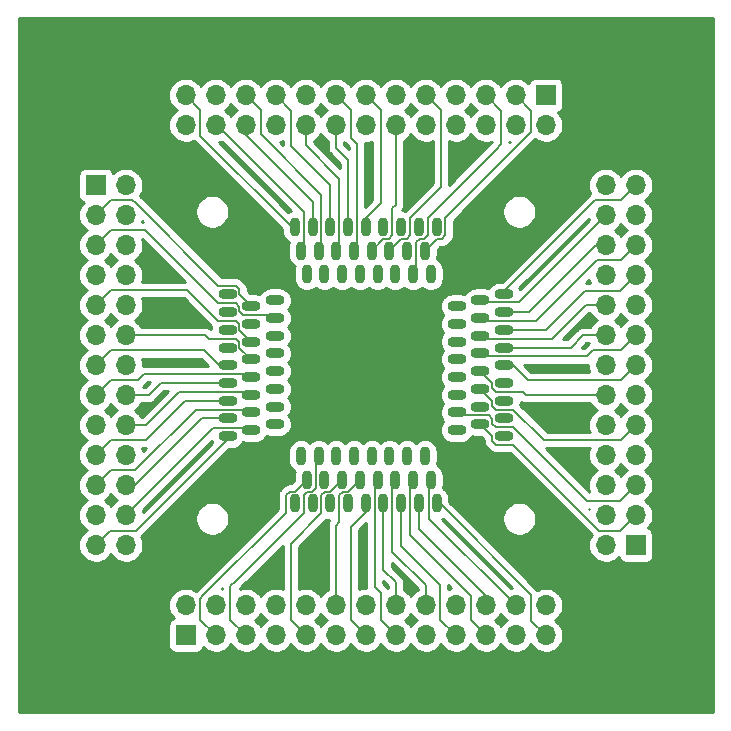
<source format=gbr>
%TF.GenerationSoftware,KiCad,Pcbnew,5.99.0-unknown-1463dd1~101~ubuntu20.04.1*%
%TF.CreationDate,2020-07-08T00:13:32-04:00*%
%TF.ProjectId,QFPbreakout,51465062-7265-4616-9b6f-75742e6b6963,rev?*%
%TF.SameCoordinates,Original*%
%TF.FileFunction,Copper,L1,Top*%
%TF.FilePolarity,Positive*%
%FSLAX46Y46*%
G04 Gerber Fmt 4.6, Leading zero omitted, Abs format (unit mm)*
G04 Created by KiCad (PCBNEW 5.99.0-unknown-1463dd1~101~ubuntu20.04.1) date 2020-07-08 00:13:32*
%MOMM*%
%LPD*%
G01*
G04 APERTURE LIST*
%TA.AperFunction,ComponentPad*%
%ADD10O,1.600000X0.900000*%
%TD*%
%TA.AperFunction,ComponentPad*%
%ADD11O,0.900000X1.600000*%
%TD*%
%TA.AperFunction,ComponentPad*%
%ADD12O,1.700000X1.700000*%
%TD*%
%TA.AperFunction,ComponentPad*%
%ADD13R,1.700000X1.700000*%
%TD*%
%TA.AperFunction,Conductor*%
%ADD14C,0.127000*%
%TD*%
%TA.AperFunction,NonConductor*%
%ADD15C,0.254000*%
%TD*%
G04 APERTURE END LIST*
D10*
%TO.P,U1,87*%
%TO.N,Net-(J4-Pad12)*%
X90300000Y-99500000D03*
%TO.P,U1,81*%
%TO.N,Net-(J4-Pad6)*%
X90300000Y-96500000D03*
%TO.P,U1,91*%
%TO.N,Net-(J4-Pad16)*%
X88300000Y-101500000D03*
%TO.P,U1,85*%
%TO.N,Net-(J4-Pad10)*%
X88300000Y-98500000D03*
%TO.P,U1,94*%
%TO.N,Net-(J4-Pad19)*%
X88300000Y-103000000D03*
%TO.P,U1,77*%
%TO.N,Net-(J4-Pad2)*%
X92300000Y-94500000D03*
%TO.P,U1,93*%
%TO.N,Net-(J4-Pad18)*%
X90300000Y-102500000D03*
%TO.P,U1,96*%
%TO.N,Net-(J4-Pad21)*%
X90300000Y-104000000D03*
%TO.P,U1,76*%
%TO.N,Net-(J4-Pad1)*%
X88300000Y-94000000D03*
%TO.P,U1,80*%
%TO.N,Net-(J4-Pad5)*%
X92300000Y-96000000D03*
%TO.P,U1,86*%
%TO.N,Net-(J4-Pad11)*%
X92300000Y-99000000D03*
%TO.P,U1,79*%
%TO.N,Net-(J4-Pad4)*%
X88300000Y-95500000D03*
%TO.P,U1,83*%
%TO.N,Net-(J4-Pad8)*%
X92300000Y-97500000D03*
%TO.P,U1,88*%
%TO.N,Net-(J4-Pad13)*%
X88300000Y-100000000D03*
%TO.P,U1,95*%
%TO.N,Net-(J4-Pad20)*%
X92300000Y-103500000D03*
%TO.P,U1,92*%
%TO.N,Net-(J4-Pad17)*%
X92300000Y-102000000D03*
%TO.P,U1,100*%
%TO.N,Net-(J4-Pad25)*%
X88300000Y-106000000D03*
%TO.P,U1,82*%
%TO.N,Net-(J4-Pad7)*%
X88300000Y-97000000D03*
%TO.P,U1,99*%
%TO.N,Net-(J4-Pad24)*%
X90300000Y-105500000D03*
%TO.P,U1,78*%
%TO.N,Net-(J4-Pad3)*%
X90300000Y-95000000D03*
%TO.P,U1,84*%
%TO.N,Net-(J4-Pad9)*%
X90300000Y-98000000D03*
%TO.P,U1,97*%
%TO.N,Net-(J4-Pad22)*%
X88300000Y-104500000D03*
%TO.P,U1,98*%
%TO.N,Net-(J4-Pad23)*%
X92300000Y-105000000D03*
%TO.P,U1,89*%
%TO.N,Net-(J4-Pad14)*%
X92300000Y-100500000D03*
%TO.P,U1,90*%
%TO.N,Net-(J4-Pad15)*%
X90300000Y-101000000D03*
D11*
%TO.P,U1,65*%
%TO.N,Net-(J3-Pad15)*%
X99000000Y-90300000D03*
%TO.P,U1,56*%
%TO.N,Net-(J3-Pad6)*%
X103500000Y-90300000D03*
%TO.P,U1,57*%
%TO.N,Net-(J3-Pad7)*%
X103000000Y-88300000D03*
%TO.P,U1,62*%
%TO.N,Net-(J3-Pad12)*%
X100500000Y-90300000D03*
%TO.P,U1,61*%
%TO.N,Net-(J3-Pad11)*%
X101000000Y-92300000D03*
%TO.P,U1,73*%
%TO.N,Net-(J3-Pad23)*%
X95000000Y-92300000D03*
%TO.P,U1,55*%
%TO.N,Net-(J3-Pad5)*%
X104000000Y-92300000D03*
%TO.P,U1,63*%
%TO.N,Net-(J3-Pad13)*%
X100000000Y-88300000D03*
%TO.P,U1,66*%
%TO.N,Net-(J3-Pad16)*%
X98500000Y-88300000D03*
%TO.P,U1,52*%
%TO.N,Net-(J3-Pad2)*%
X105500000Y-92300000D03*
%TO.P,U1,72*%
%TO.N,Net-(J3-Pad22)*%
X95500000Y-88300000D03*
%TO.P,U1,75*%
%TO.N,Net-(J3-Pad25)*%
X94000000Y-88300000D03*
%TO.P,U1,69*%
%TO.N,Net-(J3-Pad19)*%
X97000000Y-88300000D03*
%TO.P,U1,53*%
%TO.N,Net-(J3-Pad3)*%
X105000000Y-90300000D03*
%TO.P,U1,67*%
%TO.N,Net-(J3-Pad17)*%
X98000000Y-92300000D03*
%TO.P,U1,59*%
%TO.N,Net-(J3-Pad9)*%
X102000000Y-90300000D03*
%TO.P,U1,60*%
%TO.N,Net-(J3-Pad10)*%
X101500000Y-88300000D03*
%TO.P,U1,70*%
%TO.N,Net-(J3-Pad20)*%
X96500000Y-92300000D03*
%TO.P,U1,54*%
%TO.N,Net-(J3-Pad4)*%
X104500000Y-88300000D03*
%TO.P,U1,58*%
%TO.N,Net-(J3-Pad8)*%
X102500000Y-92300000D03*
%TO.P,U1,74*%
%TO.N,Net-(J3-Pad24)*%
X94500000Y-90300000D03*
%TO.P,U1,64*%
%TO.N,Net-(J3-Pad14)*%
X99500000Y-92300000D03*
%TO.P,U1,51*%
%TO.N,Net-(J3-Pad1)*%
X106000000Y-88300000D03*
%TO.P,U1,68*%
%TO.N,Net-(J3-Pad18)*%
X97500000Y-90300000D03*
%TO.P,U1,71*%
%TO.N,Net-(J3-Pad21)*%
X96000000Y-90300000D03*
D10*
%TO.P,U1,49*%
%TO.N,Net-(J2-Pad24)*%
X109700000Y-94500000D03*
%TO.P,U1,39*%
%TO.N,Net-(J2-Pad14)*%
X107700000Y-99500000D03*
%TO.P,U1,30*%
%TO.N,Net-(J2-Pad5)*%
X107700000Y-104000000D03*
%TO.P,U1,43*%
%TO.N,Net-(J2-Pad18)*%
X109700000Y-97500000D03*
%TO.P,U1,46*%
%TO.N,Net-(J2-Pad21)*%
X109700000Y-96000000D03*
%TO.P,U1,42*%
%TO.N,Net-(J2-Pad17)*%
X107700000Y-98000000D03*
%TO.P,U1,48*%
%TO.N,Net-(J2-Pad23)*%
X107700000Y-95000000D03*
%TO.P,U1,26*%
%TO.N,Net-(J2-Pad1)*%
X111700000Y-106000000D03*
%TO.P,U1,47*%
%TO.N,Net-(J2-Pad22)*%
X111700000Y-95500000D03*
%TO.P,U1,28*%
%TO.N,Net-(J2-Pad3)*%
X109700000Y-105000000D03*
%TO.P,U1,36*%
%TO.N,Net-(J2-Pad11)*%
X107700000Y-101000000D03*
%TO.P,U1,37*%
%TO.N,Net-(J2-Pad12)*%
X109700000Y-100500000D03*
%TO.P,U1,34*%
%TO.N,Net-(J2-Pad9)*%
X109700000Y-102000000D03*
%TO.P,U1,31*%
%TO.N,Net-(J2-Pad6)*%
X109700000Y-103500000D03*
%TO.P,U1,40*%
%TO.N,Net-(J2-Pad15)*%
X109700000Y-99000000D03*
%TO.P,U1,29*%
%TO.N,Net-(J2-Pad4)*%
X111700000Y-104500000D03*
%TO.P,U1,41*%
%TO.N,Net-(J2-Pad16)*%
X111700000Y-98500000D03*
%TO.P,U1,32*%
%TO.N,Net-(J2-Pad7)*%
X111700000Y-103000000D03*
%TO.P,U1,50*%
%TO.N,Net-(J2-Pad25)*%
X111700000Y-94000000D03*
%TO.P,U1,27*%
%TO.N,Net-(J2-Pad2)*%
X107700000Y-105500000D03*
%TO.P,U1,35*%
%TO.N,Net-(J2-Pad10)*%
X111700000Y-101500000D03*
%TO.P,U1,45*%
%TO.N,Net-(J2-Pad20)*%
X107700000Y-96500000D03*
%TO.P,U1,44*%
%TO.N,Net-(J2-Pad19)*%
X111700000Y-97000000D03*
%TO.P,U1,33*%
%TO.N,Net-(J2-Pad8)*%
X107700000Y-102500000D03*
%TO.P,U1,38*%
%TO.N,Net-(J2-Pad13)*%
X111700000Y-100000000D03*
D11*
%TO.P,U1,13*%
%TO.N,Net-(J1-Pad13)*%
X100000000Y-111700000D03*
%TO.P,U1,12*%
%TO.N,Net-(J1-Pad12)*%
X99500000Y-109700000D03*
%TO.P,U1,11*%
%TO.N,Net-(J1-Pad11)*%
X99000000Y-107700000D03*
%TO.P,U1,9*%
%TO.N,Net-(J1-Pad9)*%
X98000000Y-109700000D03*
%TO.P,U1,8*%
%TO.N,Net-(J1-Pad8)*%
X97500000Y-107700000D03*
%TO.P,U1,10*%
%TO.N,Net-(J1-Pad10)*%
X98500000Y-111700000D03*
%TO.P,U1,4*%
%TO.N,Net-(J1-Pad4)*%
X95500000Y-111700000D03*
%TO.P,U1,6*%
%TO.N,Net-(J1-Pad6)*%
X96500000Y-109700000D03*
%TO.P,U1,2*%
%TO.N,Net-(J1-Pad2)*%
X94500000Y-107700000D03*
%TO.P,U1,5*%
%TO.N,Net-(J1-Pad5)*%
X96000000Y-107700000D03*
%TO.P,U1,7*%
%TO.N,Net-(J1-Pad7)*%
X97000000Y-111700000D03*
%TO.P,U1,3*%
%TO.N,Net-(J1-Pad3)*%
X95000000Y-109700000D03*
%TO.P,U1,1*%
%TO.N,Net-(J1-Pad1)*%
X94000000Y-111700000D03*
%TO.P,U1,14*%
%TO.N,Net-(J1-Pad14)*%
X100500000Y-107700000D03*
%TO.P,U1,22*%
%TO.N,Net-(J1-Pad22)*%
X104500000Y-111700000D03*
%TO.P,U1,19*%
%TO.N,Net-(J1-Pad19)*%
X103000000Y-111700000D03*
%TO.P,U1,16*%
%TO.N,Net-(J1-Pad16)*%
X101500000Y-111700000D03*
%TO.P,U1,24*%
%TO.N,Net-(J1-Pad24)*%
X105500000Y-109700000D03*
%TO.P,U1,20*%
%TO.N,Net-(J1-Pad20)*%
X103500000Y-107700000D03*
%TO.P,U1,23*%
%TO.N,Net-(J1-Pad23)*%
X105000000Y-107700000D03*
%TO.P,U1,25*%
%TO.N,Net-(J1-Pad25)*%
X106000000Y-111700000D03*
%TO.P,U1,17*%
%TO.N,Net-(J1-Pad17)*%
X102000000Y-107700000D03*
%TO.P,U1,18*%
%TO.N,Net-(J1-Pad18)*%
X102500000Y-109700000D03*
%TO.P,U1,15*%
%TO.N,Net-(J1-Pad15)*%
X101000000Y-109700000D03*
%TO.P,U1,21*%
%TO.N,Net-(J1-Pad21)*%
X104000000Y-109700000D03*
%TD*%
D12*
%TO.P,J1,26,Pin_26*%
%TO.N,Net-(J1-Pad26)*%
X115240000Y-120320000D03*
%TO.P,J1,25,Pin_25*%
%TO.N,Net-(J1-Pad25)*%
X115240000Y-122860000D03*
%TO.P,J1,24,Pin_24*%
%TO.N,Net-(J1-Pad24)*%
X112700000Y-120320000D03*
%TO.P,J1,23,Pin_23*%
%TO.N,Net-(J1-Pad23)*%
X112700000Y-122860000D03*
%TO.P,J1,22,Pin_22*%
%TO.N,Net-(J1-Pad22)*%
X110160000Y-120320000D03*
%TO.P,J1,21,Pin_21*%
%TO.N,Net-(J1-Pad21)*%
X110160000Y-122860000D03*
%TO.P,J1,20,Pin_20*%
%TO.N,Net-(J1-Pad20)*%
X107620000Y-120320000D03*
%TO.P,J1,19,Pin_19*%
%TO.N,Net-(J1-Pad19)*%
X107620000Y-122860000D03*
%TO.P,J1,18,Pin_18*%
%TO.N,Net-(J1-Pad18)*%
X105080000Y-120320000D03*
%TO.P,J1,17,Pin_17*%
%TO.N,Net-(J1-Pad17)*%
X105080000Y-122860000D03*
%TO.P,J1,16,Pin_16*%
%TO.N,Net-(J1-Pad16)*%
X102540000Y-120320000D03*
%TO.P,J1,15,Pin_15*%
%TO.N,Net-(J1-Pad15)*%
X102540000Y-122860000D03*
%TO.P,J1,14,Pin_14*%
%TO.N,Net-(J1-Pad14)*%
X100000000Y-120320000D03*
%TO.P,J1,13,Pin_13*%
%TO.N,Net-(J1-Pad13)*%
X100000000Y-122860000D03*
%TO.P,J1,12,Pin_12*%
%TO.N,Net-(J1-Pad12)*%
X97460000Y-120320000D03*
%TO.P,J1,11,Pin_11*%
%TO.N,Net-(J1-Pad11)*%
X97460000Y-122860000D03*
%TO.P,J1,10,Pin_10*%
%TO.N,Net-(J1-Pad10)*%
X94920000Y-120320000D03*
%TO.P,J1,9,Pin_9*%
%TO.N,Net-(J1-Pad9)*%
X94920000Y-122860000D03*
%TO.P,J1,8,Pin_8*%
%TO.N,Net-(J1-Pad8)*%
X92380000Y-120320000D03*
%TO.P,J1,7,Pin_7*%
%TO.N,Net-(J1-Pad7)*%
X92380000Y-122860000D03*
%TO.P,J1,6,Pin_6*%
%TO.N,Net-(J1-Pad6)*%
X89840000Y-120320000D03*
%TO.P,J1,5,Pin_5*%
%TO.N,Net-(J1-Pad5)*%
X89840000Y-122860000D03*
%TO.P,J1,4,Pin_4*%
%TO.N,Net-(J1-Pad4)*%
X87300000Y-120320000D03*
%TO.P,J1,3,Pin_3*%
%TO.N,Net-(J1-Pad3)*%
X87300000Y-122860000D03*
%TO.P,J1,2,Pin_2*%
%TO.N,Net-(J1-Pad2)*%
X84760000Y-120320000D03*
D13*
%TO.P,J1,1,Pin_1*%
%TO.N,Net-(J1-Pad1)*%
X84760000Y-122860000D03*
%TD*%
D12*
%TO.P,J4,26,Pin_26*%
%TO.N,Net-(J4-Pad26)*%
X79680000Y-115240000D03*
%TO.P,J4,25,Pin_25*%
%TO.N,Net-(J4-Pad25)*%
X77140000Y-115240000D03*
%TO.P,J4,24,Pin_24*%
%TO.N,Net-(J4-Pad24)*%
X79680000Y-112700000D03*
%TO.P,J4,23,Pin_23*%
%TO.N,Net-(J4-Pad23)*%
X77140000Y-112700000D03*
%TO.P,J4,22,Pin_22*%
%TO.N,Net-(J4-Pad22)*%
X79680000Y-110160000D03*
%TO.P,J4,21,Pin_21*%
%TO.N,Net-(J4-Pad21)*%
X77140000Y-110160000D03*
%TO.P,J4,20,Pin_20*%
%TO.N,Net-(J4-Pad20)*%
X79680000Y-107620000D03*
%TO.P,J4,19,Pin_19*%
%TO.N,Net-(J4-Pad19)*%
X77140000Y-107620000D03*
%TO.P,J4,18,Pin_18*%
%TO.N,Net-(J4-Pad18)*%
X79680000Y-105080000D03*
%TO.P,J4,17,Pin_17*%
%TO.N,Net-(J4-Pad17)*%
X77140000Y-105080000D03*
%TO.P,J4,16,Pin_16*%
%TO.N,Net-(J4-Pad16)*%
X79680000Y-102540000D03*
%TO.P,J4,15,Pin_15*%
%TO.N,Net-(J4-Pad15)*%
X77140000Y-102540000D03*
%TO.P,J4,14,Pin_14*%
%TO.N,Net-(J4-Pad14)*%
X79680000Y-100000000D03*
%TO.P,J4,13,Pin_13*%
%TO.N,Net-(J4-Pad13)*%
X77140000Y-100000000D03*
%TO.P,J4,12,Pin_12*%
%TO.N,Net-(J4-Pad12)*%
X79680000Y-97460000D03*
%TO.P,J4,11,Pin_11*%
%TO.N,Net-(J4-Pad11)*%
X77140000Y-97460000D03*
%TO.P,J4,10,Pin_10*%
%TO.N,Net-(J4-Pad10)*%
X79680000Y-94920000D03*
%TO.P,J4,9,Pin_9*%
%TO.N,Net-(J4-Pad9)*%
X77140000Y-94920000D03*
%TO.P,J4,8,Pin_8*%
%TO.N,Net-(J4-Pad8)*%
X79680000Y-92380000D03*
%TO.P,J4,7,Pin_7*%
%TO.N,Net-(J4-Pad7)*%
X77140000Y-92380000D03*
%TO.P,J4,6,Pin_6*%
%TO.N,Net-(J4-Pad6)*%
X79680000Y-89840000D03*
%TO.P,J4,5,Pin_5*%
%TO.N,Net-(J4-Pad5)*%
X77140000Y-89840000D03*
%TO.P,J4,4,Pin_4*%
%TO.N,Net-(J4-Pad4)*%
X79680000Y-87300000D03*
%TO.P,J4,3,Pin_3*%
%TO.N,Net-(J4-Pad3)*%
X77140000Y-87300000D03*
%TO.P,J4,2,Pin_2*%
%TO.N,Net-(J4-Pad2)*%
X79680000Y-84760000D03*
D13*
%TO.P,J4,1,Pin_1*%
%TO.N,Net-(J4-Pad1)*%
X77140000Y-84760000D03*
%TD*%
D12*
%TO.P,J3,26,Pin_26*%
%TO.N,Net-(J3-Pad26)*%
X84760000Y-79680000D03*
%TO.P,J3,25,Pin_25*%
%TO.N,Net-(J3-Pad25)*%
X84760000Y-77140000D03*
%TO.P,J3,24,Pin_24*%
%TO.N,Net-(J3-Pad24)*%
X87300000Y-79680000D03*
%TO.P,J3,23,Pin_23*%
%TO.N,Net-(J3-Pad23)*%
X87300000Y-77140000D03*
%TO.P,J3,22,Pin_22*%
%TO.N,Net-(J3-Pad22)*%
X89840000Y-79680000D03*
%TO.P,J3,21,Pin_21*%
%TO.N,Net-(J3-Pad21)*%
X89840000Y-77140000D03*
%TO.P,J3,20,Pin_20*%
%TO.N,Net-(J3-Pad20)*%
X92380000Y-79680000D03*
%TO.P,J3,19,Pin_19*%
%TO.N,Net-(J3-Pad19)*%
X92380000Y-77140000D03*
%TO.P,J3,18,Pin_18*%
%TO.N,Net-(J3-Pad18)*%
X94920000Y-79680000D03*
%TO.P,J3,17,Pin_17*%
%TO.N,Net-(J3-Pad17)*%
X94920000Y-77140000D03*
%TO.P,J3,16,Pin_16*%
%TO.N,Net-(J3-Pad16)*%
X97460000Y-79680000D03*
%TO.P,J3,15,Pin_15*%
%TO.N,Net-(J3-Pad15)*%
X97460000Y-77140000D03*
%TO.P,J3,14,Pin_14*%
%TO.N,Net-(J3-Pad14)*%
X100000000Y-79680000D03*
%TO.P,J3,13,Pin_13*%
%TO.N,Net-(J3-Pad13)*%
X100000000Y-77140000D03*
%TO.P,J3,12,Pin_12*%
%TO.N,Net-(J3-Pad12)*%
X102540000Y-79680000D03*
%TO.P,J3,11,Pin_11*%
%TO.N,Net-(J3-Pad11)*%
X102540000Y-77140000D03*
%TO.P,J3,10,Pin_10*%
%TO.N,Net-(J3-Pad10)*%
X105080000Y-79680000D03*
%TO.P,J3,9,Pin_9*%
%TO.N,Net-(J3-Pad9)*%
X105080000Y-77140000D03*
%TO.P,J3,8,Pin_8*%
%TO.N,Net-(J3-Pad8)*%
X107620000Y-79680000D03*
%TO.P,J3,7,Pin_7*%
%TO.N,Net-(J3-Pad7)*%
X107620000Y-77140000D03*
%TO.P,J3,6,Pin_6*%
%TO.N,Net-(J3-Pad6)*%
X110160000Y-79680000D03*
%TO.P,J3,5,Pin_5*%
%TO.N,Net-(J3-Pad5)*%
X110160000Y-77140000D03*
%TO.P,J3,4,Pin_4*%
%TO.N,Net-(J3-Pad4)*%
X112700000Y-79680000D03*
%TO.P,J3,3,Pin_3*%
%TO.N,Net-(J3-Pad3)*%
X112700000Y-77140000D03*
%TO.P,J3,2,Pin_2*%
%TO.N,Net-(J3-Pad2)*%
X115240000Y-79680000D03*
D13*
%TO.P,J3,1,Pin_1*%
%TO.N,Net-(J3-Pad1)*%
X115240000Y-77140000D03*
%TD*%
D12*
%TO.P,J2,26,Pin_26*%
%TO.N,Net-(J2-Pad26)*%
X120320000Y-84760000D03*
%TO.P,J2,25,Pin_25*%
%TO.N,Net-(J2-Pad25)*%
X122860000Y-84760000D03*
%TO.P,J2,24,Pin_24*%
%TO.N,Net-(J2-Pad24)*%
X120320000Y-87300000D03*
%TO.P,J2,23,Pin_23*%
%TO.N,Net-(J2-Pad23)*%
X122860000Y-87300000D03*
%TO.P,J2,22,Pin_22*%
%TO.N,Net-(J2-Pad22)*%
X120320000Y-89840000D03*
%TO.P,J2,21,Pin_21*%
%TO.N,Net-(J2-Pad21)*%
X122860000Y-89840000D03*
%TO.P,J2,20,Pin_20*%
%TO.N,Net-(J2-Pad20)*%
X120320000Y-92380000D03*
%TO.P,J2,19,Pin_19*%
%TO.N,Net-(J2-Pad19)*%
X122860000Y-92380000D03*
%TO.P,J2,18,Pin_18*%
%TO.N,Net-(J2-Pad18)*%
X120320000Y-94920000D03*
%TO.P,J2,17,Pin_17*%
%TO.N,Net-(J2-Pad17)*%
X122860000Y-94920000D03*
%TO.P,J2,16,Pin_16*%
%TO.N,Net-(J2-Pad16)*%
X120320000Y-97460000D03*
%TO.P,J2,15,Pin_15*%
%TO.N,Net-(J2-Pad15)*%
X122860000Y-97460000D03*
%TO.P,J2,14,Pin_14*%
%TO.N,Net-(J2-Pad14)*%
X120320000Y-100000000D03*
%TO.P,J2,13,Pin_13*%
%TO.N,Net-(J2-Pad13)*%
X122860000Y-100000000D03*
%TO.P,J2,12,Pin_12*%
%TO.N,Net-(J2-Pad12)*%
X120320000Y-102540000D03*
%TO.P,J2,11,Pin_11*%
%TO.N,Net-(J2-Pad11)*%
X122860000Y-102540000D03*
%TO.P,J2,10,Pin_10*%
%TO.N,Net-(J2-Pad10)*%
X120320000Y-105080000D03*
%TO.P,J2,9,Pin_9*%
%TO.N,Net-(J2-Pad9)*%
X122860000Y-105080000D03*
%TO.P,J2,8,Pin_8*%
%TO.N,Net-(J2-Pad8)*%
X120320000Y-107620000D03*
%TO.P,J2,7,Pin_7*%
%TO.N,Net-(J2-Pad7)*%
X122860000Y-107620000D03*
%TO.P,J2,6,Pin_6*%
%TO.N,Net-(J2-Pad6)*%
X120320000Y-110160000D03*
%TO.P,J2,5,Pin_5*%
%TO.N,Net-(J2-Pad5)*%
X122860000Y-110160000D03*
%TO.P,J2,4,Pin_4*%
%TO.N,Net-(J2-Pad4)*%
X120320000Y-112700000D03*
%TO.P,J2,3,Pin_3*%
%TO.N,Net-(J2-Pad3)*%
X122860000Y-112700000D03*
%TO.P,J2,2,Pin_2*%
%TO.N,Net-(J2-Pad2)*%
X120320000Y-115240000D03*
D13*
%TO.P,J2,1,Pin_1*%
%TO.N,Net-(J2-Pad1)*%
X122860000Y-115240000D03*
%TD*%
D14*
%TO.N,Net-(J4-Pad24)*%
X90300000Y-105500000D02*
X90100000Y-105300000D01*
X90100000Y-105300000D02*
X87080000Y-105300000D01*
X87080000Y-105300000D02*
X79680000Y-112700000D01*
%TO.N,Net-(J3-Pad24)*%
X94750000Y-89850000D02*
X94750000Y-87050000D01*
X94500000Y-90300000D02*
X94500000Y-90100000D01*
X87380000Y-79680000D02*
X87300000Y-79680000D01*
X94500000Y-90100000D02*
X94750000Y-89850000D01*
X94750000Y-87050000D02*
X87380000Y-79680000D01*
%TO.N,Net-(J3-Pad3)*%
X114000000Y-78440000D02*
X112700000Y-77140000D01*
%TO.N,Net-(J4-Pad5)*%
X89600000Y-95750000D02*
X92050000Y-95750000D01*
%TO.N,Net-(J4-Pad3)*%
X78450000Y-86000000D02*
X78440000Y-86000000D01*
%TO.N,Net-(J4-Pad19)*%
X84700000Y-103000000D02*
X88300000Y-103000000D01*
%TO.N,Net-(J4-Pad9)*%
X78410000Y-93650000D02*
X84900000Y-93650000D01*
%TO.N,Net-(J4-Pad5)*%
X87500000Y-94750000D02*
X89000000Y-94750000D01*
%TO.N,Net-(J3-Pad16)*%
X98500000Y-82650000D02*
X97460000Y-81610000D01*
%TO.N,Net-(J3-Pad21)*%
X96000000Y-90300000D02*
X96250000Y-90050000D01*
%TO.N,Net-(J3-Pad22)*%
X95500000Y-86150000D02*
X89840000Y-80490000D01*
%TO.N,Net-(J3-Pad13)*%
X100000000Y-88300000D02*
X100000000Y-87550000D01*
%TO.N,Net-(J3-Pad15)*%
X98750000Y-80750000D02*
X98750000Y-78430000D01*
X99000000Y-90300000D02*
X99250000Y-90050000D01*
%TO.N,Net-(J3-Pad18)*%
X97500000Y-90300000D02*
X97500000Y-90250000D01*
%TO.N,Net-(J3-Pad15)*%
X99250000Y-90050000D02*
X99250000Y-87250000D01*
%TO.N,Net-(J4-Pad25)*%
X88300000Y-106000000D02*
X88300000Y-106250000D01*
%TO.N,Net-(J4-Pad22)*%
X86150000Y-104500000D02*
X80490000Y-110160000D01*
%TO.N,Net-(J4-Pad19)*%
X77140000Y-107620000D02*
X78460000Y-106300000D01*
%TO.N,Net-(J4-Pad9)*%
X77140000Y-94920000D02*
X78410000Y-93650000D01*
%TO.N,Net-(J4-Pad12)*%
X86410000Y-97460000D02*
X86700000Y-97750000D01*
%TO.N,Net-(J4-Pad3)*%
X89300000Y-94000000D02*
X89300000Y-93550000D01*
%TO.N,Net-(J3-Pad9)*%
X103750000Y-89000000D02*
X103450000Y-89300000D01*
%TO.N,Net-(J4-Pad15)*%
X90300000Y-101000000D02*
X90050000Y-100750000D01*
%TO.N,Net-(J4-Pad5)*%
X89300000Y-95050000D02*
X89300000Y-95450000D01*
%TO.N,Net-(J3-Pad9)*%
X103750000Y-87500000D02*
X103750000Y-89000000D01*
%TO.N,Net-(J4-Pad3)*%
X80509499Y-86259499D02*
X80250000Y-86000000D01*
%TO.N,Net-(J3-Pad15)*%
X99250000Y-87250000D02*
X99250000Y-81250000D01*
%TO.N,Net-(J3-Pad3)*%
X114000000Y-78450000D02*
X114000000Y-78440000D01*
%TO.N,Net-(J4-Pad5)*%
X78437547Y-88542453D02*
X77140000Y-89840000D01*
%TO.N,Net-(J4-Pad24)*%
X90300000Y-105500000D02*
X90250000Y-105500000D01*
%TO.N,Net-(J4-Pad15)*%
X80750000Y-101250000D02*
X78430000Y-101250000D01*
%TO.N,Net-(J4-Pad12)*%
X89000000Y-97750000D02*
X89300000Y-98050000D01*
%TO.N,Net-(J3-Pad19)*%
X97000000Y-84700000D02*
X97000000Y-88300000D01*
%TO.N,Net-(J3-Pad3)*%
X113740501Y-80509499D02*
X114000000Y-80250000D01*
X114000000Y-80250000D02*
X114000000Y-78450000D01*
%TO.N,Net-(J3-Pad22)*%
X89840000Y-80490000D02*
X89840000Y-79680000D01*
%TO.N,Net-(J4-Pad22)*%
X80490000Y-110160000D02*
X79680000Y-110160000D01*
%TO.N,Net-(J3-Pad19)*%
X92380000Y-77140000D02*
X93700000Y-78460000D01*
%TO.N,Net-(J3-Pad18)*%
X94920000Y-79680000D02*
X94920000Y-81370000D01*
X97750000Y-84200000D02*
X97750000Y-90050000D01*
%TO.N,Net-(J4-Pad9)*%
X89000000Y-96250000D02*
X89300000Y-96550000D01*
%TO.N,Net-(J3-Pad21)*%
X91100000Y-78400000D02*
X89840000Y-77140000D01*
%TO.N,Net-(J3-Pad18)*%
X97750000Y-90050000D02*
X97500000Y-90300000D01*
%TO.N,Net-(J3-Pad15)*%
X99250000Y-81250000D02*
X98750000Y-80750000D01*
%TO.N,Net-(J3-Pad19)*%
X93700000Y-81400000D02*
X97000000Y-84700000D01*
%TO.N,Net-(J3-Pad18)*%
X94920000Y-81370000D02*
X97750000Y-84200000D01*
%TO.N,Net-(J4-Pad9)*%
X89300000Y-97000000D02*
X90300000Y-98000000D01*
%TO.N,Net-(J4-Pad21)*%
X80450000Y-108900000D02*
X78400000Y-108900000D01*
%TO.N,Net-(J4-Pad12)*%
X89300000Y-98500000D02*
X90300000Y-99500000D01*
%TO.N,Net-(J4-Pad21)*%
X90300000Y-104000000D02*
X90050000Y-103750000D01*
%TO.N,Net-(J4-Pad16)*%
X81610000Y-102540000D02*
X79680000Y-102540000D01*
%TO.N,Net-(J4-Pad15)*%
X87250000Y-100750000D02*
X81250000Y-100750000D01*
%TO.N,Net-(J4-Pad9)*%
X84900000Y-93650000D02*
X87500000Y-96250000D01*
%TO.N,Net-(J4-Pad16)*%
X88300000Y-101500000D02*
X82650000Y-101500000D01*
%TO.N,Net-(J4-Pad3)*%
X89300000Y-94000000D02*
X90300000Y-95000000D01*
%TO.N,Net-(J4-Pad21)*%
X90300000Y-104000000D02*
X90250000Y-104000000D01*
X85600000Y-103750000D02*
X80450000Y-108900000D01*
%TO.N,Net-(J4-Pad5)*%
X89000000Y-94750000D02*
X89300000Y-95050000D01*
%TO.N,Net-(J4-Pad21)*%
X86200000Y-103750000D02*
X85600000Y-103750000D01*
%TO.N,Net-(J4-Pad19)*%
X78460000Y-106300000D02*
X81400000Y-106300000D01*
%TO.N,Net-(J4-Pad3)*%
X87500000Y-93250000D02*
X89000000Y-93250000D01*
%TO.N,Net-(J3-Pad21)*%
X96250000Y-86200000D02*
X96250000Y-85600000D01*
%TO.N,Net-(J3-Pad13)*%
X100000000Y-87550000D02*
X101250000Y-86300000D01*
%TO.N,Net-(J3-Pad21)*%
X96250000Y-90050000D02*
X96250000Y-86200000D01*
%TO.N,Net-(J3-Pad12)*%
X102540000Y-79680000D02*
X102540000Y-86410000D01*
%TO.N,Net-(J3-Pad13)*%
X101250000Y-78390000D02*
X100000000Y-77140000D01*
%TO.N,Net-(J4-Pad13)*%
X78390000Y-98750000D02*
X77140000Y-100000000D01*
%TO.N,Net-(J4-Pad18)*%
X81370000Y-105080000D02*
X84200000Y-102250000D01*
X84200000Y-102250000D02*
X90050000Y-102250000D01*
%TO.N,Net-(J4-Pad3)*%
X87500000Y-93250000D02*
X80509499Y-86259499D01*
%TO.N,Net-(J4-Pad12)*%
X79680000Y-97460000D02*
X86410000Y-97460000D01*
%TO.N,Net-(J4-Pad5)*%
X81292453Y-88542453D02*
X78437547Y-88542453D01*
%TO.N,Net-(J3-Pad16)*%
X97460000Y-81610000D02*
X97460000Y-79680000D01*
X98500000Y-88300000D02*
X98500000Y-82650000D01*
%TO.N,Net-(J3-Pad12)*%
X102540000Y-86410000D02*
X102250000Y-86700000D01*
X102250000Y-86700000D02*
X102250000Y-87500000D01*
%TO.N,Net-(J3-Pad21)*%
X96250000Y-85600000D02*
X91100000Y-80450000D01*
X91100000Y-80450000D02*
X91100000Y-78400000D01*
%TO.N,Net-(J3-Pad15)*%
X98750000Y-78430000D02*
X97460000Y-77140000D01*
%TO.N,Net-(J3-Pad3)*%
X106750000Y-87500000D02*
X113740501Y-80509499D01*
%TO.N,Net-(J4-Pad13)*%
X88300000Y-100000000D02*
X87550000Y-100000000D01*
%TO.N,Net-(J4-Pad12)*%
X89300000Y-98500000D02*
X89300000Y-98050000D01*
%TO.N,Net-(J4-Pad15)*%
X78430000Y-101250000D02*
X77140000Y-102540000D01*
%TO.N,Net-(J4-Pad5)*%
X89300000Y-95450000D02*
X89600000Y-95750000D01*
%TO.N,Net-(J3-Pad5)*%
X104550000Y-89300000D02*
X104250000Y-89600000D01*
X105250000Y-89000000D02*
X104950000Y-89300000D01*
X105250000Y-87500000D02*
X105250000Y-89000000D01*
X104250000Y-89600000D02*
X104250000Y-92050000D01*
X104950000Y-89300000D02*
X104550000Y-89300000D01*
X104250000Y-92050000D02*
X104000000Y-92300000D01*
%TO.N,Net-(J3-Pad25)*%
X86000000Y-78380000D02*
X84760000Y-77140000D01*
X86000000Y-80550000D02*
X86000000Y-78380000D01*
X94000000Y-88300000D02*
X93750000Y-88300000D01*
X93750000Y-88300000D02*
X86000000Y-80550000D01*
%TO.N,Net-(J3-Pad9)*%
X106350000Y-78410000D02*
X106350000Y-84900000D01*
X105080000Y-77140000D02*
X106350000Y-78410000D01*
X106350000Y-84900000D02*
X103750000Y-87500000D01*
%TO.N,Net-(J3-Pad5)*%
X105250000Y-87500000D02*
X110992453Y-81757547D01*
X110992453Y-81757547D02*
X111457547Y-81292453D01*
X111457547Y-81292453D02*
X111457547Y-78437547D01*
%TO.N,Net-(J4-Pad3)*%
X80250000Y-86000000D02*
X78450000Y-86000000D01*
%TO.N,Net-(J3-Pad3)*%
X106750000Y-89000000D02*
X106450000Y-89300000D01*
X106750000Y-87500000D02*
X106750000Y-89000000D01*
X106000000Y-89300000D02*
X105000000Y-90300000D01*
X106000000Y-89300000D02*
X106450000Y-89300000D01*
%TO.N,Net-(J4-Pad5)*%
X87500000Y-94750000D02*
X81757547Y-89007547D01*
%TO.N,Net-(J4-Pad9)*%
X87500000Y-96250000D02*
X89000000Y-96250000D01*
%TO.N,Net-(J3-Pad12)*%
X102250000Y-87500000D02*
X102250000Y-89000000D01*
%TO.N,Net-(J4-Pad13)*%
X87550000Y-100000000D02*
X86300000Y-98750000D01*
%TO.N,Net-(J3-Pad9)*%
X103000000Y-89300000D02*
X102000000Y-90300000D01*
%TO.N,Net-(J3-Pad12)*%
X101500000Y-89300000D02*
X100500000Y-90300000D01*
X101500000Y-89300000D02*
X101950000Y-89300000D01*
%TO.N,Net-(J4-Pad9)*%
X89300000Y-97000000D02*
X89300000Y-96550000D01*
%TO.N,Net-(J3-Pad5)*%
X111457547Y-78437547D02*
X110160000Y-77140000D01*
%TO.N,Net-(J4-Pad19)*%
X81400000Y-106300000D02*
X84700000Y-103000000D01*
%TO.N,Net-(J4-Pad15)*%
X90050000Y-100750000D02*
X87250000Y-100750000D01*
%TO.N,Net-(J4-Pad3)*%
X78440000Y-86000000D02*
X77140000Y-87300000D01*
%TO.N,Net-(J3-Pad21)*%
X96000000Y-90300000D02*
X96000000Y-90250000D01*
%TO.N,Net-(J4-Pad18)*%
X79680000Y-105080000D02*
X81370000Y-105080000D01*
%TO.N,Net-(J4-Pad25)*%
X78380000Y-114000000D02*
X77140000Y-115240000D01*
X88300000Y-106250000D02*
X80550000Y-114000000D01*
%TO.N,Net-(J3-Pad13)*%
X101250000Y-86300000D02*
X101250000Y-78390000D01*
%TO.N,Net-(J4-Pad5)*%
X81757547Y-89007547D02*
X81292453Y-88542453D01*
%TO.N,Net-(J4-Pad12)*%
X87500000Y-97750000D02*
X89000000Y-97750000D01*
%TO.N,Net-(J4-Pad18)*%
X90300000Y-102500000D02*
X90250000Y-102500000D01*
%TO.N,Net-(J3-Pad9)*%
X103000000Y-89300000D02*
X103450000Y-89300000D01*
%TO.N,Net-(J3-Pad12)*%
X102250000Y-89000000D02*
X101950000Y-89300000D01*
%TO.N,Net-(J4-Pad16)*%
X82650000Y-101500000D02*
X81610000Y-102540000D01*
%TO.N,Net-(J4-Pad18)*%
X90050000Y-102250000D02*
X90300000Y-102500000D01*
%TO.N,Net-(J3-Pad24)*%
X94500000Y-90300000D02*
X94500000Y-90250000D01*
%TO.N,Net-(J4-Pad21)*%
X78400000Y-108900000D02*
X77140000Y-110160000D01*
%TO.N,Net-(J4-Pad15)*%
X81250000Y-100750000D02*
X80750000Y-101250000D01*
%TO.N,Net-(J4-Pad3)*%
X89000000Y-93250000D02*
X89300000Y-93550000D01*
%TO.N,Net-(J4-Pad22)*%
X88300000Y-104500000D02*
X86150000Y-104500000D01*
%TO.N,Net-(J4-Pad21)*%
X90050000Y-103750000D02*
X86200000Y-103750000D01*
%TO.N,Net-(J4-Pad5)*%
X92050000Y-95750000D02*
X92300000Y-96000000D01*
%TO.N,Net-(J4-Pad25)*%
X80550000Y-114000000D02*
X78380000Y-114000000D01*
%TO.N,Net-(J4-Pad12)*%
X86700000Y-97750000D02*
X87500000Y-97750000D01*
%TO.N,Net-(J3-Pad22)*%
X95500000Y-88300000D02*
X95500000Y-86150000D01*
%TO.N,Net-(J3-Pad19)*%
X93700000Y-78460000D02*
X93700000Y-81400000D01*
%TO.N,Net-(J4-Pad13)*%
X86300000Y-98750000D02*
X78390000Y-98750000D01*
%TO.N,Net-(J2-Pad3)*%
X121560000Y-114000000D02*
X122860000Y-112700000D01*
%TO.N,Net-(J2-Pad16)*%
X117350000Y-98500000D02*
X118390000Y-97460000D01*
%TO.N,Net-(J2-Pad21)*%
X109700000Y-96000000D02*
X109950000Y-96250000D01*
%TO.N,Net-(J2-Pad22)*%
X113850000Y-95500000D02*
X119510000Y-89840000D01*
%TO.N,Net-(J2-Pad13)*%
X111700000Y-100000000D02*
X112450000Y-100000000D01*
%TO.N,Net-(J2-Pad15)*%
X119250000Y-98750000D02*
X121570000Y-98750000D01*
X109700000Y-99000000D02*
X109950000Y-99250000D01*
%TO.N,Net-(J2-Pad18)*%
X109700000Y-97500000D02*
X109750000Y-97500000D01*
%TO.N,Net-(J2-Pad15)*%
X109950000Y-99250000D02*
X112750000Y-99250000D01*
%TO.N,Net-(J2-Pad9)*%
X111000000Y-103750000D02*
X110700000Y-103450000D01*
X112500000Y-103750000D02*
X111000000Y-103750000D01*
%TO.N,Net-(J2-Pad15)*%
X112750000Y-99250000D02*
X118750000Y-99250000D01*
%TO.N,Net-(J2-Pad3)*%
X121550000Y-114000000D02*
X121560000Y-114000000D01*
%TO.N,Net-(J2-Pad19)*%
X115300000Y-97000000D02*
X111700000Y-97000000D01*
%TO.N,Net-(J2-Pad3)*%
X119490501Y-113740501D02*
X119750000Y-114000000D01*
X119750000Y-114000000D02*
X121550000Y-114000000D01*
%TO.N,Net-(J2-Pad22)*%
X119510000Y-89840000D02*
X120320000Y-89840000D01*
%TO.N,Net-(J2-Pad19)*%
X122860000Y-92380000D02*
X121540000Y-93700000D01*
%TO.N,Net-(J2-Pad18)*%
X120320000Y-94920000D02*
X118630000Y-94920000D01*
X115800000Y-97750000D02*
X109950000Y-97750000D01*
%TO.N,Net-(J2-Pad21)*%
X121600000Y-91100000D02*
X122860000Y-89840000D01*
%TO.N,Net-(J2-Pad18)*%
X109950000Y-97750000D02*
X109700000Y-97500000D01*
%TO.N,Net-(J2-Pad15)*%
X118750000Y-99250000D02*
X119250000Y-98750000D01*
%TO.N,Net-(J2-Pad19)*%
X118600000Y-93700000D02*
X115300000Y-97000000D01*
%TO.N,Net-(J2-Pad18)*%
X118630000Y-94920000D02*
X115800000Y-97750000D01*
%TO.N,Net-(J2-Pad21)*%
X113800000Y-96250000D02*
X114400000Y-96250000D01*
%TO.N,Net-(J2-Pad13)*%
X112450000Y-100000000D02*
X113700000Y-101250000D01*
%TO.N,Net-(J2-Pad21)*%
X109950000Y-96250000D02*
X113800000Y-96250000D01*
%TO.N,Net-(J2-Pad12)*%
X120320000Y-102540000D02*
X113590000Y-102540000D01*
%TO.N,Net-(J2-Pad13)*%
X121610000Y-101250000D02*
X122860000Y-100000000D01*
%TO.N,Net-(J2-Pad16)*%
X118390000Y-97460000D02*
X120320000Y-97460000D01*
X111700000Y-98500000D02*
X117350000Y-98500000D01*
%TO.N,Net-(J2-Pad12)*%
X113590000Y-102540000D02*
X113300000Y-102250000D01*
X113300000Y-102250000D02*
X112500000Y-102250000D01*
%TO.N,Net-(J2-Pad21)*%
X114400000Y-96250000D02*
X119550000Y-91100000D01*
X119550000Y-91100000D02*
X121600000Y-91100000D01*
%TO.N,Net-(J2-Pad15)*%
X121570000Y-98750000D02*
X122860000Y-97460000D01*
%TO.N,Net-(J2-Pad3)*%
X112500000Y-106750000D02*
X119490501Y-113740501D01*
%TO.N,Net-(J2-Pad5)*%
X110700000Y-104550000D02*
X110400000Y-104250000D01*
X111000000Y-105250000D02*
X110700000Y-104950000D01*
X112500000Y-105250000D02*
X111000000Y-105250000D01*
X110400000Y-104250000D02*
X107950000Y-104250000D01*
X110700000Y-104950000D02*
X110700000Y-104550000D01*
X107950000Y-104250000D02*
X107700000Y-104000000D01*
%TO.N,Net-(J2-Pad24)*%
X112979490Y-94640510D02*
X120320000Y-87300000D01*
X109840510Y-94640510D02*
X112979490Y-94640510D01*
X109700000Y-94500000D02*
X109840510Y-94640510D01*
%TO.N,Net-(J2-Pad25)*%
X121620000Y-86000000D02*
X122860000Y-84760000D01*
X119450000Y-86000000D02*
X121620000Y-86000000D01*
X111700000Y-94000000D02*
X111700000Y-93750000D01*
X111700000Y-93750000D02*
X119450000Y-86000000D01*
%TO.N,Net-(J2-Pad9)*%
X121590000Y-106350000D02*
X115100000Y-106350000D01*
X122860000Y-105080000D02*
X121590000Y-106350000D01*
X115100000Y-106350000D02*
X112500000Y-103750000D01*
%TO.N,Net-(J2-Pad5)*%
X112500000Y-105250000D02*
X118242453Y-110992453D01*
X118242453Y-110992453D02*
X118707547Y-111457547D01*
X118707547Y-111457547D02*
X121562453Y-111457547D01*
%TO.N,Net-(J2-Pad3)*%
X111000000Y-106750000D02*
X110700000Y-106450000D01*
X112500000Y-106750000D02*
X111000000Y-106750000D01*
X110700000Y-106000000D02*
X109700000Y-105000000D01*
X110700000Y-106000000D02*
X110700000Y-106450000D01*
%TO.N,Net-(J2-Pad12)*%
X112500000Y-102250000D02*
X111000000Y-102250000D01*
%TO.N,Net-(J2-Pad9)*%
X110700000Y-103000000D02*
X109700000Y-102000000D01*
%TO.N,Net-(J2-Pad12)*%
X110700000Y-101500000D02*
X109700000Y-100500000D01*
X110700000Y-101500000D02*
X110700000Y-101950000D01*
%TO.N,Net-(J2-Pad5)*%
X121562453Y-111457547D02*
X122860000Y-110160000D01*
%TO.N,Net-(J2-Pad21)*%
X109700000Y-96000000D02*
X109750000Y-96000000D01*
%TO.N,Net-(J2-Pad13)*%
X113700000Y-101250000D02*
X121610000Y-101250000D01*
%TO.N,Net-(J2-Pad9)*%
X110700000Y-103000000D02*
X110700000Y-103450000D01*
%TO.N,Net-(J2-Pad12)*%
X111000000Y-102250000D02*
X110700000Y-101950000D01*
%TO.N,Net-(J2-Pad24)*%
X109700000Y-94500000D02*
X109750000Y-94500000D01*
%TO.N,Net-(J2-Pad22)*%
X111700000Y-95500000D02*
X113850000Y-95500000D01*
%TO.N,Net-(J2-Pad19)*%
X121540000Y-93700000D02*
X118600000Y-93700000D01*
%TO.N,Net-(J1-Pad5)*%
X88542453Y-118707547D02*
X88542453Y-121562453D01*
X89007547Y-118242453D02*
X88542453Y-118707547D01*
X94750000Y-112500000D02*
X89007547Y-118242453D01*
%TO.N,Net-(J1-Pad9)*%
X93650000Y-115100000D02*
X96250000Y-112500000D01*
X94920000Y-122860000D02*
X93650000Y-121590000D01*
X93650000Y-121590000D02*
X93650000Y-115100000D01*
%TO.N,Net-(J1-Pad25)*%
X106250000Y-111700000D02*
X114000000Y-119450000D01*
X106000000Y-111700000D02*
X106250000Y-111700000D01*
X114000000Y-119450000D02*
X114000000Y-121620000D01*
X114000000Y-121620000D02*
X115240000Y-122860000D01*
%TO.N,Net-(J1-Pad24)*%
X105500000Y-109700000D02*
X105359490Y-109840510D01*
X105359490Y-109840510D02*
X105359490Y-112979490D01*
X105359490Y-112979490D02*
X112700000Y-120320000D01*
%TO.N,Net-(J1-Pad21)*%
X103750000Y-109950000D02*
X103750000Y-113800000D01*
X108900000Y-119550000D02*
X108900000Y-121600000D01*
X103750000Y-114400000D02*
X108900000Y-119550000D01*
X103750000Y-113800000D02*
X103750000Y-114400000D01*
%TO.N,Net-(J1-Pad22)*%
X104500000Y-111700000D02*
X104500000Y-113850000D01*
X104500000Y-113850000D02*
X110160000Y-119510000D01*
X110160000Y-119510000D02*
X110160000Y-120320000D01*
%TO.N,Net-(J1-Pad21)*%
X104000000Y-109700000D02*
X103750000Y-109950000D01*
X108900000Y-121600000D02*
X110160000Y-122860000D01*
%TO.N,Net-(J1-Pad19)*%
X106300000Y-121540000D02*
X106300000Y-118600000D01*
X107620000Y-122860000D02*
X106300000Y-121540000D01*
X106300000Y-118600000D02*
X103000000Y-115300000D01*
X103000000Y-115300000D02*
X103000000Y-111700000D01*
%TO.N,Net-(J1-Pad18)*%
X105080000Y-118630000D02*
X102250000Y-115800000D01*
X105080000Y-120320000D02*
X105080000Y-118630000D01*
X102250000Y-115800000D02*
X102250000Y-109950000D01*
X102250000Y-109950000D02*
X102500000Y-109700000D01*
%TO.N,Net-(J1-Pad16)*%
X101500000Y-111700000D02*
X101500000Y-117350000D01*
X101500000Y-117350000D02*
X102540000Y-118390000D01*
X102540000Y-118390000D02*
X102540000Y-120320000D01*
%TO.N,Net-(J1-Pad15)*%
X100750000Y-118750000D02*
X101250000Y-119250000D01*
X100750000Y-112750000D02*
X100750000Y-118750000D01*
X101250000Y-119250000D02*
X101250000Y-121570000D01*
X101250000Y-121570000D02*
X102540000Y-122860000D01*
%TO.N,Net-(J1-Pad13)*%
X100000000Y-112450000D02*
X98750000Y-113700000D01*
X100000000Y-111700000D02*
X100000000Y-112450000D01*
X98750000Y-113700000D02*
X98750000Y-121610000D01*
X98750000Y-121610000D02*
X100000000Y-122860000D01*
%TO.N,Net-(J1-Pad24)*%
X105500000Y-109700000D02*
X105500000Y-109750000D01*
%TO.N,Net-(J1-Pad21)*%
X104000000Y-109700000D02*
X104000000Y-109750000D01*
%TO.N,Net-(J1-Pad18)*%
X102500000Y-109700000D02*
X102500000Y-109750000D01*
%TO.N,Net-(J1-Pad15)*%
X101000000Y-109700000D02*
X100750000Y-109950000D01*
X100750000Y-109950000D02*
X100750000Y-112750000D01*
%TO.N,Net-(J1-Pad12)*%
X97460000Y-120320000D02*
X97460000Y-113590000D01*
X97460000Y-113590000D02*
X97750000Y-113300000D01*
X97750000Y-113300000D02*
X97750000Y-112500000D01*
%TO.N,Net-(J1-Pad5)*%
X88542453Y-121562453D02*
X89840000Y-122860000D01*
%TO.N,Net-(J1-Pad3)*%
X86000000Y-119750000D02*
X86000000Y-121550000D01*
X86259499Y-119490501D02*
X86000000Y-119750000D01*
X86000000Y-121550000D02*
X86000000Y-121560000D01*
X86000000Y-121560000D02*
X87300000Y-122860000D01*
X93250000Y-112500000D02*
X86259499Y-119490501D01*
%TO.N,Net-(J1-Pad12)*%
X98500000Y-110700000D02*
X98050000Y-110700000D01*
X98500000Y-110700000D02*
X99500000Y-109700000D01*
%TO.N,Net-(J1-Pad9)*%
X97000000Y-110700000D02*
X98000000Y-109700000D01*
X96250000Y-112500000D02*
X96250000Y-111000000D01*
X96250000Y-111000000D02*
X96550000Y-110700000D01*
%TO.N,Net-(J1-Pad12)*%
X97750000Y-112500000D02*
X97750000Y-111000000D01*
X97750000Y-111000000D02*
X98050000Y-110700000D01*
%TO.N,Net-(J1-Pad9)*%
X97000000Y-110700000D02*
X96550000Y-110700000D01*
%TO.N,Net-(J1-Pad3)*%
X94000000Y-110700000D02*
X93550000Y-110700000D01*
X94000000Y-110700000D02*
X95000000Y-109700000D01*
X93250000Y-112500000D02*
X93250000Y-111000000D01*
X93250000Y-111000000D02*
X93550000Y-110700000D01*
%TO.N,Net-(J1-Pad5)*%
X95750000Y-107950000D02*
X96000000Y-107700000D01*
X95050000Y-110700000D02*
X95450000Y-110700000D01*
X95750000Y-110400000D02*
X95750000Y-107950000D01*
X94750000Y-112500000D02*
X94750000Y-111000000D01*
X94750000Y-111000000D02*
X95050000Y-110700000D01*
X95450000Y-110700000D02*
X95750000Y-110400000D01*
%TD*%
D15*
X88667430Y-78057584D02*
X88674038Y-78065965D01*
X88838798Y-78242032D01*
X88846722Y-78249180D01*
X89038792Y-78394968D01*
X89047808Y-78400679D01*
X89064166Y-78409194D01*
X89063032Y-78409882D01*
X88868199Y-78551957D01*
X88860138Y-78558952D01*
X88692029Y-78731822D01*
X88685263Y-78740074D01*
X88569229Y-78908903D01*
X88538067Y-78852916D01*
X88532107Y-78844064D01*
X88381013Y-78656140D01*
X88373647Y-78648417D01*
X88193049Y-78488638D01*
X88184486Y-78482267D01*
X88067888Y-78409973D01*
X88161330Y-78354491D01*
X88170012Y-78348286D01*
X88353645Y-78192004D01*
X88361158Y-78184424D01*
X88515833Y-77999435D01*
X88521962Y-77990698D01*
X88569486Y-77909043D01*
X88667430Y-78057584D01*
%TA.AperFunction,NonConductor*%
G36*
X88667430Y-78057584D02*
G01*
X88674038Y-78065965D01*
X88838798Y-78242032D01*
X88846722Y-78249180D01*
X89038792Y-78394968D01*
X89047808Y-78400679D01*
X89064166Y-78409194D01*
X89063032Y-78409882D01*
X88868199Y-78551957D01*
X88860138Y-78558952D01*
X88692029Y-78731822D01*
X88685263Y-78740074D01*
X88569229Y-78908903D01*
X88538067Y-78852916D01*
X88532107Y-78844064D01*
X88381013Y-78656140D01*
X88373647Y-78648417D01*
X88193049Y-78488638D01*
X88184486Y-78482267D01*
X88067888Y-78409973D01*
X88161330Y-78354491D01*
X88170012Y-78348286D01*
X88353645Y-78192004D01*
X88361158Y-78184424D01*
X88515833Y-77999435D01*
X88521962Y-77990698D01*
X88569486Y-77909043D01*
X88667430Y-78057584D01*
G37*
%TD.AperFunction*%
X96287430Y-78057584D02*
X96294038Y-78065965D01*
X96458798Y-78242032D01*
X96466722Y-78249180D01*
X96658792Y-78394968D01*
X96667808Y-78400679D01*
X96684166Y-78409194D01*
X96683032Y-78409882D01*
X96488199Y-78551957D01*
X96480138Y-78558952D01*
X96312029Y-78731822D01*
X96305263Y-78740074D01*
X96189229Y-78908903D01*
X96158067Y-78852916D01*
X96152107Y-78844064D01*
X96001013Y-78656140D01*
X95993647Y-78648417D01*
X95813049Y-78488638D01*
X95804486Y-78482267D01*
X95687888Y-78409973D01*
X95781330Y-78354491D01*
X95790012Y-78348286D01*
X95973645Y-78192004D01*
X95981158Y-78184424D01*
X96135833Y-77999435D01*
X96141962Y-77990698D01*
X96189486Y-77909043D01*
X96287430Y-78057584D01*
%TA.AperFunction,NonConductor*%
G36*
X96287430Y-78057584D02*
G01*
X96294038Y-78065965D01*
X96458798Y-78242032D01*
X96466722Y-78249180D01*
X96658792Y-78394968D01*
X96667808Y-78400679D01*
X96684166Y-78409194D01*
X96683032Y-78409882D01*
X96488199Y-78551957D01*
X96480138Y-78558952D01*
X96312029Y-78731822D01*
X96305263Y-78740074D01*
X96189229Y-78908903D01*
X96158067Y-78852916D01*
X96152107Y-78844064D01*
X96001013Y-78656140D01*
X95993647Y-78648417D01*
X95813049Y-78488638D01*
X95804486Y-78482267D01*
X95687888Y-78409973D01*
X95781330Y-78354491D01*
X95790012Y-78348286D01*
X95973645Y-78192004D01*
X95981158Y-78184424D01*
X96135833Y-77999435D01*
X96141962Y-77990698D01*
X96189486Y-77909043D01*
X96287430Y-78057584D01*
G37*
%TD.AperFunction*%
X103907430Y-78057584D02*
X103914038Y-78065965D01*
X104078798Y-78242032D01*
X104086722Y-78249180D01*
X104278792Y-78394968D01*
X104287808Y-78400679D01*
X104304166Y-78409194D01*
X104303032Y-78409882D01*
X104108199Y-78551957D01*
X104100138Y-78558952D01*
X103932029Y-78731822D01*
X103925263Y-78740074D01*
X103809229Y-78908903D01*
X103778067Y-78852916D01*
X103772107Y-78844064D01*
X103621013Y-78656140D01*
X103613647Y-78648417D01*
X103433049Y-78488638D01*
X103424486Y-78482267D01*
X103307888Y-78409973D01*
X103401330Y-78354491D01*
X103410012Y-78348286D01*
X103593645Y-78192004D01*
X103601158Y-78184424D01*
X103755833Y-77999435D01*
X103761962Y-77990698D01*
X103809486Y-77909043D01*
X103907430Y-78057584D01*
%TA.AperFunction,NonConductor*%
G36*
X103907430Y-78057584D02*
G01*
X103914038Y-78065965D01*
X104078798Y-78242032D01*
X104086722Y-78249180D01*
X104278792Y-78394968D01*
X104287808Y-78400679D01*
X104304166Y-78409194D01*
X104303032Y-78409882D01*
X104108199Y-78551957D01*
X104100138Y-78558952D01*
X103932029Y-78731822D01*
X103925263Y-78740074D01*
X103809229Y-78908903D01*
X103778067Y-78852916D01*
X103772107Y-78844064D01*
X103621013Y-78656140D01*
X103613647Y-78648417D01*
X103433049Y-78488638D01*
X103424486Y-78482267D01*
X103307888Y-78409973D01*
X103401330Y-78354491D01*
X103410012Y-78348286D01*
X103593645Y-78192004D01*
X103601158Y-78184424D01*
X103755833Y-77999435D01*
X103761962Y-77990698D01*
X103809486Y-77909043D01*
X103907430Y-78057584D01*
G37*
%TD.AperFunction*%
X108987430Y-78057584D02*
X108994038Y-78065965D01*
X109158798Y-78242032D01*
X109166722Y-78249180D01*
X109358792Y-78394968D01*
X109367808Y-78400679D01*
X109384166Y-78409194D01*
X109383032Y-78409882D01*
X109188199Y-78551957D01*
X109180138Y-78558952D01*
X109012029Y-78731822D01*
X109005263Y-78740074D01*
X108889229Y-78908903D01*
X108858067Y-78852916D01*
X108852107Y-78844064D01*
X108701013Y-78656140D01*
X108693647Y-78648417D01*
X108513049Y-78488638D01*
X108504486Y-78482267D01*
X108387888Y-78409973D01*
X108481330Y-78354491D01*
X108490012Y-78348286D01*
X108673645Y-78192004D01*
X108681158Y-78184424D01*
X108835833Y-77999435D01*
X108841962Y-77990698D01*
X108889486Y-77909043D01*
X108987430Y-78057584D01*
%TA.AperFunction,NonConductor*%
G36*
X108987430Y-78057584D02*
G01*
X108994038Y-78065965D01*
X109158798Y-78242032D01*
X109166722Y-78249180D01*
X109358792Y-78394968D01*
X109367808Y-78400679D01*
X109384166Y-78409194D01*
X109383032Y-78409882D01*
X109188199Y-78551957D01*
X109180138Y-78558952D01*
X109012029Y-78731822D01*
X109005263Y-78740074D01*
X108889229Y-78908903D01*
X108858067Y-78852916D01*
X108852107Y-78844064D01*
X108701013Y-78656140D01*
X108693647Y-78648417D01*
X108513049Y-78488638D01*
X108504486Y-78482267D01*
X108387888Y-78409973D01*
X108481330Y-78354491D01*
X108490012Y-78348286D01*
X108673645Y-78192004D01*
X108681158Y-78184424D01*
X108835833Y-77999435D01*
X108841962Y-77990698D01*
X108889486Y-77909043D01*
X108987430Y-78057584D01*
G37*
%TD.AperFunction*%
X112186866Y-81073893D02*
X112157047Y-81103712D01*
X112157047Y-81064319D01*
X112186866Y-81073893D01*
%TA.AperFunction,NonConductor*%
G36*
X112186866Y-81073893D02*
G01*
X112157047Y-81103712D01*
X112157047Y-81064319D01*
X112186866Y-81073893D01*
G37*
%TD.AperFunction*%
X93000501Y-81361259D02*
X92757230Y-81117988D01*
X92789019Y-81111636D01*
X92799270Y-81108667D01*
X93000501Y-81031422D01*
X93000501Y-81361259D01*
%TA.AperFunction,NonConductor*%
G36*
X93000501Y-81361259D02*
G01*
X92757230Y-81117988D01*
X92789019Y-81111636D01*
X92799270Y-81108667D01*
X93000501Y-81031422D01*
X93000501Y-81361259D01*
G37*
%TD.AperFunction*%
X98172481Y-81157335D02*
X98184139Y-81173380D01*
X98220299Y-81209539D01*
X98220305Y-81209546D01*
X98550501Y-81539744D01*
X98550501Y-81711258D01*
X98159500Y-81320258D01*
X98159500Y-81131858D01*
X98172481Y-81157335D01*
%TA.AperFunction,NonConductor*%
G36*
X98172481Y-81157335D02*
G01*
X98184139Y-81173380D01*
X98220299Y-81209539D01*
X98220305Y-81209546D01*
X98550501Y-81539744D01*
X98550501Y-81711258D01*
X98159500Y-81320258D01*
X98159500Y-81131858D01*
X98172481Y-81157335D01*
G37*
%TD.AperFunction*%
X96287430Y-80597584D02*
X96294038Y-80605965D01*
X96458798Y-80782032D01*
X96466722Y-80789180D01*
X96658792Y-80934968D01*
X96667808Y-80940679D01*
X96760500Y-80988931D01*
X96760500Y-81659941D01*
X96760502Y-81659967D01*
X96760502Y-81710750D01*
X96763605Y-81730339D01*
X96777724Y-81773794D01*
X96784873Y-81818933D01*
X96791002Y-81837795D01*
X96811749Y-81878514D01*
X96825870Y-81921975D01*
X96834874Y-81939646D01*
X96861733Y-81976615D01*
X96882481Y-82017335D01*
X96894139Y-82033380D01*
X96930299Y-82069539D01*
X96930305Y-82069546D01*
X97800501Y-82939744D01*
X97800501Y-83261260D01*
X95619500Y-81080259D01*
X95619500Y-80990578D01*
X95781330Y-80894491D01*
X95790012Y-80888286D01*
X95973645Y-80732004D01*
X95981158Y-80724424D01*
X96135833Y-80539435D01*
X96141962Y-80530698D01*
X96189486Y-80449043D01*
X96287430Y-80597584D01*
%TA.AperFunction,NonConductor*%
G36*
X96287430Y-80597584D02*
G01*
X96294038Y-80605965D01*
X96458798Y-80782032D01*
X96466722Y-80789180D01*
X96658792Y-80934968D01*
X96667808Y-80940679D01*
X96760500Y-80988931D01*
X96760500Y-81659941D01*
X96760502Y-81659967D01*
X96760502Y-81710750D01*
X96763605Y-81730339D01*
X96777724Y-81773794D01*
X96784873Y-81818933D01*
X96791002Y-81837795D01*
X96811749Y-81878514D01*
X96825870Y-81921975D01*
X96834874Y-81939646D01*
X96861733Y-81976615D01*
X96882481Y-82017335D01*
X96894139Y-82033380D01*
X96930299Y-82069539D01*
X96930305Y-82069546D01*
X97800501Y-82939744D01*
X97800501Y-83261260D01*
X95619500Y-81080259D01*
X95619500Y-80990578D01*
X95781330Y-80894491D01*
X95790012Y-80888286D01*
X95973645Y-80732004D01*
X95981158Y-80724424D01*
X96135833Y-80539435D01*
X96141962Y-80530698D01*
X96189486Y-80449043D01*
X96287430Y-80597584D01*
G37*
%TD.AperFunction*%
X108987430Y-80597584D02*
X108994038Y-80605965D01*
X109158798Y-80782032D01*
X109166722Y-80789180D01*
X109358792Y-80934968D01*
X109367808Y-80940679D01*
X109581696Y-81052021D01*
X109591545Y-81056131D01*
X109821134Y-81129844D01*
X109831535Y-81132236D01*
X110070262Y-81166212D01*
X110080917Y-81166817D01*
X110321956Y-81160084D01*
X110332561Y-81158885D01*
X110569019Y-81111636D01*
X110579270Y-81108667D01*
X110697459Y-81063299D01*
X110534149Y-81226609D01*
X110534144Y-81226613D01*
X107049500Y-84711259D01*
X107049500Y-81055278D01*
X107051545Y-81056131D01*
X107281134Y-81129844D01*
X107291535Y-81132236D01*
X107530262Y-81166212D01*
X107540917Y-81166817D01*
X107781956Y-81160084D01*
X107792561Y-81158885D01*
X108029019Y-81111636D01*
X108039270Y-81108667D01*
X108264387Y-81022253D01*
X108273991Y-81017600D01*
X108481330Y-80894491D01*
X108490012Y-80888286D01*
X108673645Y-80732004D01*
X108681158Y-80724424D01*
X108835833Y-80539435D01*
X108841962Y-80530698D01*
X108889486Y-80449043D01*
X108987430Y-80597584D01*
%TA.AperFunction,NonConductor*%
G36*
X108987430Y-80597584D02*
G01*
X108994038Y-80605965D01*
X109158798Y-80782032D01*
X109166722Y-80789180D01*
X109358792Y-80934968D01*
X109367808Y-80940679D01*
X109581696Y-81052021D01*
X109591545Y-81056131D01*
X109821134Y-81129844D01*
X109831535Y-81132236D01*
X110070262Y-81166212D01*
X110080917Y-81166817D01*
X110321956Y-81160084D01*
X110332561Y-81158885D01*
X110569019Y-81111636D01*
X110579270Y-81108667D01*
X110697459Y-81063299D01*
X110534149Y-81226609D01*
X110534144Y-81226613D01*
X107049500Y-84711259D01*
X107049500Y-81055278D01*
X107051545Y-81056131D01*
X107281134Y-81129844D01*
X107291535Y-81132236D01*
X107530262Y-81166212D01*
X107540917Y-81166817D01*
X107781956Y-81160084D01*
X107792561Y-81158885D01*
X108029019Y-81111636D01*
X108039270Y-81108667D01*
X108264387Y-81022253D01*
X108273991Y-81017600D01*
X108481330Y-80894491D01*
X108490012Y-80888286D01*
X108673645Y-80732004D01*
X108681158Y-80724424D01*
X108835833Y-80539435D01*
X108841962Y-80530698D01*
X108889486Y-80449043D01*
X108987430Y-80597584D01*
G37*
%TD.AperFunction*%
X100550500Y-86010257D02*
X99949500Y-86611258D01*
X99949500Y-81199664D01*
X99949499Y-81199652D01*
X99949499Y-81166019D01*
X100161956Y-81160084D01*
X100172561Y-81158885D01*
X100409019Y-81111636D01*
X100419270Y-81108667D01*
X100550501Y-81058292D01*
X100550500Y-86010257D01*
%TA.AperFunction,NonConductor*%
G36*
X100550500Y-86010257D02*
G01*
X99949500Y-86611258D01*
X99949500Y-81199664D01*
X99949499Y-81199652D01*
X99949499Y-81166019D01*
X100161956Y-81160084D01*
X100172561Y-81158885D01*
X100409019Y-81111636D01*
X100419270Y-81108667D01*
X100550501Y-81058292D01*
X100550500Y-86010257D01*
G37*
%TD.AperFunction*%
X103907430Y-80597584D02*
X103914038Y-80605965D01*
X104078798Y-80782032D01*
X104086722Y-80789180D01*
X104278792Y-80934968D01*
X104287808Y-80940679D01*
X104501696Y-81052021D01*
X104511545Y-81056131D01*
X104741134Y-81129844D01*
X104751535Y-81132236D01*
X104990262Y-81166212D01*
X105000917Y-81166817D01*
X105241956Y-81160084D01*
X105252561Y-81158885D01*
X105489019Y-81111636D01*
X105499270Y-81108667D01*
X105650500Y-81050615D01*
X105650501Y-84610258D01*
X103340230Y-86920529D01*
X103224937Y-86884840D01*
X103212865Y-86882361D01*
X103071715Y-86867525D01*
X103105861Y-86833380D01*
X103117519Y-86817335D01*
X103138266Y-86776617D01*
X103165126Y-86739648D01*
X103174130Y-86721977D01*
X103188253Y-86678512D01*
X103208998Y-86637797D01*
X103215126Y-86618935D01*
X103222276Y-86573796D01*
X103236397Y-86530338D01*
X103239499Y-86510750D01*
X103239499Y-86460348D01*
X103239500Y-86460336D01*
X103239500Y-80990578D01*
X103401330Y-80894491D01*
X103410012Y-80888286D01*
X103593645Y-80732004D01*
X103601158Y-80724424D01*
X103755833Y-80539435D01*
X103761962Y-80530698D01*
X103809486Y-80449043D01*
X103907430Y-80597584D01*
%TA.AperFunction,NonConductor*%
G36*
X103907430Y-80597584D02*
G01*
X103914038Y-80605965D01*
X104078798Y-80782032D01*
X104086722Y-80789180D01*
X104278792Y-80934968D01*
X104287808Y-80940679D01*
X104501696Y-81052021D01*
X104511545Y-81056131D01*
X104741134Y-81129844D01*
X104751535Y-81132236D01*
X104990262Y-81166212D01*
X105000917Y-81166817D01*
X105241956Y-81160084D01*
X105252561Y-81158885D01*
X105489019Y-81111636D01*
X105499270Y-81108667D01*
X105650500Y-81050615D01*
X105650501Y-84610258D01*
X103340230Y-86920529D01*
X103224937Y-86884840D01*
X103212865Y-86882361D01*
X103071715Y-86867525D01*
X103105861Y-86833380D01*
X103117519Y-86817335D01*
X103138266Y-86776617D01*
X103165126Y-86739648D01*
X103174130Y-86721977D01*
X103188253Y-86678512D01*
X103208998Y-86637797D01*
X103215126Y-86618935D01*
X103222276Y-86573796D01*
X103236397Y-86530338D01*
X103239499Y-86510750D01*
X103239499Y-86460348D01*
X103239500Y-86460336D01*
X103239500Y-80990578D01*
X103401330Y-80894491D01*
X103410012Y-80888286D01*
X103593645Y-80732004D01*
X103601158Y-80724424D01*
X103755833Y-80539435D01*
X103761962Y-80530698D01*
X103809486Y-80449043D01*
X103907430Y-80597584D01*
G37*
%TD.AperFunction*%
X93637447Y-86926688D02*
X93597905Y-86938326D01*
X93586478Y-86942943D01*
X93452321Y-87013079D01*
X87577214Y-81137973D01*
X87709019Y-81111636D01*
X87719270Y-81108667D01*
X87791644Y-81080885D01*
X93637447Y-86926688D01*
%TA.AperFunction,NonConductor*%
G36*
X93637447Y-86926688D02*
G01*
X93597905Y-86938326D01*
X93586478Y-86942943D01*
X93452321Y-87013079D01*
X87577214Y-81137973D01*
X87709019Y-81111636D01*
X87719270Y-81108667D01*
X87791644Y-81080885D01*
X93637447Y-86926688D01*
G37*
%TD.AperFunction*%
X81103712Y-87842953D02*
X81061361Y-87842953D01*
X81072887Y-87812128D01*
X81103712Y-87842953D01*
%TA.AperFunction,NonConductor*%
G36*
X81103712Y-87842953D02*
G01*
X81061361Y-87842953D01*
X81072887Y-87812128D01*
X81103712Y-87842953D01*
G37*
%TD.AperFunction*%
X78507430Y-90757584D02*
X78514038Y-90765965D01*
X78678798Y-90942032D01*
X78686722Y-90949180D01*
X78878792Y-91094968D01*
X78887808Y-91100679D01*
X78904166Y-91109194D01*
X78903032Y-91109882D01*
X78708199Y-91251957D01*
X78700138Y-91258952D01*
X78532029Y-91431822D01*
X78525263Y-91440074D01*
X78409229Y-91608903D01*
X78378067Y-91552916D01*
X78372107Y-91544064D01*
X78221013Y-91356140D01*
X78213647Y-91348417D01*
X78033049Y-91188638D01*
X78024486Y-91182267D01*
X77907888Y-91109973D01*
X78001330Y-91054491D01*
X78010012Y-91048286D01*
X78193645Y-90892004D01*
X78201158Y-90884424D01*
X78355833Y-90699435D01*
X78361962Y-90690698D01*
X78409486Y-90609043D01*
X78507430Y-90757584D01*
%TA.AperFunction,NonConductor*%
G36*
X78507430Y-90757584D02*
G01*
X78514038Y-90765965D01*
X78678798Y-90942032D01*
X78686722Y-90949180D01*
X78878792Y-91094968D01*
X78887808Y-91100679D01*
X78904166Y-91109194D01*
X78903032Y-91109882D01*
X78708199Y-91251957D01*
X78700138Y-91258952D01*
X78532029Y-91431822D01*
X78525263Y-91440074D01*
X78409229Y-91608903D01*
X78378067Y-91552916D01*
X78372107Y-91544064D01*
X78221013Y-91356140D01*
X78213647Y-91348417D01*
X78033049Y-91188638D01*
X78024486Y-91182267D01*
X77907888Y-91109973D01*
X78001330Y-91054491D01*
X78010012Y-91048286D01*
X78193645Y-90892004D01*
X78201158Y-90884424D01*
X78355833Y-90699435D01*
X78361962Y-90690698D01*
X78409486Y-90609043D01*
X78507430Y-90757584D01*
G37*
%TD.AperFunction*%
X81297999Y-89537242D02*
X81298014Y-89537255D01*
X84711259Y-92950500D01*
X81051062Y-92950500D01*
X81112272Y-92786787D01*
X81115151Y-92776511D01*
X81160392Y-92539351D01*
X81161507Y-92528128D01*
X81164077Y-92260341D01*
X81163178Y-92249099D01*
X81122499Y-92011114D01*
X81119817Y-92000784D01*
X81039723Y-91773343D01*
X81035339Y-91763612D01*
X80918067Y-91552916D01*
X80912107Y-91544064D01*
X80761013Y-91356140D01*
X80753647Y-91348417D01*
X80573049Y-91188638D01*
X80564486Y-91182267D01*
X80447888Y-91109973D01*
X80541330Y-91054491D01*
X80550012Y-91048286D01*
X80733645Y-90892004D01*
X80741158Y-90884424D01*
X80895833Y-90699435D01*
X80901962Y-90690698D01*
X81023256Y-90482294D01*
X81027825Y-90472650D01*
X81112272Y-90246787D01*
X81115151Y-90236511D01*
X81160392Y-89999351D01*
X81161507Y-89988128D01*
X81164077Y-89720341D01*
X81163178Y-89709099D01*
X81122499Y-89471114D01*
X81119817Y-89460784D01*
X81064522Y-89303765D01*
X81297999Y-89537242D01*
%TA.AperFunction,NonConductor*%
G36*
X81297999Y-89537242D02*
G01*
X81298014Y-89537255D01*
X84711259Y-92950500D01*
X81051062Y-92950500D01*
X81112272Y-92786787D01*
X81115151Y-92776511D01*
X81160392Y-92539351D01*
X81161507Y-92528128D01*
X81164077Y-92260341D01*
X81163178Y-92249099D01*
X81122499Y-92011114D01*
X81119817Y-92000784D01*
X81039723Y-91773343D01*
X81035339Y-91763612D01*
X80918067Y-91552916D01*
X80912107Y-91544064D01*
X80761013Y-91356140D01*
X80753647Y-91348417D01*
X80573049Y-91188638D01*
X80564486Y-91182267D01*
X80447888Y-91109973D01*
X80541330Y-91054491D01*
X80550012Y-91048286D01*
X80733645Y-90892004D01*
X80741158Y-90884424D01*
X80895833Y-90699435D01*
X80901962Y-90690698D01*
X81023256Y-90482294D01*
X81027825Y-90472650D01*
X81112272Y-90246787D01*
X81115151Y-90236511D01*
X81160392Y-89999351D01*
X81161507Y-89988128D01*
X81164077Y-89720341D01*
X81163178Y-89709099D01*
X81122499Y-89471114D01*
X81119817Y-89460784D01*
X81064522Y-89303765D01*
X81297999Y-89537242D01*
G37*
%TD.AperFunction*%
X78507430Y-95837584D02*
X78514038Y-95845965D01*
X78678798Y-96022032D01*
X78686722Y-96029180D01*
X78878792Y-96174968D01*
X78887808Y-96180679D01*
X78904166Y-96189194D01*
X78903032Y-96189882D01*
X78708199Y-96331957D01*
X78700138Y-96338952D01*
X78532029Y-96511822D01*
X78525263Y-96520074D01*
X78409229Y-96688903D01*
X78378067Y-96632916D01*
X78372107Y-96624064D01*
X78221013Y-96436140D01*
X78213647Y-96428417D01*
X78033049Y-96268638D01*
X78024486Y-96262267D01*
X77907888Y-96189973D01*
X78001330Y-96134491D01*
X78010012Y-96128286D01*
X78193645Y-95972004D01*
X78201158Y-95964424D01*
X78355833Y-95779435D01*
X78361962Y-95770698D01*
X78409486Y-95689043D01*
X78507430Y-95837584D01*
%TA.AperFunction,NonConductor*%
G36*
X78507430Y-95837584D02*
G01*
X78514038Y-95845965D01*
X78678798Y-96022032D01*
X78686722Y-96029180D01*
X78878792Y-96174968D01*
X78887808Y-96180679D01*
X78904166Y-96189194D01*
X78903032Y-96189882D01*
X78708199Y-96331957D01*
X78700138Y-96338952D01*
X78532029Y-96511822D01*
X78525263Y-96520074D01*
X78409229Y-96688903D01*
X78378067Y-96632916D01*
X78372107Y-96624064D01*
X78221013Y-96436140D01*
X78213647Y-96428417D01*
X78033049Y-96268638D01*
X78024486Y-96262267D01*
X77907888Y-96189973D01*
X78001330Y-96134491D01*
X78010012Y-96128286D01*
X78193645Y-95972004D01*
X78201158Y-95964424D01*
X78355833Y-95779435D01*
X78361962Y-95770698D01*
X78409486Y-95689043D01*
X78507430Y-95837584D01*
G37*
%TD.AperFunction*%
X86920529Y-96659770D02*
X86884840Y-96775063D01*
X86882361Y-96787135D01*
X86867525Y-96928285D01*
X86833380Y-96894139D01*
X86817335Y-96882481D01*
X86776615Y-96861733D01*
X86739646Y-96834874D01*
X86721974Y-96825870D01*
X86678521Y-96811752D01*
X86637798Y-96791002D01*
X86618936Y-96784874D01*
X86573789Y-96777723D01*
X86530337Y-96763604D01*
X86510749Y-96760502D01*
X86459968Y-96760502D01*
X86459942Y-96760500D01*
X80989079Y-96760500D01*
X80918067Y-96632916D01*
X80912107Y-96624064D01*
X80761013Y-96436140D01*
X80753647Y-96428417D01*
X80573049Y-96268638D01*
X80564486Y-96262267D01*
X80447888Y-96189973D01*
X80541330Y-96134491D01*
X80550012Y-96128286D01*
X80733645Y-95972004D01*
X80741158Y-95964424D01*
X80895833Y-95779435D01*
X80901962Y-95770698D01*
X81023256Y-95562294D01*
X81027825Y-95552650D01*
X81112272Y-95326787D01*
X81115151Y-95316511D01*
X81160392Y-95079351D01*
X81161507Y-95068128D01*
X81164077Y-94800341D01*
X81163178Y-94789099D01*
X81122499Y-94551114D01*
X81119817Y-94540784D01*
X81052456Y-94349500D01*
X84610259Y-94349500D01*
X86920529Y-96659770D01*
%TA.AperFunction,NonConductor*%
G36*
X86920529Y-96659770D02*
G01*
X86884840Y-96775063D01*
X86882361Y-96787135D01*
X86867525Y-96928285D01*
X86833380Y-96894139D01*
X86817335Y-96882481D01*
X86776615Y-96861733D01*
X86739646Y-96834874D01*
X86721974Y-96825870D01*
X86678521Y-96811752D01*
X86637798Y-96791002D01*
X86618936Y-96784874D01*
X86573789Y-96777723D01*
X86530337Y-96763604D01*
X86510749Y-96760502D01*
X86459968Y-96760502D01*
X86459942Y-96760500D01*
X80989079Y-96760500D01*
X80918067Y-96632916D01*
X80912107Y-96624064D01*
X80761013Y-96436140D01*
X80753647Y-96428417D01*
X80573049Y-96268638D01*
X80564486Y-96262267D01*
X80447888Y-96189973D01*
X80541330Y-96134491D01*
X80550012Y-96128286D01*
X80733645Y-95972004D01*
X80741158Y-95964424D01*
X80895833Y-95779435D01*
X80901962Y-95770698D01*
X81023256Y-95562294D01*
X81027825Y-95552650D01*
X81112272Y-95326787D01*
X81115151Y-95316511D01*
X81160392Y-95079351D01*
X81161507Y-95068128D01*
X81164077Y-94800341D01*
X81163178Y-94789099D01*
X81122499Y-94551114D01*
X81119817Y-94540784D01*
X81052456Y-94349500D01*
X84610259Y-94349500D01*
X86920529Y-96659770D01*
G37*
%TD.AperFunction*%
X86611257Y-100050500D02*
X81199664Y-100050500D01*
X81199652Y-100050501D01*
X81162444Y-100050501D01*
X81164077Y-99880341D01*
X81163178Y-99869099D01*
X81122499Y-99631114D01*
X81119817Y-99620784D01*
X81059499Y-99449500D01*
X86010258Y-99449500D01*
X86611257Y-100050500D01*
%TA.AperFunction,NonConductor*%
G36*
X86611257Y-100050500D02*
G01*
X81199664Y-100050500D01*
X81199652Y-100050501D01*
X81162444Y-100050501D01*
X81164077Y-99880341D01*
X81163178Y-99869099D01*
X81122499Y-99631114D01*
X81119817Y-99620784D01*
X81059499Y-99449500D01*
X86010258Y-99449500D01*
X86611257Y-100050500D01*
G37*
%TD.AperFunction*%
X81320258Y-101840500D02*
X81131858Y-101840500D01*
X81157335Y-101827519D01*
X81173380Y-101815861D01*
X81209539Y-101779701D01*
X81209546Y-101779695D01*
X81539743Y-101449500D01*
X81711257Y-101449500D01*
X81320258Y-101840500D01*
%TA.AperFunction,NonConductor*%
G36*
X81320258Y-101840500D02*
G01*
X81131858Y-101840500D01*
X81157335Y-101827519D01*
X81173380Y-101815861D01*
X81209539Y-101779701D01*
X81209546Y-101779695D01*
X81539743Y-101449500D01*
X81711257Y-101449500D01*
X81320258Y-101840500D01*
G37*
%TD.AperFunction*%
X78507430Y-103457584D02*
X78514038Y-103465965D01*
X78678798Y-103642032D01*
X78686722Y-103649180D01*
X78878792Y-103794968D01*
X78887808Y-103800679D01*
X78904166Y-103809194D01*
X78903032Y-103809882D01*
X78708199Y-103951957D01*
X78700138Y-103958952D01*
X78532029Y-104131822D01*
X78525263Y-104140074D01*
X78409229Y-104308903D01*
X78378067Y-104252916D01*
X78372107Y-104244064D01*
X78221013Y-104056140D01*
X78213647Y-104048417D01*
X78033049Y-103888638D01*
X78024486Y-103882267D01*
X77907888Y-103809973D01*
X78001330Y-103754491D01*
X78010012Y-103748286D01*
X78193645Y-103592004D01*
X78201158Y-103584424D01*
X78355833Y-103399435D01*
X78361962Y-103390698D01*
X78409486Y-103309043D01*
X78507430Y-103457584D01*
%TA.AperFunction,NonConductor*%
G36*
X78507430Y-103457584D02*
G01*
X78514038Y-103465965D01*
X78678798Y-103642032D01*
X78686722Y-103649180D01*
X78878792Y-103794968D01*
X78887808Y-103800679D01*
X78904166Y-103809194D01*
X78903032Y-103809882D01*
X78708199Y-103951957D01*
X78700138Y-103958952D01*
X78532029Y-104131822D01*
X78525263Y-104140074D01*
X78409229Y-104308903D01*
X78378067Y-104252916D01*
X78372107Y-104244064D01*
X78221013Y-104056140D01*
X78213647Y-104048417D01*
X78033049Y-103888638D01*
X78024486Y-103882267D01*
X77907888Y-103809973D01*
X78001330Y-103754491D01*
X78010012Y-103748286D01*
X78193645Y-103592004D01*
X78201158Y-103584424D01*
X78355833Y-103399435D01*
X78361962Y-103390698D01*
X78409486Y-103309043D01*
X78507430Y-103457584D01*
G37*
%TD.AperFunction*%
X81080259Y-104380500D02*
X80989079Y-104380500D01*
X80918067Y-104252916D01*
X80912107Y-104244064D01*
X80761013Y-104056140D01*
X80753647Y-104048417D01*
X80573049Y-103888638D01*
X80564486Y-103882267D01*
X80447888Y-103809973D01*
X80541330Y-103754491D01*
X80550012Y-103748286D01*
X80733645Y-103592004D01*
X80741158Y-103584424D01*
X80895833Y-103399435D01*
X80901962Y-103390698D01*
X80989961Y-103239500D01*
X81659942Y-103239500D01*
X81659968Y-103239498D01*
X81710749Y-103239498D01*
X81730337Y-103236396D01*
X81773789Y-103222277D01*
X81818936Y-103215126D01*
X81837798Y-103208998D01*
X81878521Y-103188248D01*
X81921974Y-103174130D01*
X81939646Y-103165126D01*
X81976615Y-103138267D01*
X82017335Y-103117519D01*
X82033380Y-103105861D01*
X82069539Y-103069701D01*
X82069546Y-103069695D01*
X82939743Y-102199500D01*
X83261259Y-102199500D01*
X81080259Y-104380500D01*
%TA.AperFunction,NonConductor*%
G36*
X81080259Y-104380500D02*
G01*
X80989079Y-104380500D01*
X80918067Y-104252916D01*
X80912107Y-104244064D01*
X80761013Y-104056140D01*
X80753647Y-104048417D01*
X80573049Y-103888638D01*
X80564486Y-103882267D01*
X80447888Y-103809973D01*
X80541330Y-103754491D01*
X80550012Y-103748286D01*
X80733645Y-103592004D01*
X80741158Y-103584424D01*
X80895833Y-103399435D01*
X80901962Y-103390698D01*
X80989961Y-103239500D01*
X81659942Y-103239500D01*
X81659968Y-103239498D01*
X81710749Y-103239498D01*
X81730337Y-103236396D01*
X81773789Y-103222277D01*
X81818936Y-103215126D01*
X81837798Y-103208998D01*
X81878521Y-103188248D01*
X81921974Y-103174130D01*
X81939646Y-103165126D01*
X81976615Y-103138267D01*
X82017335Y-103117519D01*
X82033380Y-103105861D01*
X82069539Y-103069701D01*
X82069546Y-103069695D01*
X82939743Y-102199500D01*
X83261259Y-102199500D01*
X81080259Y-104380500D01*
G37*
%TD.AperFunction*%
X81119850Y-107240909D02*
X81119817Y-107240784D01*
X81039723Y-107013342D01*
X81035339Y-107003612D01*
X81033050Y-106999500D01*
X81361259Y-106999500D01*
X81119850Y-107240909D01*
%TA.AperFunction,NonConductor*%
G36*
X81119850Y-107240909D02*
G01*
X81119817Y-107240784D01*
X81039723Y-107013342D01*
X81035339Y-107003612D01*
X81033050Y-106999500D01*
X81361259Y-106999500D01*
X81119850Y-107240909D01*
G37*
%TD.AperFunction*%
X78507430Y-111077584D02*
X78514038Y-111085965D01*
X78678798Y-111262032D01*
X78686722Y-111269180D01*
X78878792Y-111414968D01*
X78887808Y-111420679D01*
X78904166Y-111429194D01*
X78903032Y-111429882D01*
X78708199Y-111571957D01*
X78700138Y-111578952D01*
X78532029Y-111751822D01*
X78525263Y-111760074D01*
X78409229Y-111928903D01*
X78378067Y-111872916D01*
X78372107Y-111864064D01*
X78221013Y-111676140D01*
X78213647Y-111668417D01*
X78033049Y-111508638D01*
X78024486Y-111502267D01*
X77907888Y-111429973D01*
X78001330Y-111374491D01*
X78010012Y-111368286D01*
X78193645Y-111212004D01*
X78201158Y-111204424D01*
X78355833Y-111019435D01*
X78361962Y-111010698D01*
X78409486Y-110929043D01*
X78507430Y-111077584D01*
%TA.AperFunction,NonConductor*%
G36*
X78507430Y-111077584D02*
G01*
X78514038Y-111085965D01*
X78678798Y-111262032D01*
X78686722Y-111269180D01*
X78878792Y-111414968D01*
X78887808Y-111420679D01*
X78904166Y-111429194D01*
X78903032Y-111429882D01*
X78708199Y-111571957D01*
X78700138Y-111578952D01*
X78532029Y-111751822D01*
X78525263Y-111760074D01*
X78409229Y-111928903D01*
X78378067Y-111872916D01*
X78372107Y-111864064D01*
X78221013Y-111676140D01*
X78213647Y-111668417D01*
X78033049Y-111508638D01*
X78024486Y-111502267D01*
X77907888Y-111429973D01*
X78001330Y-111374491D01*
X78010012Y-111368286D01*
X78193645Y-111212004D01*
X78201158Y-111204424D01*
X78355833Y-111019435D01*
X78361962Y-111010698D01*
X78409486Y-110929043D01*
X78507430Y-111077584D01*
G37*
%TD.AperFunction*%
X87013078Y-106547680D02*
X81138140Y-112422618D01*
X81122499Y-112331114D01*
X81119818Y-112320784D01*
X81101233Y-112268008D01*
X86947329Y-106421912D01*
X87013078Y-106547680D01*
%TA.AperFunction,NonConductor*%
G36*
X87013078Y-106547680D02*
G01*
X81138140Y-112422618D01*
X81122499Y-112331114D01*
X81119818Y-112320784D01*
X81101233Y-112268008D01*
X86947329Y-106421912D01*
X87013078Y-106547680D01*
G37*
%TD.AperFunction*%
X121687430Y-88217584D02*
X121694038Y-88225965D01*
X121858798Y-88402032D01*
X121866722Y-88409180D01*
X122058792Y-88554968D01*
X122067808Y-88560679D01*
X122084166Y-88569194D01*
X122083032Y-88569882D01*
X121888199Y-88711957D01*
X121880138Y-88718952D01*
X121712029Y-88891822D01*
X121705263Y-88900074D01*
X121589229Y-89068903D01*
X121558067Y-89012916D01*
X121552107Y-89004064D01*
X121401013Y-88816140D01*
X121393647Y-88808417D01*
X121213049Y-88648638D01*
X121204486Y-88642267D01*
X121087888Y-88569973D01*
X121181330Y-88514491D01*
X121190012Y-88508286D01*
X121373645Y-88352004D01*
X121381158Y-88344424D01*
X121535833Y-88159435D01*
X121541962Y-88150698D01*
X121589486Y-88069043D01*
X121687430Y-88217584D01*
%TA.AperFunction,NonConductor*%
G36*
X121687430Y-88217584D02*
G01*
X121694038Y-88225965D01*
X121858798Y-88402032D01*
X121866722Y-88409180D01*
X122058792Y-88554968D01*
X122067808Y-88560679D01*
X122084166Y-88569194D01*
X122083032Y-88569882D01*
X121888199Y-88711957D01*
X121880138Y-88718952D01*
X121712029Y-88891822D01*
X121705263Y-88900074D01*
X121589229Y-89068903D01*
X121558067Y-89012916D01*
X121552107Y-89004064D01*
X121401013Y-88816140D01*
X121393647Y-88808417D01*
X121213049Y-88648638D01*
X121204486Y-88642267D01*
X121087888Y-88569973D01*
X121181330Y-88514491D01*
X121190012Y-88508286D01*
X121373645Y-88352004D01*
X121381158Y-88344424D01*
X121535833Y-88159435D01*
X121541962Y-88150698D01*
X121589486Y-88069043D01*
X121687430Y-88217584D01*
G37*
%TD.AperFunction*%
X118909221Y-92856005D02*
X118912669Y-92866104D01*
X118971664Y-93000500D01*
X118638742Y-93000500D01*
X118884078Y-92755164D01*
X118909221Y-92856005D01*
%TA.AperFunction,NonConductor*%
G36*
X118909221Y-92856005D02*
G01*
X118912669Y-92866104D01*
X118971664Y-93000500D01*
X118638742Y-93000500D01*
X118884078Y-92755164D01*
X118909221Y-92856005D01*
G37*
%TD.AperFunction*%
X118898351Y-87732407D02*
X113052671Y-93578088D01*
X112986921Y-93452320D01*
X118860130Y-87579111D01*
X118898351Y-87732407D01*
%TA.AperFunction,NonConductor*%
G36*
X118898351Y-87732407D02*
G01*
X113052671Y-93578088D01*
X112986921Y-93452320D01*
X118860130Y-87579111D01*
X118898351Y-87732407D01*
G37*
%TD.AperFunction*%
X121687430Y-95837584D02*
X121694038Y-95845965D01*
X121858798Y-96022032D01*
X121866722Y-96029180D01*
X122058792Y-96174968D01*
X122067808Y-96180679D01*
X122084166Y-96189194D01*
X122083032Y-96189882D01*
X121888199Y-96331957D01*
X121880138Y-96338952D01*
X121712029Y-96511822D01*
X121705263Y-96520074D01*
X121589229Y-96688903D01*
X121558067Y-96632916D01*
X121552107Y-96624064D01*
X121401013Y-96436140D01*
X121393647Y-96428417D01*
X121213049Y-96268638D01*
X121204486Y-96262267D01*
X121087888Y-96189973D01*
X121181330Y-96134491D01*
X121190012Y-96128286D01*
X121373645Y-95972004D01*
X121381158Y-95964424D01*
X121535833Y-95779435D01*
X121541962Y-95770698D01*
X121589486Y-95689043D01*
X121687430Y-95837584D01*
%TA.AperFunction,NonConductor*%
G36*
X121687430Y-95837584D02*
G01*
X121694038Y-95845965D01*
X121858798Y-96022032D01*
X121866722Y-96029180D01*
X122058792Y-96174968D01*
X122067808Y-96180679D01*
X122084166Y-96189194D01*
X122083032Y-96189882D01*
X121888199Y-96331957D01*
X121880138Y-96338952D01*
X121712029Y-96511822D01*
X121705263Y-96520074D01*
X121589229Y-96688903D01*
X121558067Y-96632916D01*
X121552107Y-96624064D01*
X121401013Y-96436140D01*
X121393647Y-96428417D01*
X121213049Y-96268638D01*
X121204486Y-96262267D01*
X121087888Y-96189973D01*
X121181330Y-96134491D01*
X121190012Y-96128286D01*
X121373645Y-95972004D01*
X121381158Y-95964424D01*
X121535833Y-95779435D01*
X121541962Y-95770698D01*
X121589486Y-95689043D01*
X121687430Y-95837584D01*
G37*
%TD.AperFunction*%
X119009591Y-95626900D02*
X119014692Y-95636275D01*
X119147430Y-95837584D01*
X119154038Y-95845965D01*
X119318798Y-96022032D01*
X119326722Y-96029180D01*
X119518792Y-96174968D01*
X119527808Y-96180679D01*
X119544166Y-96189194D01*
X119543032Y-96189882D01*
X119348199Y-96331957D01*
X119340138Y-96338952D01*
X119172029Y-96511822D01*
X119165263Y-96520074D01*
X119028683Y-96718798D01*
X119023403Y-96728073D01*
X119008420Y-96760500D01*
X118340058Y-96760500D01*
X118340032Y-96760502D01*
X118289250Y-96760502D01*
X118269662Y-96763604D01*
X118226210Y-96777723D01*
X118181064Y-96784874D01*
X118162202Y-96791002D01*
X118121478Y-96811752D01*
X118078024Y-96825871D01*
X118060353Y-96834875D01*
X118023385Y-96861733D01*
X117982665Y-96882481D01*
X117966620Y-96894139D01*
X117930990Y-96929770D01*
X117930971Y-96929786D01*
X117060258Y-97800500D01*
X116738741Y-97800500D01*
X118919741Y-95619500D01*
X119006343Y-95619500D01*
X119009591Y-95626900D01*
%TA.AperFunction,NonConductor*%
G36*
X119009591Y-95626900D02*
G01*
X119014692Y-95636275D01*
X119147430Y-95837584D01*
X119154038Y-95845965D01*
X119318798Y-96022032D01*
X119326722Y-96029180D01*
X119518792Y-96174968D01*
X119527808Y-96180679D01*
X119544166Y-96189194D01*
X119543032Y-96189882D01*
X119348199Y-96331957D01*
X119340138Y-96338952D01*
X119172029Y-96511822D01*
X119165263Y-96520074D01*
X119028683Y-96718798D01*
X119023403Y-96728073D01*
X119008420Y-96760500D01*
X118340058Y-96760500D01*
X118340032Y-96760502D01*
X118289250Y-96760502D01*
X118269662Y-96763604D01*
X118226210Y-96777723D01*
X118181064Y-96784874D01*
X118162202Y-96791002D01*
X118121478Y-96811752D01*
X118078024Y-96825871D01*
X118060353Y-96834875D01*
X118023385Y-96861733D01*
X117982665Y-96882481D01*
X117966620Y-96894139D01*
X117930990Y-96929770D01*
X117930971Y-96929786D01*
X117060258Y-97800500D01*
X116738741Y-97800500D01*
X118919741Y-95619500D01*
X119006343Y-95619500D01*
X119009591Y-95626900D01*
G37*
%TD.AperFunction*%
X118842666Y-98172481D02*
X118826621Y-98184138D01*
X118790990Y-98219770D01*
X118790971Y-98219786D01*
X118460258Y-98550500D01*
X118288742Y-98550500D01*
X118679743Y-98159500D01*
X118868143Y-98159500D01*
X118842666Y-98172481D01*
%TA.AperFunction,NonConductor*%
G36*
X118842666Y-98172481D02*
G01*
X118826621Y-98184138D01*
X118790990Y-98219770D01*
X118790971Y-98219786D01*
X118460258Y-98550500D01*
X118288742Y-98550500D01*
X118679743Y-98159500D01*
X118868143Y-98159500D01*
X118842666Y-98172481D01*
G37*
%TD.AperFunction*%
X118831211Y-99980372D02*
X118831109Y-99991043D01*
X118849188Y-100231497D01*
X118850885Y-100242034D01*
X118909221Y-100476005D01*
X118912669Y-100486104D01*
X118940937Y-100550500D01*
X113989743Y-100550500D01*
X113388742Y-99949500D01*
X118799942Y-99949500D01*
X118799968Y-99949498D01*
X118834129Y-99949498D01*
X118831211Y-99980372D01*
%TA.AperFunction,NonConductor*%
G36*
X118831211Y-99980372D02*
G01*
X118831109Y-99991043D01*
X118849188Y-100231497D01*
X118850885Y-100242034D01*
X118909221Y-100476005D01*
X118912669Y-100486104D01*
X118940937Y-100550500D01*
X113989743Y-100550500D01*
X113388742Y-99949500D01*
X118799942Y-99949500D01*
X118799968Y-99949498D01*
X118834129Y-99949498D01*
X118831211Y-99980372D01*
G37*
%TD.AperFunction*%
X121687430Y-103457584D02*
X121694038Y-103465965D01*
X121858798Y-103642032D01*
X121866722Y-103649180D01*
X122058792Y-103794968D01*
X122067808Y-103800679D01*
X122084166Y-103809194D01*
X122083032Y-103809882D01*
X121888199Y-103951957D01*
X121880138Y-103958952D01*
X121712029Y-104131822D01*
X121705263Y-104140074D01*
X121589229Y-104308903D01*
X121558067Y-104252916D01*
X121552107Y-104244064D01*
X121401013Y-104056140D01*
X121393647Y-104048417D01*
X121213049Y-103888638D01*
X121204486Y-103882267D01*
X121087888Y-103809973D01*
X121181330Y-103754491D01*
X121190012Y-103748286D01*
X121373645Y-103592004D01*
X121381158Y-103584424D01*
X121535833Y-103399435D01*
X121541962Y-103390698D01*
X121589486Y-103309043D01*
X121687430Y-103457584D01*
%TA.AperFunction,NonConductor*%
G36*
X121687430Y-103457584D02*
G01*
X121694038Y-103465965D01*
X121858798Y-103642032D01*
X121866722Y-103649180D01*
X122058792Y-103794968D01*
X122067808Y-103800679D01*
X122084166Y-103809194D01*
X122083032Y-103809882D01*
X121888199Y-103951957D01*
X121880138Y-103958952D01*
X121712029Y-104131822D01*
X121705263Y-104140074D01*
X121589229Y-104308903D01*
X121558067Y-104252916D01*
X121552107Y-104244064D01*
X121401013Y-104056140D01*
X121393647Y-104048417D01*
X121213049Y-103888638D01*
X121204486Y-103882267D01*
X121087888Y-103809973D01*
X121181330Y-103754491D01*
X121190012Y-103748286D01*
X121373645Y-103592004D01*
X121381158Y-103584424D01*
X121535833Y-103399435D01*
X121541962Y-103390698D01*
X121589486Y-103309043D01*
X121687430Y-103457584D01*
G37*
%TD.AperFunction*%
X113166620Y-103105861D02*
X113182665Y-103117519D01*
X113223383Y-103138266D01*
X113260352Y-103165126D01*
X113278023Y-103174130D01*
X113321488Y-103188253D01*
X113362203Y-103208998D01*
X113381065Y-103215126D01*
X113426204Y-103222276D01*
X113469662Y-103236397D01*
X113489250Y-103239499D01*
X113539652Y-103239499D01*
X113539664Y-103239500D01*
X119006343Y-103239500D01*
X119009591Y-103246900D01*
X119014692Y-103256275D01*
X119147430Y-103457584D01*
X119154038Y-103465965D01*
X119318798Y-103642032D01*
X119326722Y-103649180D01*
X119518792Y-103794968D01*
X119527808Y-103800679D01*
X119544166Y-103809194D01*
X119543032Y-103809882D01*
X119348199Y-103951957D01*
X119340138Y-103958952D01*
X119172029Y-104131822D01*
X119165263Y-104140074D01*
X119028683Y-104338798D01*
X119023403Y-104348073D01*
X118922260Y-104566968D01*
X118918618Y-104577000D01*
X118855802Y-104809807D01*
X118853903Y-104820309D01*
X118831211Y-105060372D01*
X118831109Y-105071043D01*
X118849188Y-105311497D01*
X118850885Y-105322034D01*
X118909221Y-105556005D01*
X118912669Y-105566104D01*
X118949716Y-105650500D01*
X115389741Y-105650500D01*
X113079471Y-103340230D01*
X113115160Y-103224937D01*
X113117639Y-103212865D01*
X113132475Y-103071715D01*
X113166620Y-103105861D01*
%TA.AperFunction,NonConductor*%
G36*
X113166620Y-103105861D02*
G01*
X113182665Y-103117519D01*
X113223383Y-103138266D01*
X113260352Y-103165126D01*
X113278023Y-103174130D01*
X113321488Y-103188253D01*
X113362203Y-103208998D01*
X113381065Y-103215126D01*
X113426204Y-103222276D01*
X113469662Y-103236397D01*
X113489250Y-103239499D01*
X113539652Y-103239499D01*
X113539664Y-103239500D01*
X119006343Y-103239500D01*
X119009591Y-103246900D01*
X119014692Y-103256275D01*
X119147430Y-103457584D01*
X119154038Y-103465965D01*
X119318798Y-103642032D01*
X119326722Y-103649180D01*
X119518792Y-103794968D01*
X119527808Y-103800679D01*
X119544166Y-103809194D01*
X119543032Y-103809882D01*
X119348199Y-103951957D01*
X119340138Y-103958952D01*
X119172029Y-104131822D01*
X119165263Y-104140074D01*
X119028683Y-104338798D01*
X119023403Y-104348073D01*
X118922260Y-104566968D01*
X118918618Y-104577000D01*
X118855802Y-104809807D01*
X118853903Y-104820309D01*
X118831211Y-105060372D01*
X118831109Y-105071043D01*
X118849188Y-105311497D01*
X118850885Y-105322034D01*
X118909221Y-105556005D01*
X118912669Y-105566104D01*
X118949716Y-105650500D01*
X115389741Y-105650500D01*
X113079471Y-103340230D01*
X113115160Y-103224937D01*
X113117639Y-103212865D01*
X113132475Y-103071715D01*
X113166620Y-103105861D01*
G37*
%TD.AperFunction*%
X121687430Y-108537584D02*
X121694038Y-108545965D01*
X121858798Y-108722032D01*
X121866722Y-108729180D01*
X122058792Y-108874968D01*
X122067808Y-108880679D01*
X122084166Y-108889194D01*
X122083032Y-108889882D01*
X121888199Y-109031957D01*
X121880138Y-109038952D01*
X121712029Y-109211822D01*
X121705263Y-109220074D01*
X121589229Y-109388903D01*
X121558067Y-109332916D01*
X121552107Y-109324064D01*
X121401013Y-109136140D01*
X121393647Y-109128417D01*
X121213049Y-108968638D01*
X121204486Y-108962267D01*
X121087888Y-108889973D01*
X121181330Y-108834491D01*
X121190012Y-108828286D01*
X121373645Y-108672004D01*
X121381158Y-108664424D01*
X121535833Y-108479435D01*
X121541962Y-108470698D01*
X121589486Y-108389043D01*
X121687430Y-108537584D01*
%TA.AperFunction,NonConductor*%
G36*
X121687430Y-108537584D02*
G01*
X121694038Y-108545965D01*
X121858798Y-108722032D01*
X121866722Y-108729180D01*
X122058792Y-108874968D01*
X122067808Y-108880679D01*
X122084166Y-108889194D01*
X122083032Y-108889882D01*
X121888199Y-109031957D01*
X121880138Y-109038952D01*
X121712029Y-109211822D01*
X121705263Y-109220074D01*
X121589229Y-109388903D01*
X121558067Y-109332916D01*
X121552107Y-109324064D01*
X121401013Y-109136140D01*
X121393647Y-109128417D01*
X121213049Y-108968638D01*
X121204486Y-108962267D01*
X121087888Y-108889973D01*
X121181330Y-108834491D01*
X121190012Y-108828286D01*
X121373645Y-108672004D01*
X121381158Y-108664424D01*
X121535833Y-108479435D01*
X121541962Y-108470698D01*
X121589486Y-108389043D01*
X121687430Y-108537584D01*
G37*
%TD.AperFunction*%
X118922260Y-107106968D02*
X118918618Y-107117000D01*
X118855802Y-107349807D01*
X118853903Y-107360309D01*
X118831211Y-107600372D01*
X118831109Y-107611043D01*
X118849188Y-107851497D01*
X118850885Y-107862034D01*
X118909221Y-108096005D01*
X118912669Y-108106104D01*
X119009591Y-108326900D01*
X119014692Y-108336275D01*
X119147430Y-108537584D01*
X119154038Y-108545965D01*
X119318798Y-108722032D01*
X119326722Y-108729180D01*
X119518792Y-108874968D01*
X119527808Y-108880679D01*
X119544166Y-108889194D01*
X119543032Y-108889882D01*
X119348199Y-109031957D01*
X119340138Y-109038952D01*
X119172029Y-109211822D01*
X119165263Y-109220074D01*
X119028683Y-109418798D01*
X119023403Y-109428073D01*
X118922260Y-109646968D01*
X118918618Y-109657000D01*
X118855802Y-109889807D01*
X118853903Y-109900309D01*
X118831211Y-110140372D01*
X118831109Y-110151043D01*
X118849188Y-110391497D01*
X118850885Y-110402034D01*
X118909221Y-110636005D01*
X118912669Y-110646104D01*
X118934047Y-110694804D01*
X118773391Y-110534149D01*
X118773387Y-110534144D01*
X115288741Y-107049500D01*
X118948814Y-107049500D01*
X118922260Y-107106968D01*
%TA.AperFunction,NonConductor*%
G36*
X118922260Y-107106968D02*
G01*
X118918618Y-107117000D01*
X118855802Y-107349807D01*
X118853903Y-107360309D01*
X118831211Y-107600372D01*
X118831109Y-107611043D01*
X118849188Y-107851497D01*
X118850885Y-107862034D01*
X118909221Y-108096005D01*
X118912669Y-108106104D01*
X119009591Y-108326900D01*
X119014692Y-108336275D01*
X119147430Y-108537584D01*
X119154038Y-108545965D01*
X119318798Y-108722032D01*
X119326722Y-108729180D01*
X119518792Y-108874968D01*
X119527808Y-108880679D01*
X119544166Y-108889194D01*
X119543032Y-108889882D01*
X119348199Y-109031957D01*
X119340138Y-109038952D01*
X119172029Y-109211822D01*
X119165263Y-109220074D01*
X119028683Y-109418798D01*
X119023403Y-109428073D01*
X118922260Y-109646968D01*
X118918618Y-109657000D01*
X118855802Y-109889807D01*
X118853903Y-109900309D01*
X118831211Y-110140372D01*
X118831109Y-110151043D01*
X118849188Y-110391497D01*
X118850885Y-110402034D01*
X118909221Y-110636005D01*
X118912669Y-110646104D01*
X118934047Y-110694804D01*
X118773391Y-110534149D01*
X118773387Y-110534144D01*
X115288741Y-107049500D01*
X118948814Y-107049500D01*
X118922260Y-107106968D01*
G37*
%TD.AperFunction*%
X118923508Y-112184267D02*
X118896288Y-112157047D01*
X118936085Y-112157047D01*
X118923508Y-112184267D01*
%TA.AperFunction,NonConductor*%
G36*
X118923508Y-112184267D02*
G01*
X118896288Y-112157047D01*
X118936085Y-112157047D01*
X118923508Y-112184267D01*
G37*
%TD.AperFunction*%
X101840500Y-118679743D02*
X101840500Y-118868143D01*
X101827519Y-118842666D01*
X101815862Y-118826621D01*
X101780230Y-118790990D01*
X101780214Y-118790971D01*
X101449500Y-118460258D01*
X101449500Y-118288742D01*
X101840500Y-118679743D01*
%TA.AperFunction,NonConductor*%
G36*
X101840500Y-118679743D02*
G01*
X101840500Y-118868143D01*
X101827519Y-118842666D01*
X101815862Y-118826621D01*
X101780230Y-118790990D01*
X101780214Y-118790971D01*
X101449500Y-118460258D01*
X101449500Y-118288742D01*
X101840500Y-118679743D01*
G37*
%TD.AperFunction*%
X112419969Y-118859210D02*
X112399474Y-118861727D01*
X112389030Y-118863918D01*
X112269131Y-118899889D01*
X106421912Y-113052671D01*
X106547680Y-112986921D01*
X112419969Y-118859210D01*
%TA.AperFunction,NonConductor*%
G36*
X112419969Y-118859210D02*
G01*
X112399474Y-118861727D01*
X112389030Y-118863918D01*
X112269131Y-118899889D01*
X106421912Y-113052671D01*
X106547680Y-112986921D01*
X112419969Y-118859210D01*
G37*
%TD.AperFunction*%
X100050501Y-118800336D02*
X100050502Y-118800348D01*
X100050502Y-118836703D01*
X99949475Y-118831939D01*
X99938809Y-118832339D01*
X99699474Y-118861727D01*
X99689030Y-118863918D01*
X99458068Y-118933210D01*
X99449500Y-118936594D01*
X99449500Y-113989742D01*
X100050500Y-113388743D01*
X100050501Y-118800336D01*
%TA.AperFunction,NonConductor*%
G36*
X100050501Y-118800336D02*
G01*
X100050502Y-118800348D01*
X100050502Y-118836703D01*
X99949475Y-118831939D01*
X99938809Y-118832339D01*
X99699474Y-118861727D01*
X99689030Y-118863918D01*
X99458068Y-118933210D01*
X99449500Y-118936594D01*
X99449500Y-113989742D01*
X100050500Y-113388743D01*
X100050501Y-118800336D01*
G37*
%TD.AperFunction*%
X87842953Y-118938762D02*
X87812745Y-118926496D01*
X87842953Y-118896288D01*
X87842953Y-118938762D01*
%TA.AperFunction,NonConductor*%
G36*
X87842953Y-118938762D02*
G01*
X87812745Y-118926496D01*
X87842953Y-118896288D01*
X87842953Y-118938762D01*
G37*
%TD.AperFunction*%
X107244143Y-118883385D02*
X107078068Y-118933210D01*
X107068142Y-118937130D01*
X106999500Y-118971204D01*
X106999500Y-118638742D01*
X107244143Y-118883385D01*
%TA.AperFunction,NonConductor*%
G36*
X107244143Y-118883385D02*
G01*
X107078068Y-118933210D01*
X107068142Y-118937130D01*
X106999500Y-118971204D01*
X106999500Y-118638742D01*
X107244143Y-118883385D01*
G37*
%TD.AperFunction*%
X92950500Y-118949948D02*
X92826619Y-118899645D01*
X92816427Y-118896480D01*
X92580919Y-118844700D01*
X92570340Y-118843298D01*
X92329475Y-118831939D01*
X92318809Y-118832339D01*
X92079474Y-118861727D01*
X92069030Y-118863918D01*
X91838068Y-118933210D01*
X91828142Y-118937130D01*
X91612155Y-119044346D01*
X91603032Y-119049882D01*
X91408199Y-119191957D01*
X91400138Y-119198952D01*
X91232029Y-119371822D01*
X91225263Y-119380074D01*
X91109229Y-119548903D01*
X91078067Y-119492916D01*
X91072107Y-119484064D01*
X90921013Y-119296140D01*
X90913647Y-119288417D01*
X90733049Y-119128638D01*
X90724486Y-119122267D01*
X90519549Y-118995202D01*
X90510036Y-118990365D01*
X90286619Y-118899645D01*
X90276427Y-118896480D01*
X90040919Y-118844700D01*
X90030340Y-118843298D01*
X89789475Y-118831939D01*
X89778809Y-118832339D01*
X89539474Y-118861727D01*
X89529030Y-118863918D01*
X89309446Y-118929796D01*
X89537242Y-118702001D01*
X89537255Y-118701986D01*
X92950501Y-115288740D01*
X92950500Y-118949948D01*
%TA.AperFunction,NonConductor*%
G36*
X92950500Y-118949948D02*
G01*
X92826619Y-118899645D01*
X92816427Y-118896480D01*
X92580919Y-118844700D01*
X92570340Y-118843298D01*
X92329475Y-118831939D01*
X92318809Y-118832339D01*
X92079474Y-118861727D01*
X92069030Y-118863918D01*
X91838068Y-118933210D01*
X91828142Y-118937130D01*
X91612155Y-119044346D01*
X91603032Y-119049882D01*
X91408199Y-119191957D01*
X91400138Y-119198952D01*
X91232029Y-119371822D01*
X91225263Y-119380074D01*
X91109229Y-119548903D01*
X91078067Y-119492916D01*
X91072107Y-119484064D01*
X90921013Y-119296140D01*
X90913647Y-119288417D01*
X90733049Y-119128638D01*
X90724486Y-119122267D01*
X90519549Y-118995202D01*
X90510036Y-118990365D01*
X90286619Y-118899645D01*
X90276427Y-118896480D01*
X90040919Y-118844700D01*
X90030340Y-118843298D01*
X89789475Y-118831939D01*
X89778809Y-118832339D01*
X89539474Y-118861727D01*
X89529030Y-118863918D01*
X89309446Y-118929796D01*
X89537242Y-118702001D01*
X89537255Y-118701986D01*
X92950501Y-115288740D01*
X92950500Y-118949948D01*
G37*
%TD.AperFunction*%
X104380501Y-118919742D02*
X104380501Y-119010419D01*
X104312155Y-119044346D01*
X104303032Y-119049882D01*
X104108199Y-119191957D01*
X104100138Y-119198952D01*
X103932029Y-119371822D01*
X103925263Y-119380074D01*
X103809229Y-119548903D01*
X103778067Y-119492916D01*
X103772107Y-119484064D01*
X103621013Y-119296140D01*
X103613647Y-119288417D01*
X103433049Y-119128638D01*
X103424486Y-119122267D01*
X103239500Y-119007572D01*
X103239500Y-118340058D01*
X103239498Y-118340032D01*
X103239498Y-118289250D01*
X103236396Y-118269662D01*
X103222277Y-118226210D01*
X103215126Y-118181064D01*
X103208998Y-118162202D01*
X103188248Y-118121478D01*
X103174129Y-118078024D01*
X103165125Y-118060353D01*
X103138267Y-118023385D01*
X103117519Y-117982665D01*
X103105861Y-117966620D01*
X103070230Y-117930990D01*
X103070214Y-117930971D01*
X102199500Y-117060258D01*
X102199500Y-116738741D01*
X104380501Y-118919742D01*
%TA.AperFunction,NonConductor*%
G36*
X104380501Y-118919742D02*
G01*
X104380501Y-119010419D01*
X104312155Y-119044346D01*
X104303032Y-119049882D01*
X104108199Y-119191957D01*
X104100138Y-119198952D01*
X103932029Y-119371822D01*
X103925263Y-119380074D01*
X103809229Y-119548903D01*
X103778067Y-119492916D01*
X103772107Y-119484064D01*
X103621013Y-119296140D01*
X103613647Y-119288417D01*
X103433049Y-119128638D01*
X103424486Y-119122267D01*
X103239500Y-119007572D01*
X103239500Y-118340058D01*
X103239498Y-118340032D01*
X103239498Y-118289250D01*
X103236396Y-118269662D01*
X103222277Y-118226210D01*
X103215126Y-118181064D01*
X103208998Y-118162202D01*
X103188248Y-118121478D01*
X103174129Y-118078024D01*
X103165125Y-118060353D01*
X103138267Y-118023385D01*
X103117519Y-117982665D01*
X103105861Y-117966620D01*
X103070230Y-117930990D01*
X103070214Y-117930971D01*
X102199500Y-117060258D01*
X102199500Y-116738741D01*
X104380501Y-118919742D01*
G37*
%TD.AperFunction*%
X96775064Y-113115160D02*
X96787136Y-113117639D01*
X96928286Y-113132475D01*
X96894140Y-113166620D01*
X96882482Y-113182665D01*
X96861736Y-113223382D01*
X96834874Y-113260354D01*
X96825870Y-113278025D01*
X96811750Y-113321485D01*
X96791003Y-113362202D01*
X96784875Y-113381065D01*
X96777725Y-113426204D01*
X96763604Y-113469663D01*
X96760502Y-113489251D01*
X96760502Y-113539652D01*
X96760501Y-113539664D01*
X96760500Y-119010420D01*
X96692156Y-119044346D01*
X96683032Y-119049882D01*
X96488199Y-119191957D01*
X96480138Y-119198952D01*
X96312029Y-119371822D01*
X96305263Y-119380074D01*
X96189229Y-119548903D01*
X96158067Y-119492916D01*
X96152107Y-119484064D01*
X96001013Y-119296140D01*
X95993647Y-119288417D01*
X95813049Y-119128638D01*
X95804486Y-119122267D01*
X95599549Y-118995202D01*
X95590036Y-118990365D01*
X95366619Y-118899645D01*
X95356427Y-118896480D01*
X95120919Y-118844700D01*
X95110340Y-118843298D01*
X94869475Y-118831939D01*
X94858809Y-118832339D01*
X94619474Y-118861727D01*
X94609030Y-118863918D01*
X94378068Y-118933210D01*
X94368142Y-118937130D01*
X94349500Y-118946384D01*
X94349500Y-115389741D01*
X96659770Y-113079471D01*
X96775064Y-113115160D01*
%TA.AperFunction,NonConductor*%
G36*
X96775064Y-113115160D02*
G01*
X96787136Y-113117639D01*
X96928286Y-113132475D01*
X96894140Y-113166620D01*
X96882482Y-113182665D01*
X96861736Y-113223382D01*
X96834874Y-113260354D01*
X96825870Y-113278025D01*
X96811750Y-113321485D01*
X96791003Y-113362202D01*
X96784875Y-113381065D01*
X96777725Y-113426204D01*
X96763604Y-113469663D01*
X96760502Y-113489251D01*
X96760502Y-113539652D01*
X96760501Y-113539664D01*
X96760500Y-119010420D01*
X96692156Y-119044346D01*
X96683032Y-119049882D01*
X96488199Y-119191957D01*
X96480138Y-119198952D01*
X96312029Y-119371822D01*
X96305263Y-119380074D01*
X96189229Y-119548903D01*
X96158067Y-119492916D01*
X96152107Y-119484064D01*
X96001013Y-119296140D01*
X95993647Y-119288417D01*
X95813049Y-119128638D01*
X95804486Y-119122267D01*
X95599549Y-118995202D01*
X95590036Y-118990365D01*
X95366619Y-118899645D01*
X95356427Y-118896480D01*
X95120919Y-118844700D01*
X95110340Y-118843298D01*
X94869475Y-118831939D01*
X94858809Y-118832339D01*
X94619474Y-118861727D01*
X94609030Y-118863918D01*
X94378068Y-118933210D01*
X94368142Y-118937130D01*
X94349500Y-118946384D01*
X94349500Y-115389741D01*
X96659770Y-113079471D01*
X96775064Y-113115160D01*
G37*
%TD.AperFunction*%
X103907430Y-121237584D02*
X103914038Y-121245965D01*
X104078798Y-121422032D01*
X104086722Y-121429180D01*
X104278792Y-121574968D01*
X104287808Y-121580679D01*
X104304166Y-121589194D01*
X104303032Y-121589882D01*
X104108199Y-121731957D01*
X104100138Y-121738952D01*
X103932029Y-121911822D01*
X103925263Y-121920074D01*
X103809229Y-122088903D01*
X103778067Y-122032916D01*
X103772107Y-122024064D01*
X103621013Y-121836140D01*
X103613647Y-121828417D01*
X103433049Y-121668638D01*
X103424486Y-121662267D01*
X103307888Y-121589973D01*
X103401330Y-121534491D01*
X103410012Y-121528286D01*
X103593645Y-121372004D01*
X103601158Y-121364424D01*
X103755833Y-121179435D01*
X103761962Y-121170698D01*
X103809486Y-121089043D01*
X103907430Y-121237584D01*
%TA.AperFunction,NonConductor*%
G36*
X103907430Y-121237584D02*
G01*
X103914038Y-121245965D01*
X104078798Y-121422032D01*
X104086722Y-121429180D01*
X104278792Y-121574968D01*
X104287808Y-121580679D01*
X104304166Y-121589194D01*
X104303032Y-121589882D01*
X104108199Y-121731957D01*
X104100138Y-121738952D01*
X103932029Y-121911822D01*
X103925263Y-121920074D01*
X103809229Y-122088903D01*
X103778067Y-122032916D01*
X103772107Y-122024064D01*
X103621013Y-121836140D01*
X103613647Y-121828417D01*
X103433049Y-121668638D01*
X103424486Y-121662267D01*
X103307888Y-121589973D01*
X103401330Y-121534491D01*
X103410012Y-121528286D01*
X103593645Y-121372004D01*
X103601158Y-121364424D01*
X103755833Y-121179435D01*
X103761962Y-121170698D01*
X103809486Y-121089043D01*
X103907430Y-121237584D01*
G37*
%TD.AperFunction*%
X96287430Y-121237584D02*
X96294038Y-121245965D01*
X96458798Y-121422032D01*
X96466722Y-121429180D01*
X96658792Y-121574968D01*
X96667808Y-121580679D01*
X96684166Y-121589194D01*
X96683032Y-121589882D01*
X96488199Y-121731957D01*
X96480138Y-121738952D01*
X96312029Y-121911822D01*
X96305263Y-121920074D01*
X96189229Y-122088903D01*
X96158067Y-122032916D01*
X96152107Y-122024064D01*
X96001013Y-121836140D01*
X95993647Y-121828417D01*
X95813049Y-121668638D01*
X95804486Y-121662267D01*
X95687888Y-121589973D01*
X95781330Y-121534491D01*
X95790012Y-121528286D01*
X95973645Y-121372004D01*
X95981158Y-121364424D01*
X96135833Y-121179435D01*
X96141962Y-121170698D01*
X96189486Y-121089043D01*
X96287430Y-121237584D01*
%TA.AperFunction,NonConductor*%
G36*
X96287430Y-121237584D02*
G01*
X96294038Y-121245965D01*
X96458798Y-121422032D01*
X96466722Y-121429180D01*
X96658792Y-121574968D01*
X96667808Y-121580679D01*
X96684166Y-121589194D01*
X96683032Y-121589882D01*
X96488199Y-121731957D01*
X96480138Y-121738952D01*
X96312029Y-121911822D01*
X96305263Y-121920074D01*
X96189229Y-122088903D01*
X96158067Y-122032916D01*
X96152107Y-122024064D01*
X96001013Y-121836140D01*
X95993647Y-121828417D01*
X95813049Y-121668638D01*
X95804486Y-121662267D01*
X95687888Y-121589973D01*
X95781330Y-121534491D01*
X95790012Y-121528286D01*
X95973645Y-121372004D01*
X95981158Y-121364424D01*
X96135833Y-121179435D01*
X96141962Y-121170698D01*
X96189486Y-121089043D01*
X96287430Y-121237584D01*
G37*
%TD.AperFunction*%
X91207430Y-121237584D02*
X91214038Y-121245965D01*
X91378798Y-121422032D01*
X91386722Y-121429180D01*
X91578792Y-121574968D01*
X91587808Y-121580679D01*
X91604166Y-121589194D01*
X91603032Y-121589882D01*
X91408199Y-121731957D01*
X91400138Y-121738952D01*
X91232029Y-121911822D01*
X91225263Y-121920074D01*
X91109229Y-122088903D01*
X91078067Y-122032916D01*
X91072107Y-122024064D01*
X90921013Y-121836140D01*
X90913647Y-121828417D01*
X90733049Y-121668638D01*
X90724486Y-121662267D01*
X90607888Y-121589973D01*
X90701330Y-121534491D01*
X90710012Y-121528286D01*
X90893645Y-121372004D01*
X90901158Y-121364424D01*
X91055833Y-121179435D01*
X91061962Y-121170698D01*
X91109486Y-121089043D01*
X91207430Y-121237584D01*
%TA.AperFunction,NonConductor*%
G36*
X91207430Y-121237584D02*
G01*
X91214038Y-121245965D01*
X91378798Y-121422032D01*
X91386722Y-121429180D01*
X91578792Y-121574968D01*
X91587808Y-121580679D01*
X91604166Y-121589194D01*
X91603032Y-121589882D01*
X91408199Y-121731957D01*
X91400138Y-121738952D01*
X91232029Y-121911822D01*
X91225263Y-121920074D01*
X91109229Y-122088903D01*
X91078067Y-122032916D01*
X91072107Y-122024064D01*
X90921013Y-121836140D01*
X90913647Y-121828417D01*
X90733049Y-121668638D01*
X90724486Y-121662267D01*
X90607888Y-121589973D01*
X90701330Y-121534491D01*
X90710012Y-121528286D01*
X90893645Y-121372004D01*
X90901158Y-121364424D01*
X91055833Y-121179435D01*
X91061962Y-121170698D01*
X91109486Y-121089043D01*
X91207430Y-121237584D01*
G37*
%TD.AperFunction*%
X111527430Y-121237584D02*
X111534038Y-121245965D01*
X111698798Y-121422032D01*
X111706722Y-121429180D01*
X111898792Y-121574968D01*
X111907808Y-121580679D01*
X111924166Y-121589194D01*
X111923032Y-121589882D01*
X111728199Y-121731957D01*
X111720138Y-121738952D01*
X111552029Y-121911822D01*
X111545263Y-121920074D01*
X111429229Y-122088903D01*
X111398067Y-122032916D01*
X111392107Y-122024064D01*
X111241013Y-121836140D01*
X111233647Y-121828417D01*
X111053049Y-121668638D01*
X111044486Y-121662267D01*
X110927888Y-121589973D01*
X111021330Y-121534491D01*
X111030012Y-121528286D01*
X111213645Y-121372004D01*
X111221158Y-121364424D01*
X111375833Y-121179435D01*
X111381962Y-121170698D01*
X111429486Y-121089043D01*
X111527430Y-121237584D01*
%TA.AperFunction,NonConductor*%
G36*
X111527430Y-121237584D02*
G01*
X111534038Y-121245965D01*
X111698798Y-121422032D01*
X111706722Y-121429180D01*
X111898792Y-121574968D01*
X111907808Y-121580679D01*
X111924166Y-121589194D01*
X111923032Y-121589882D01*
X111728199Y-121731957D01*
X111720138Y-121738952D01*
X111552029Y-121911822D01*
X111545263Y-121920074D01*
X111429229Y-122088903D01*
X111398067Y-122032916D01*
X111392107Y-122024064D01*
X111241013Y-121836140D01*
X111233647Y-121828417D01*
X111053049Y-121668638D01*
X111044486Y-121662267D01*
X110927888Y-121589973D01*
X111021330Y-121534491D01*
X111030012Y-121528286D01*
X111213645Y-121372004D01*
X111221158Y-121364424D01*
X111375833Y-121179435D01*
X111381962Y-121170698D01*
X111429486Y-121089043D01*
X111527430Y-121237584D01*
G37*
%TD.AperFunction*%
X129366001Y-129366000D02*
X70634000Y-129366000D01*
X70634000Y-122004499D01*
X83268163Y-122004499D01*
X83268163Y-123718258D01*
X83270319Y-123734634D01*
X83345137Y-124013859D01*
X83357880Y-124038339D01*
X83488990Y-124194590D01*
X83505879Y-124208761D01*
X83680120Y-124309359D01*
X83700837Y-124316900D01*
X83893538Y-124350878D01*
X83904499Y-124351837D01*
X85618258Y-124351837D01*
X85634634Y-124349681D01*
X85913859Y-124274863D01*
X85938339Y-124262120D01*
X86094590Y-124131010D01*
X86108761Y-124114121D01*
X86209359Y-123939880D01*
X86216900Y-123919163D01*
X86223525Y-123881593D01*
X86298798Y-123962032D01*
X86306722Y-123969180D01*
X86498792Y-124114968D01*
X86507808Y-124120679D01*
X86721696Y-124232021D01*
X86731545Y-124236131D01*
X86961134Y-124309844D01*
X86971535Y-124312236D01*
X87210262Y-124346212D01*
X87220917Y-124346817D01*
X87461956Y-124340084D01*
X87472561Y-124338885D01*
X87709019Y-124291636D01*
X87719270Y-124288667D01*
X87944387Y-124202253D01*
X87953991Y-124197600D01*
X88161330Y-124074491D01*
X88170012Y-124068286D01*
X88353645Y-123912004D01*
X88361158Y-123904424D01*
X88515833Y-123719435D01*
X88521962Y-123710698D01*
X88569486Y-123629043D01*
X88667430Y-123777584D01*
X88674038Y-123785965D01*
X88838798Y-123962032D01*
X88846722Y-123969180D01*
X89038792Y-124114968D01*
X89047808Y-124120679D01*
X89261696Y-124232021D01*
X89271545Y-124236131D01*
X89501134Y-124309844D01*
X89511535Y-124312236D01*
X89750262Y-124346212D01*
X89760917Y-124346817D01*
X90001956Y-124340084D01*
X90012561Y-124338885D01*
X90249019Y-124291636D01*
X90259270Y-124288667D01*
X90484387Y-124202253D01*
X90493991Y-124197600D01*
X90701330Y-124074491D01*
X90710012Y-124068286D01*
X90893645Y-123912004D01*
X90901158Y-123904424D01*
X91055833Y-123719435D01*
X91061962Y-123710698D01*
X91109486Y-123629043D01*
X91207430Y-123777584D01*
X91214038Y-123785965D01*
X91378798Y-123962032D01*
X91386722Y-123969180D01*
X91578792Y-124114968D01*
X91587808Y-124120679D01*
X91801696Y-124232021D01*
X91811545Y-124236131D01*
X92041134Y-124309844D01*
X92051535Y-124312236D01*
X92290262Y-124346212D01*
X92300917Y-124346817D01*
X92541956Y-124340084D01*
X92552561Y-124338885D01*
X92789019Y-124291636D01*
X92799270Y-124288667D01*
X93024387Y-124202253D01*
X93033991Y-124197600D01*
X93241330Y-124074491D01*
X93250012Y-124068286D01*
X93433645Y-123912004D01*
X93441158Y-123904424D01*
X93595833Y-123719435D01*
X93601962Y-123710698D01*
X93649486Y-123629043D01*
X93747430Y-123777584D01*
X93754038Y-123785965D01*
X93918798Y-123962032D01*
X93926722Y-123969180D01*
X94118792Y-124114968D01*
X94127808Y-124120679D01*
X94341696Y-124232021D01*
X94351545Y-124236131D01*
X94581134Y-124309844D01*
X94591535Y-124312236D01*
X94830262Y-124346212D01*
X94840917Y-124346817D01*
X95081956Y-124340084D01*
X95092561Y-124338885D01*
X95329019Y-124291636D01*
X95339270Y-124288667D01*
X95564387Y-124202253D01*
X95573991Y-124197600D01*
X95781330Y-124074491D01*
X95790012Y-124068286D01*
X95973645Y-123912004D01*
X95981158Y-123904424D01*
X96135833Y-123719435D01*
X96141962Y-123710698D01*
X96189486Y-123629043D01*
X96287430Y-123777584D01*
X96294038Y-123785965D01*
X96458798Y-123962032D01*
X96466722Y-123969180D01*
X96658792Y-124114968D01*
X96667808Y-124120679D01*
X96881696Y-124232021D01*
X96891545Y-124236131D01*
X97121134Y-124309844D01*
X97131535Y-124312236D01*
X97370262Y-124346212D01*
X97380917Y-124346817D01*
X97621956Y-124340084D01*
X97632561Y-124338885D01*
X97869019Y-124291636D01*
X97879270Y-124288667D01*
X98104387Y-124202253D01*
X98113991Y-124197600D01*
X98321330Y-124074491D01*
X98330012Y-124068286D01*
X98513645Y-123912004D01*
X98521158Y-123904424D01*
X98675833Y-123719435D01*
X98681962Y-123710698D01*
X98729486Y-123629043D01*
X98827430Y-123777584D01*
X98834038Y-123785965D01*
X98998798Y-123962032D01*
X99006722Y-123969180D01*
X99198792Y-124114968D01*
X99207808Y-124120679D01*
X99421696Y-124232021D01*
X99431545Y-124236131D01*
X99661134Y-124309844D01*
X99671535Y-124312236D01*
X99910262Y-124346212D01*
X99920917Y-124346817D01*
X100161956Y-124340084D01*
X100172561Y-124338885D01*
X100409019Y-124291636D01*
X100419270Y-124288667D01*
X100644387Y-124202253D01*
X100653991Y-124197600D01*
X100861330Y-124074491D01*
X100870012Y-124068286D01*
X101053645Y-123912004D01*
X101061158Y-123904424D01*
X101215833Y-123719435D01*
X101221962Y-123710698D01*
X101269486Y-123629043D01*
X101367430Y-123777584D01*
X101374038Y-123785965D01*
X101538798Y-123962032D01*
X101546722Y-123969180D01*
X101738792Y-124114968D01*
X101747808Y-124120679D01*
X101961696Y-124232021D01*
X101971545Y-124236131D01*
X102201134Y-124309844D01*
X102211535Y-124312236D01*
X102450262Y-124346212D01*
X102460917Y-124346817D01*
X102701956Y-124340084D01*
X102712561Y-124338885D01*
X102949019Y-124291636D01*
X102959270Y-124288667D01*
X103184387Y-124202253D01*
X103193991Y-124197600D01*
X103401330Y-124074491D01*
X103410012Y-124068286D01*
X103593645Y-123912004D01*
X103601158Y-123904424D01*
X103755833Y-123719435D01*
X103761962Y-123710698D01*
X103809486Y-123629043D01*
X103907430Y-123777584D01*
X103914038Y-123785965D01*
X104078798Y-123962032D01*
X104086722Y-123969180D01*
X104278792Y-124114968D01*
X104287808Y-124120679D01*
X104501696Y-124232021D01*
X104511545Y-124236131D01*
X104741134Y-124309844D01*
X104751535Y-124312236D01*
X104990262Y-124346212D01*
X105000917Y-124346817D01*
X105241956Y-124340084D01*
X105252561Y-124338885D01*
X105489019Y-124291636D01*
X105499270Y-124288667D01*
X105724387Y-124202253D01*
X105733991Y-124197600D01*
X105941330Y-124074491D01*
X105950012Y-124068286D01*
X106133645Y-123912004D01*
X106141158Y-123904424D01*
X106295833Y-123719435D01*
X106301962Y-123710698D01*
X106349486Y-123629043D01*
X106447430Y-123777584D01*
X106454038Y-123785965D01*
X106618798Y-123962032D01*
X106626722Y-123969180D01*
X106818792Y-124114968D01*
X106827808Y-124120679D01*
X107041696Y-124232021D01*
X107051545Y-124236131D01*
X107281134Y-124309844D01*
X107291535Y-124312236D01*
X107530262Y-124346212D01*
X107540917Y-124346817D01*
X107781956Y-124340084D01*
X107792561Y-124338885D01*
X108029019Y-124291636D01*
X108039270Y-124288667D01*
X108264387Y-124202253D01*
X108273991Y-124197600D01*
X108481330Y-124074491D01*
X108490012Y-124068286D01*
X108673645Y-123912004D01*
X108681158Y-123904424D01*
X108835833Y-123719435D01*
X108841962Y-123710698D01*
X108889486Y-123629043D01*
X108987430Y-123777584D01*
X108994038Y-123785965D01*
X109158798Y-123962032D01*
X109166722Y-123969180D01*
X109358792Y-124114968D01*
X109367808Y-124120679D01*
X109581696Y-124232021D01*
X109591545Y-124236131D01*
X109821134Y-124309844D01*
X109831535Y-124312236D01*
X110070262Y-124346212D01*
X110080917Y-124346817D01*
X110321956Y-124340084D01*
X110332561Y-124338885D01*
X110569019Y-124291636D01*
X110579270Y-124288667D01*
X110804387Y-124202253D01*
X110813991Y-124197600D01*
X111021330Y-124074491D01*
X111030012Y-124068286D01*
X111213645Y-123912004D01*
X111221158Y-123904424D01*
X111375833Y-123719435D01*
X111381962Y-123710698D01*
X111429486Y-123629043D01*
X111527430Y-123777584D01*
X111534038Y-123785965D01*
X111698798Y-123962032D01*
X111706722Y-123969180D01*
X111898792Y-124114968D01*
X111907808Y-124120679D01*
X112121696Y-124232021D01*
X112131545Y-124236131D01*
X112361134Y-124309844D01*
X112371535Y-124312236D01*
X112610262Y-124346212D01*
X112620917Y-124346817D01*
X112861956Y-124340084D01*
X112872561Y-124338885D01*
X113109019Y-124291636D01*
X113119270Y-124288667D01*
X113344387Y-124202253D01*
X113353991Y-124197600D01*
X113561330Y-124074491D01*
X113570012Y-124068286D01*
X113753645Y-123912004D01*
X113761158Y-123904424D01*
X113915833Y-123719435D01*
X113921962Y-123710698D01*
X113969486Y-123629043D01*
X114067430Y-123777584D01*
X114074038Y-123785965D01*
X114238798Y-123962032D01*
X114246722Y-123969180D01*
X114438792Y-124114968D01*
X114447808Y-124120679D01*
X114661696Y-124232021D01*
X114671545Y-124236131D01*
X114901134Y-124309844D01*
X114911535Y-124312236D01*
X115150262Y-124346212D01*
X115160917Y-124346817D01*
X115401956Y-124340084D01*
X115412561Y-124338885D01*
X115649019Y-124291636D01*
X115659270Y-124288667D01*
X115884387Y-124202253D01*
X115893991Y-124197600D01*
X116101330Y-124074491D01*
X116110012Y-124068286D01*
X116293645Y-123912004D01*
X116301158Y-123904424D01*
X116455833Y-123719435D01*
X116461962Y-123710698D01*
X116583256Y-123502294D01*
X116587825Y-123492650D01*
X116672272Y-123266787D01*
X116675151Y-123256511D01*
X116720392Y-123019351D01*
X116721507Y-123008128D01*
X116724077Y-122740341D01*
X116723178Y-122729099D01*
X116682499Y-122491114D01*
X116679817Y-122480784D01*
X116599723Y-122253343D01*
X116595339Y-122243612D01*
X116478067Y-122032916D01*
X116472107Y-122024064D01*
X116321013Y-121836140D01*
X116313647Y-121828417D01*
X116133049Y-121668638D01*
X116124486Y-121662267D01*
X116007888Y-121589973D01*
X116101330Y-121534491D01*
X116110012Y-121528286D01*
X116293645Y-121372004D01*
X116301158Y-121364424D01*
X116455833Y-121179435D01*
X116461962Y-121170698D01*
X116583256Y-120962294D01*
X116587825Y-120952650D01*
X116672272Y-120726787D01*
X116675151Y-120716511D01*
X116720392Y-120479351D01*
X116721507Y-120468128D01*
X116724077Y-120200341D01*
X116723178Y-120189099D01*
X116682499Y-119951114D01*
X116679817Y-119940784D01*
X116599723Y-119713343D01*
X116595339Y-119703612D01*
X116478067Y-119492916D01*
X116472107Y-119484064D01*
X116321013Y-119296140D01*
X116313647Y-119288417D01*
X116133049Y-119128638D01*
X116124486Y-119122267D01*
X115919549Y-118995202D01*
X115910036Y-118990365D01*
X115686619Y-118899645D01*
X115676427Y-118896480D01*
X115440919Y-118844700D01*
X115430340Y-118843298D01*
X115189475Y-118831939D01*
X115178809Y-118832339D01*
X114939474Y-118861727D01*
X114929030Y-118863918D01*
X114698068Y-118933210D01*
X114688142Y-118937130D01*
X114546621Y-119007381D01*
X114530230Y-118990990D01*
X114530214Y-118990971D01*
X108419306Y-112880064D01*
X111566000Y-112880064D01*
X111566000Y-113119936D01*
X111566959Y-113130897D01*
X111608613Y-113367126D01*
X111611460Y-113377753D01*
X111693502Y-113603160D01*
X111698152Y-113613132D01*
X111818088Y-113820868D01*
X111824399Y-113829881D01*
X111978587Y-114013634D01*
X111986366Y-114021413D01*
X112170119Y-114175601D01*
X112179132Y-114181912D01*
X112386868Y-114301848D01*
X112396840Y-114306498D01*
X112622247Y-114388540D01*
X112632874Y-114391387D01*
X112869103Y-114433041D01*
X112880064Y-114434000D01*
X113119936Y-114434000D01*
X113130897Y-114433041D01*
X113367126Y-114391387D01*
X113377753Y-114388540D01*
X113603160Y-114306498D01*
X113613132Y-114301848D01*
X113820868Y-114181912D01*
X113829881Y-114175601D01*
X114013634Y-114021413D01*
X114021413Y-114013634D01*
X114175601Y-113829881D01*
X114181912Y-113820868D01*
X114301848Y-113613132D01*
X114306498Y-113603160D01*
X114388540Y-113377753D01*
X114391387Y-113367126D01*
X114433041Y-113130897D01*
X114434000Y-113119936D01*
X114434000Y-112880064D01*
X114433041Y-112869103D01*
X114391387Y-112632874D01*
X114388540Y-112622247D01*
X114306498Y-112396840D01*
X114301848Y-112386868D01*
X114181912Y-112179132D01*
X114175601Y-112170119D01*
X114021413Y-111986366D01*
X114013634Y-111978587D01*
X113829881Y-111824399D01*
X113820868Y-111818088D01*
X113613132Y-111698152D01*
X113603160Y-111693502D01*
X113377753Y-111611460D01*
X113367126Y-111608613D01*
X113130897Y-111566959D01*
X113119936Y-111566000D01*
X112880064Y-111566000D01*
X112869103Y-111566959D01*
X112632874Y-111608613D01*
X112622247Y-111611460D01*
X112396840Y-111693502D01*
X112386868Y-111698152D01*
X112179132Y-111818088D01*
X112170119Y-111824399D01*
X111986366Y-111978587D01*
X111978587Y-111986366D01*
X111824399Y-112170119D01*
X111818088Y-112179132D01*
X111698152Y-112386868D01*
X111693502Y-112396840D01*
X111611460Y-112622247D01*
X111608613Y-112632874D01*
X111566959Y-112869103D01*
X111566000Y-112880064D01*
X108419306Y-112880064D01*
X107084000Y-111544759D01*
X107084000Y-111299649D01*
X107083699Y-111293497D01*
X107069099Y-111144595D01*
X107066705Y-111132504D01*
X107008841Y-110940850D01*
X107004144Y-110929456D01*
X106910157Y-110752692D01*
X106903337Y-110742426D01*
X106776806Y-110587283D01*
X106768122Y-110578537D01*
X106613866Y-110450926D01*
X106603648Y-110444034D01*
X106525658Y-110401865D01*
X106563631Y-110282157D01*
X106566242Y-110269661D01*
X106583655Y-110103987D01*
X106584000Y-110097397D01*
X106584000Y-109299649D01*
X106583699Y-109293497D01*
X106569099Y-109144595D01*
X106566705Y-109132504D01*
X106508841Y-108940850D01*
X106504144Y-108929456D01*
X106410157Y-108752692D01*
X106403337Y-108742426D01*
X106276806Y-108587283D01*
X106268122Y-108578537D01*
X106113866Y-108450926D01*
X106103648Y-108444034D01*
X106025658Y-108401865D01*
X106063631Y-108282157D01*
X106066242Y-108269661D01*
X106083655Y-108103987D01*
X106084000Y-108097397D01*
X106084000Y-107299649D01*
X106083699Y-107293497D01*
X106069099Y-107144595D01*
X106066705Y-107132504D01*
X106008841Y-106940850D01*
X106004144Y-106929456D01*
X105910157Y-106752692D01*
X105903337Y-106742426D01*
X105776806Y-106587283D01*
X105768122Y-106578537D01*
X105613866Y-106450926D01*
X105603648Y-106444034D01*
X105427542Y-106348815D01*
X105416181Y-106344039D01*
X105224936Y-106284840D01*
X105212864Y-106282361D01*
X105013761Y-106261434D01*
X105001436Y-106261348D01*
X104802063Y-106279493D01*
X104789957Y-106281803D01*
X104597904Y-106338326D01*
X104586477Y-106342943D01*
X104409060Y-106435694D01*
X104398746Y-106442443D01*
X104249077Y-106562782D01*
X104113866Y-106450926D01*
X104103648Y-106444034D01*
X103927542Y-106348815D01*
X103916181Y-106344039D01*
X103724936Y-106284840D01*
X103712864Y-106282361D01*
X103513761Y-106261434D01*
X103501436Y-106261348D01*
X103302063Y-106279493D01*
X103289957Y-106281803D01*
X103097904Y-106338326D01*
X103086477Y-106342943D01*
X102909060Y-106435694D01*
X102898746Y-106442443D01*
X102749077Y-106562782D01*
X102613866Y-106450926D01*
X102603648Y-106444034D01*
X102427542Y-106348815D01*
X102416181Y-106344039D01*
X102224936Y-106284840D01*
X102212864Y-106282361D01*
X102013761Y-106261434D01*
X102001436Y-106261348D01*
X101802063Y-106279493D01*
X101789957Y-106281803D01*
X101597904Y-106338326D01*
X101586477Y-106342943D01*
X101409060Y-106435694D01*
X101398746Y-106442443D01*
X101249077Y-106562782D01*
X101113866Y-106450926D01*
X101103648Y-106444034D01*
X100927542Y-106348815D01*
X100916181Y-106344039D01*
X100724936Y-106284840D01*
X100712864Y-106282361D01*
X100513761Y-106261434D01*
X100501436Y-106261348D01*
X100302063Y-106279493D01*
X100289957Y-106281803D01*
X100097904Y-106338326D01*
X100086477Y-106342943D01*
X99909060Y-106435694D01*
X99898746Y-106442443D01*
X99749077Y-106562782D01*
X99613866Y-106450926D01*
X99603648Y-106444034D01*
X99427542Y-106348815D01*
X99416181Y-106344039D01*
X99224936Y-106284840D01*
X99212864Y-106282361D01*
X99013761Y-106261434D01*
X99001436Y-106261348D01*
X98802063Y-106279493D01*
X98789957Y-106281803D01*
X98597904Y-106338326D01*
X98586477Y-106342943D01*
X98409060Y-106435694D01*
X98398746Y-106442443D01*
X98249077Y-106562782D01*
X98113866Y-106450926D01*
X98103648Y-106444034D01*
X97927542Y-106348815D01*
X97916181Y-106344039D01*
X97724936Y-106284840D01*
X97712864Y-106282361D01*
X97513761Y-106261434D01*
X97501436Y-106261348D01*
X97302063Y-106279493D01*
X97289957Y-106281803D01*
X97097904Y-106338326D01*
X97086477Y-106342943D01*
X96909060Y-106435694D01*
X96898746Y-106442443D01*
X96749077Y-106562782D01*
X96613866Y-106450926D01*
X96603648Y-106444034D01*
X96427542Y-106348815D01*
X96416181Y-106344039D01*
X96224936Y-106284840D01*
X96212864Y-106282361D01*
X96013761Y-106261434D01*
X96001436Y-106261348D01*
X95802063Y-106279493D01*
X95789957Y-106281803D01*
X95597904Y-106338326D01*
X95586477Y-106342943D01*
X95409060Y-106435694D01*
X95398746Y-106442443D01*
X95249077Y-106562782D01*
X95113866Y-106450926D01*
X95103648Y-106444034D01*
X94927542Y-106348815D01*
X94916181Y-106344039D01*
X94724936Y-106284840D01*
X94712864Y-106282361D01*
X94513761Y-106261434D01*
X94501436Y-106261348D01*
X94302063Y-106279493D01*
X94289957Y-106281803D01*
X94097904Y-106338326D01*
X94086477Y-106342943D01*
X93909060Y-106435694D01*
X93898746Y-106442443D01*
X93742725Y-106567889D01*
X93733920Y-106576512D01*
X93605234Y-106729872D01*
X93598271Y-106740042D01*
X93501824Y-106915478D01*
X93496969Y-106926807D01*
X93436369Y-107117844D01*
X93433758Y-107130339D01*
X93416345Y-107296013D01*
X93416000Y-107302603D01*
X93416000Y-108100351D01*
X93416301Y-108106503D01*
X93430901Y-108255406D01*
X93433295Y-108267496D01*
X93491160Y-108459150D01*
X93495857Y-108470545D01*
X93589844Y-108647308D01*
X93596664Y-108657574D01*
X93723195Y-108812717D01*
X93731879Y-108821463D01*
X93886135Y-108949074D01*
X93896353Y-108955966D01*
X93974343Y-108998135D01*
X93936369Y-109117844D01*
X93933758Y-109130339D01*
X93916345Y-109296013D01*
X93916000Y-109302603D01*
X93916000Y-109794759D01*
X93710259Y-110000500D01*
X93500058Y-110000500D01*
X93500032Y-110000502D01*
X93449250Y-110000502D01*
X93429662Y-110003604D01*
X93386210Y-110017723D01*
X93341064Y-110024874D01*
X93322202Y-110031002D01*
X93281478Y-110051752D01*
X93238024Y-110065871D01*
X93220352Y-110074875D01*
X93183384Y-110101735D01*
X93142666Y-110122481D01*
X93126621Y-110134138D01*
X93090467Y-110170292D01*
X93090453Y-110170305D01*
X92719786Y-110540972D01*
X92719770Y-110540991D01*
X92684140Y-110576620D01*
X92672482Y-110592665D01*
X92651736Y-110633382D01*
X92624874Y-110670354D01*
X92615870Y-110688025D01*
X92601750Y-110731485D01*
X92581003Y-110772202D01*
X92574875Y-110791065D01*
X92567725Y-110836204D01*
X92553604Y-110879663D01*
X92550502Y-110899251D01*
X92550502Y-110949652D01*
X92550501Y-110949664D01*
X92550500Y-112210259D01*
X85640786Y-119119973D01*
X85439549Y-118995202D01*
X85430036Y-118990365D01*
X85206619Y-118899645D01*
X85196427Y-118896480D01*
X84960919Y-118844700D01*
X84950340Y-118843298D01*
X84709475Y-118831939D01*
X84698809Y-118832339D01*
X84459474Y-118861727D01*
X84449030Y-118863918D01*
X84218068Y-118933210D01*
X84208142Y-118937130D01*
X83992155Y-119044346D01*
X83983032Y-119049882D01*
X83788199Y-119191957D01*
X83780138Y-119198952D01*
X83612029Y-119371822D01*
X83605263Y-119380074D01*
X83468683Y-119578798D01*
X83463403Y-119588073D01*
X83362260Y-119806968D01*
X83358618Y-119817000D01*
X83295802Y-120049807D01*
X83293903Y-120060309D01*
X83271211Y-120300372D01*
X83271109Y-120311043D01*
X83289188Y-120551497D01*
X83290885Y-120562034D01*
X83349221Y-120796005D01*
X83352669Y-120806104D01*
X83449591Y-121026900D01*
X83454692Y-121036275D01*
X83587430Y-121237584D01*
X83594038Y-121245965D01*
X83745481Y-121407801D01*
X83606142Y-121445137D01*
X83581662Y-121457880D01*
X83425410Y-121588990D01*
X83411239Y-121605879D01*
X83310641Y-121780120D01*
X83303100Y-121800837D01*
X83269122Y-121993538D01*
X83268163Y-122004499D01*
X70634000Y-122004499D01*
X70634000Y-83904499D01*
X75648163Y-83904499D01*
X75648163Y-85618258D01*
X75650319Y-85634634D01*
X75725137Y-85913859D01*
X75737880Y-85938339D01*
X75868990Y-86094590D01*
X75885879Y-86108761D01*
X76060120Y-86209359D01*
X76080837Y-86216900D01*
X76117029Y-86223282D01*
X75992029Y-86351822D01*
X75985263Y-86360074D01*
X75848683Y-86558798D01*
X75843403Y-86568073D01*
X75742260Y-86786968D01*
X75738618Y-86797000D01*
X75675802Y-87029807D01*
X75673903Y-87040309D01*
X75651211Y-87280372D01*
X75651109Y-87291043D01*
X75669188Y-87531497D01*
X75670885Y-87542034D01*
X75729221Y-87776005D01*
X75732669Y-87786104D01*
X75829591Y-88006900D01*
X75834692Y-88016275D01*
X75967430Y-88217584D01*
X75974038Y-88225965D01*
X76138798Y-88402032D01*
X76146722Y-88409180D01*
X76338792Y-88554968D01*
X76347808Y-88560679D01*
X76364166Y-88569194D01*
X76363032Y-88569882D01*
X76168199Y-88711957D01*
X76160138Y-88718952D01*
X75992029Y-88891822D01*
X75985263Y-88900074D01*
X75848683Y-89098798D01*
X75843403Y-89108073D01*
X75742260Y-89326968D01*
X75738618Y-89337000D01*
X75675802Y-89569807D01*
X75673903Y-89580309D01*
X75651211Y-89820372D01*
X75651109Y-89831043D01*
X75669188Y-90071497D01*
X75670885Y-90082034D01*
X75729221Y-90316005D01*
X75732669Y-90326104D01*
X75829591Y-90546900D01*
X75834692Y-90556275D01*
X75967430Y-90757584D01*
X75974038Y-90765965D01*
X76138798Y-90942032D01*
X76146722Y-90949180D01*
X76338792Y-91094968D01*
X76347808Y-91100679D01*
X76364166Y-91109194D01*
X76363032Y-91109882D01*
X76168199Y-91251957D01*
X76160138Y-91258952D01*
X75992029Y-91431822D01*
X75985263Y-91440074D01*
X75848683Y-91638798D01*
X75843403Y-91648073D01*
X75742260Y-91866968D01*
X75738618Y-91877000D01*
X75675802Y-92109807D01*
X75673903Y-92120309D01*
X75651211Y-92360372D01*
X75651109Y-92371043D01*
X75669188Y-92611497D01*
X75670885Y-92622034D01*
X75729221Y-92856005D01*
X75732669Y-92866104D01*
X75829591Y-93086900D01*
X75834692Y-93096275D01*
X75967430Y-93297584D01*
X75974038Y-93305965D01*
X76138798Y-93482032D01*
X76146722Y-93489180D01*
X76338792Y-93634968D01*
X76347808Y-93640679D01*
X76364166Y-93649194D01*
X76363032Y-93649882D01*
X76168199Y-93791957D01*
X76160138Y-93798952D01*
X75992029Y-93971822D01*
X75985263Y-93980074D01*
X75848683Y-94178798D01*
X75843403Y-94188073D01*
X75742260Y-94406968D01*
X75738618Y-94417000D01*
X75675802Y-94649807D01*
X75673903Y-94660309D01*
X75651211Y-94900372D01*
X75651109Y-94911043D01*
X75669188Y-95151497D01*
X75670885Y-95162034D01*
X75729221Y-95396005D01*
X75732669Y-95406104D01*
X75829591Y-95626900D01*
X75834692Y-95636275D01*
X75967430Y-95837584D01*
X75974038Y-95845965D01*
X76138798Y-96022032D01*
X76146722Y-96029180D01*
X76338792Y-96174968D01*
X76347808Y-96180679D01*
X76364166Y-96189194D01*
X76363032Y-96189882D01*
X76168199Y-96331957D01*
X76160138Y-96338952D01*
X75992029Y-96511822D01*
X75985263Y-96520074D01*
X75848683Y-96718798D01*
X75843403Y-96728073D01*
X75742260Y-96946968D01*
X75738618Y-96957000D01*
X75675802Y-97189807D01*
X75673903Y-97200309D01*
X75651211Y-97440372D01*
X75651109Y-97451043D01*
X75669188Y-97691497D01*
X75670885Y-97702034D01*
X75729221Y-97936005D01*
X75732669Y-97946104D01*
X75829591Y-98166900D01*
X75834692Y-98176275D01*
X75967430Y-98377584D01*
X75974038Y-98385965D01*
X76138798Y-98562032D01*
X76146722Y-98569180D01*
X76338792Y-98714968D01*
X76347808Y-98720679D01*
X76364166Y-98729194D01*
X76363032Y-98729882D01*
X76168199Y-98871957D01*
X76160138Y-98878952D01*
X75992029Y-99051822D01*
X75985263Y-99060074D01*
X75848683Y-99258798D01*
X75843403Y-99268073D01*
X75742260Y-99486968D01*
X75738618Y-99497000D01*
X75675802Y-99729807D01*
X75673903Y-99740309D01*
X75651211Y-99980372D01*
X75651109Y-99991043D01*
X75669188Y-100231497D01*
X75670885Y-100242034D01*
X75729221Y-100476005D01*
X75732669Y-100486104D01*
X75829591Y-100706900D01*
X75834692Y-100716275D01*
X75967430Y-100917584D01*
X75974038Y-100925965D01*
X76138798Y-101102032D01*
X76146722Y-101109180D01*
X76338792Y-101254968D01*
X76347808Y-101260679D01*
X76364166Y-101269194D01*
X76363032Y-101269882D01*
X76168199Y-101411957D01*
X76160138Y-101418952D01*
X75992029Y-101591822D01*
X75985263Y-101600074D01*
X75848683Y-101798798D01*
X75843403Y-101808073D01*
X75742260Y-102026968D01*
X75738618Y-102037000D01*
X75675802Y-102269807D01*
X75673903Y-102280309D01*
X75651211Y-102520372D01*
X75651109Y-102531043D01*
X75669188Y-102771497D01*
X75670885Y-102782034D01*
X75729221Y-103016005D01*
X75732669Y-103026104D01*
X75829591Y-103246900D01*
X75834692Y-103256275D01*
X75967430Y-103457584D01*
X75974038Y-103465965D01*
X76138798Y-103642032D01*
X76146722Y-103649180D01*
X76338792Y-103794968D01*
X76347808Y-103800679D01*
X76364166Y-103809194D01*
X76363032Y-103809882D01*
X76168199Y-103951957D01*
X76160138Y-103958952D01*
X75992029Y-104131822D01*
X75985263Y-104140074D01*
X75848683Y-104338798D01*
X75843403Y-104348073D01*
X75742260Y-104566968D01*
X75738618Y-104577000D01*
X75675802Y-104809807D01*
X75673903Y-104820309D01*
X75651211Y-105060372D01*
X75651109Y-105071043D01*
X75669188Y-105311497D01*
X75670885Y-105322034D01*
X75729221Y-105556005D01*
X75732669Y-105566104D01*
X75829591Y-105786900D01*
X75834692Y-105796275D01*
X75967430Y-105997584D01*
X75974038Y-106005965D01*
X76138798Y-106182032D01*
X76146722Y-106189180D01*
X76338792Y-106334968D01*
X76347808Y-106340679D01*
X76364166Y-106349194D01*
X76363032Y-106349882D01*
X76168199Y-106491957D01*
X76160138Y-106498952D01*
X75992029Y-106671822D01*
X75985263Y-106680074D01*
X75848683Y-106878798D01*
X75843403Y-106888073D01*
X75742260Y-107106968D01*
X75738618Y-107117000D01*
X75675802Y-107349807D01*
X75673903Y-107360309D01*
X75651211Y-107600372D01*
X75651109Y-107611043D01*
X75669188Y-107851497D01*
X75670885Y-107862034D01*
X75729221Y-108096005D01*
X75732669Y-108106104D01*
X75829591Y-108326900D01*
X75834692Y-108336275D01*
X75967430Y-108537584D01*
X75974038Y-108545965D01*
X76138798Y-108722032D01*
X76146722Y-108729180D01*
X76338792Y-108874968D01*
X76347808Y-108880679D01*
X76364166Y-108889194D01*
X76363032Y-108889882D01*
X76168199Y-109031957D01*
X76160138Y-109038952D01*
X75992029Y-109211822D01*
X75985263Y-109220074D01*
X75848683Y-109418798D01*
X75843403Y-109428073D01*
X75742260Y-109646968D01*
X75738618Y-109657000D01*
X75675802Y-109889807D01*
X75673903Y-109900309D01*
X75651211Y-110140372D01*
X75651109Y-110151043D01*
X75669188Y-110391497D01*
X75670885Y-110402034D01*
X75729221Y-110636005D01*
X75732669Y-110646104D01*
X75829591Y-110866900D01*
X75834692Y-110876275D01*
X75967430Y-111077584D01*
X75974038Y-111085965D01*
X76138798Y-111262032D01*
X76146722Y-111269180D01*
X76338792Y-111414968D01*
X76347808Y-111420679D01*
X76364166Y-111429194D01*
X76363032Y-111429882D01*
X76168199Y-111571957D01*
X76160138Y-111578952D01*
X75992029Y-111751822D01*
X75985263Y-111760074D01*
X75848683Y-111958798D01*
X75843403Y-111968073D01*
X75742260Y-112186968D01*
X75738618Y-112197000D01*
X75675802Y-112429807D01*
X75673903Y-112440309D01*
X75651211Y-112680372D01*
X75651109Y-112691043D01*
X75669188Y-112931497D01*
X75670885Y-112942034D01*
X75729221Y-113176005D01*
X75732669Y-113186104D01*
X75829591Y-113406900D01*
X75834692Y-113416275D01*
X75967430Y-113617584D01*
X75974038Y-113625965D01*
X76138798Y-113802032D01*
X76146722Y-113809180D01*
X76338792Y-113954968D01*
X76347808Y-113960679D01*
X76364166Y-113969194D01*
X76363032Y-113969882D01*
X76168199Y-114111957D01*
X76160138Y-114118952D01*
X75992029Y-114291822D01*
X75985263Y-114300074D01*
X75848683Y-114498798D01*
X75843403Y-114508073D01*
X75742260Y-114726968D01*
X75738618Y-114737000D01*
X75675802Y-114969807D01*
X75673903Y-114980309D01*
X75651211Y-115220372D01*
X75651109Y-115231043D01*
X75669188Y-115471497D01*
X75670885Y-115482034D01*
X75729221Y-115716005D01*
X75732669Y-115726104D01*
X75829591Y-115946900D01*
X75834692Y-115956275D01*
X75967430Y-116157584D01*
X75974038Y-116165965D01*
X76138798Y-116342032D01*
X76146722Y-116349180D01*
X76338792Y-116494968D01*
X76347808Y-116500679D01*
X76561696Y-116612021D01*
X76571545Y-116616131D01*
X76801134Y-116689844D01*
X76811535Y-116692236D01*
X77050262Y-116726212D01*
X77060917Y-116726817D01*
X77301956Y-116720084D01*
X77312561Y-116718885D01*
X77549019Y-116671636D01*
X77559270Y-116668667D01*
X77784387Y-116582253D01*
X77793991Y-116577600D01*
X78001330Y-116454491D01*
X78010012Y-116448286D01*
X78193645Y-116292004D01*
X78201158Y-116284424D01*
X78355833Y-116099435D01*
X78361962Y-116090698D01*
X78409486Y-116009043D01*
X78507430Y-116157584D01*
X78514038Y-116165965D01*
X78678798Y-116342032D01*
X78686722Y-116349180D01*
X78878792Y-116494968D01*
X78887808Y-116500679D01*
X79101696Y-116612021D01*
X79111545Y-116616131D01*
X79341134Y-116689844D01*
X79351535Y-116692236D01*
X79590262Y-116726212D01*
X79600917Y-116726817D01*
X79841956Y-116720084D01*
X79852561Y-116718885D01*
X80089019Y-116671636D01*
X80099270Y-116668667D01*
X80324387Y-116582253D01*
X80333991Y-116577600D01*
X80541330Y-116454491D01*
X80550012Y-116448286D01*
X80733645Y-116292004D01*
X80741158Y-116284424D01*
X80895833Y-116099435D01*
X80901962Y-116090698D01*
X81023256Y-115882294D01*
X81027825Y-115872650D01*
X81112272Y-115646787D01*
X81115151Y-115636511D01*
X81160392Y-115399351D01*
X81161507Y-115388128D01*
X81164077Y-115120341D01*
X81163178Y-115109099D01*
X81122499Y-114871114D01*
X81119817Y-114860784D01*
X81039723Y-114633343D01*
X81035339Y-114623612D01*
X80992534Y-114546707D01*
X81009533Y-114529708D01*
X81009547Y-114529695D01*
X82659178Y-112880064D01*
X85566000Y-112880064D01*
X85566000Y-113119936D01*
X85566959Y-113130897D01*
X85608613Y-113367126D01*
X85611460Y-113377753D01*
X85693502Y-113603160D01*
X85698152Y-113613132D01*
X85818088Y-113820868D01*
X85824399Y-113829881D01*
X85978587Y-114013634D01*
X85986366Y-114021413D01*
X86170119Y-114175601D01*
X86179132Y-114181912D01*
X86386868Y-114301848D01*
X86396840Y-114306498D01*
X86622247Y-114388540D01*
X86632874Y-114391387D01*
X86869103Y-114433041D01*
X86880064Y-114434000D01*
X87119936Y-114434000D01*
X87130897Y-114433041D01*
X87367126Y-114391387D01*
X87377753Y-114388540D01*
X87603160Y-114306498D01*
X87613132Y-114301848D01*
X87820868Y-114181912D01*
X87829881Y-114175601D01*
X88013634Y-114021413D01*
X88021413Y-114013634D01*
X88175601Y-113829881D01*
X88181912Y-113820868D01*
X88301848Y-113613132D01*
X88306498Y-113603160D01*
X88388540Y-113377753D01*
X88391387Y-113367126D01*
X88433041Y-113130897D01*
X88434000Y-113119936D01*
X88434000Y-112880064D01*
X88433041Y-112869103D01*
X88391387Y-112632874D01*
X88388540Y-112622247D01*
X88306498Y-112396840D01*
X88301848Y-112386868D01*
X88181912Y-112179132D01*
X88175601Y-112170119D01*
X88021413Y-111986366D01*
X88013634Y-111978587D01*
X87829881Y-111824399D01*
X87820868Y-111818088D01*
X87613132Y-111698152D01*
X87603160Y-111693502D01*
X87377753Y-111611460D01*
X87367126Y-111608613D01*
X87130897Y-111566959D01*
X87119936Y-111566000D01*
X86880064Y-111566000D01*
X86869103Y-111566959D01*
X86632874Y-111608613D01*
X86622247Y-111611460D01*
X86396840Y-111693502D01*
X86386868Y-111698152D01*
X86179132Y-111818088D01*
X86170119Y-111824399D01*
X85986366Y-111978587D01*
X85978587Y-111986366D01*
X85824399Y-112170119D01*
X85818088Y-112179132D01*
X85698152Y-112386868D01*
X85693502Y-112396840D01*
X85611460Y-112622247D01*
X85608613Y-112632874D01*
X85566959Y-112869103D01*
X85566000Y-112880064D01*
X82659178Y-112880064D01*
X88455242Y-107084000D01*
X88700351Y-107084000D01*
X88706503Y-107083699D01*
X88855405Y-107069099D01*
X88867496Y-107066705D01*
X89059150Y-107008841D01*
X89070544Y-107004144D01*
X89247308Y-106910157D01*
X89257574Y-106903337D01*
X89412717Y-106776806D01*
X89421463Y-106768122D01*
X89549074Y-106613866D01*
X89555966Y-106603648D01*
X89598135Y-106525658D01*
X89717843Y-106563631D01*
X89730338Y-106566242D01*
X89896012Y-106583655D01*
X89902602Y-106584000D01*
X90700351Y-106584000D01*
X90706503Y-106583699D01*
X90855405Y-106569099D01*
X90867496Y-106566705D01*
X91059150Y-106508841D01*
X91070544Y-106504144D01*
X91247308Y-106410157D01*
X91257574Y-106403337D01*
X91412717Y-106276806D01*
X91421463Y-106268122D01*
X91549074Y-106113866D01*
X91555966Y-106103648D01*
X91598135Y-106025658D01*
X91717843Y-106063631D01*
X91730338Y-106066242D01*
X91896012Y-106083655D01*
X91902602Y-106084000D01*
X92700351Y-106084000D01*
X92706503Y-106083699D01*
X92855405Y-106069099D01*
X92867496Y-106066705D01*
X93059150Y-106008841D01*
X93070544Y-106004144D01*
X93247308Y-105910157D01*
X93257574Y-105903337D01*
X93412717Y-105776806D01*
X93421463Y-105768122D01*
X93549074Y-105613866D01*
X93555966Y-105603648D01*
X93651185Y-105427544D01*
X93655961Y-105416182D01*
X93715160Y-105224937D01*
X93717639Y-105212865D01*
X93738566Y-105013762D01*
X93738652Y-105001437D01*
X93720507Y-104802063D01*
X93718197Y-104789957D01*
X93661674Y-104597904D01*
X93657057Y-104586477D01*
X93564306Y-104409060D01*
X93557557Y-104398746D01*
X93437218Y-104249077D01*
X93549074Y-104113866D01*
X93555966Y-104103648D01*
X93651185Y-103927544D01*
X93655961Y-103916182D01*
X93715160Y-103724937D01*
X93717639Y-103712865D01*
X93738566Y-103513762D01*
X93738652Y-103501437D01*
X93720507Y-103302063D01*
X93718197Y-103289957D01*
X93661674Y-103097904D01*
X93657057Y-103086477D01*
X93564306Y-102909060D01*
X93557557Y-102898746D01*
X93437218Y-102749077D01*
X93549074Y-102613866D01*
X93555966Y-102603648D01*
X93651185Y-102427544D01*
X93655961Y-102416182D01*
X93715160Y-102224937D01*
X93717639Y-102212865D01*
X93738566Y-102013762D01*
X93738652Y-102001437D01*
X93720507Y-101802063D01*
X93718197Y-101789957D01*
X93661674Y-101597904D01*
X93657057Y-101586477D01*
X93564306Y-101409060D01*
X93557557Y-101398746D01*
X93437218Y-101249077D01*
X93549074Y-101113866D01*
X93555966Y-101103648D01*
X93651185Y-100927544D01*
X93655961Y-100916182D01*
X93715160Y-100724937D01*
X93717639Y-100712865D01*
X93738566Y-100513762D01*
X93738652Y-100501437D01*
X93720507Y-100302063D01*
X93718197Y-100289957D01*
X93661674Y-100097904D01*
X93657057Y-100086477D01*
X93564306Y-99909060D01*
X93557557Y-99898746D01*
X93437218Y-99749077D01*
X93549074Y-99613866D01*
X93555966Y-99603648D01*
X93651185Y-99427544D01*
X93655961Y-99416182D01*
X93715160Y-99224937D01*
X93717639Y-99212865D01*
X93738566Y-99013762D01*
X93738652Y-99001437D01*
X93720507Y-98802063D01*
X93718197Y-98789957D01*
X93661674Y-98597904D01*
X93657057Y-98586477D01*
X93564306Y-98409060D01*
X93557557Y-98398746D01*
X93437218Y-98249077D01*
X93549074Y-98113866D01*
X93555966Y-98103648D01*
X93651185Y-97927544D01*
X93655961Y-97916182D01*
X93715160Y-97724937D01*
X93717639Y-97712865D01*
X93738566Y-97513762D01*
X93738652Y-97501437D01*
X93720507Y-97302063D01*
X93718197Y-97289957D01*
X93661674Y-97097904D01*
X93657057Y-97086477D01*
X93564306Y-96909060D01*
X93557557Y-96898746D01*
X93437218Y-96749077D01*
X93549074Y-96613866D01*
X93555966Y-96603648D01*
X93651185Y-96427544D01*
X93655961Y-96416182D01*
X93715160Y-96224937D01*
X93717639Y-96212865D01*
X93738566Y-96013762D01*
X93738652Y-96001437D01*
X93720507Y-95802063D01*
X93718197Y-95789957D01*
X93661674Y-95597904D01*
X93657057Y-95586477D01*
X93564306Y-95409060D01*
X93557557Y-95398746D01*
X93437218Y-95249077D01*
X93549074Y-95113866D01*
X93555966Y-95103648D01*
X93612785Y-94998563D01*
X106261348Y-94998563D01*
X106279493Y-95197937D01*
X106281803Y-95210043D01*
X106338326Y-95402096D01*
X106342943Y-95413523D01*
X106435694Y-95590940D01*
X106442443Y-95601254D01*
X106562782Y-95750923D01*
X106450926Y-95886134D01*
X106444034Y-95896352D01*
X106348815Y-96072456D01*
X106344039Y-96083818D01*
X106284840Y-96275063D01*
X106282361Y-96287135D01*
X106261434Y-96486238D01*
X106261348Y-96498563D01*
X106279493Y-96697937D01*
X106281803Y-96710043D01*
X106338326Y-96902096D01*
X106342943Y-96913523D01*
X106435694Y-97090940D01*
X106442443Y-97101254D01*
X106562782Y-97250923D01*
X106450926Y-97386134D01*
X106444034Y-97396352D01*
X106348815Y-97572456D01*
X106344039Y-97583818D01*
X106284840Y-97775063D01*
X106282361Y-97787135D01*
X106261434Y-97986238D01*
X106261348Y-97998563D01*
X106279493Y-98197937D01*
X106281803Y-98210043D01*
X106338326Y-98402096D01*
X106342943Y-98413523D01*
X106435694Y-98590940D01*
X106442443Y-98601254D01*
X106562782Y-98750923D01*
X106450926Y-98886134D01*
X106444034Y-98896352D01*
X106348815Y-99072456D01*
X106344039Y-99083818D01*
X106284840Y-99275063D01*
X106282361Y-99287135D01*
X106261434Y-99486238D01*
X106261348Y-99498563D01*
X106279493Y-99697937D01*
X106281803Y-99710043D01*
X106338326Y-99902096D01*
X106342943Y-99913523D01*
X106435694Y-100090940D01*
X106442443Y-100101254D01*
X106562782Y-100250923D01*
X106450926Y-100386134D01*
X106444034Y-100396352D01*
X106348815Y-100572456D01*
X106344039Y-100583818D01*
X106284840Y-100775063D01*
X106282361Y-100787135D01*
X106261434Y-100986238D01*
X106261348Y-100998563D01*
X106279493Y-101197937D01*
X106281803Y-101210043D01*
X106338326Y-101402096D01*
X106342943Y-101413523D01*
X106435694Y-101590940D01*
X106442443Y-101601254D01*
X106562782Y-101750923D01*
X106450926Y-101886134D01*
X106444034Y-101896352D01*
X106348815Y-102072456D01*
X106344039Y-102083818D01*
X106284840Y-102275063D01*
X106282361Y-102287135D01*
X106261434Y-102486238D01*
X106261348Y-102498563D01*
X106279493Y-102697937D01*
X106281803Y-102710043D01*
X106338326Y-102902096D01*
X106342943Y-102913523D01*
X106435694Y-103090940D01*
X106442443Y-103101254D01*
X106562782Y-103250923D01*
X106450926Y-103386134D01*
X106444034Y-103396352D01*
X106348815Y-103572456D01*
X106344039Y-103583818D01*
X106284840Y-103775063D01*
X106282361Y-103787135D01*
X106261434Y-103986238D01*
X106261348Y-103998563D01*
X106279493Y-104197937D01*
X106281803Y-104210043D01*
X106338326Y-104402096D01*
X106342943Y-104413523D01*
X106435694Y-104590940D01*
X106442443Y-104601254D01*
X106562782Y-104750923D01*
X106450926Y-104886134D01*
X106444034Y-104896352D01*
X106348815Y-105072456D01*
X106344039Y-105083818D01*
X106284840Y-105275063D01*
X106282361Y-105287135D01*
X106261434Y-105486238D01*
X106261348Y-105498563D01*
X106279493Y-105697937D01*
X106281803Y-105710043D01*
X106338326Y-105902096D01*
X106342943Y-105913523D01*
X106435694Y-106090940D01*
X106442443Y-106101254D01*
X106567889Y-106257275D01*
X106576512Y-106266080D01*
X106729872Y-106394766D01*
X106740042Y-106401729D01*
X106915477Y-106498175D01*
X106926805Y-106503031D01*
X107117843Y-106563631D01*
X107130338Y-106566242D01*
X107296012Y-106583655D01*
X107302602Y-106584000D01*
X108100351Y-106584000D01*
X108106503Y-106583699D01*
X108255405Y-106569099D01*
X108267496Y-106566705D01*
X108459150Y-106508841D01*
X108470544Y-106504144D01*
X108647308Y-106410157D01*
X108657574Y-106403337D01*
X108812717Y-106276806D01*
X108821463Y-106268122D01*
X108949074Y-106113866D01*
X108955966Y-106103648D01*
X108998135Y-106025658D01*
X109117843Y-106063631D01*
X109130338Y-106066242D01*
X109296012Y-106083655D01*
X109302602Y-106084000D01*
X109794759Y-106084000D01*
X110000500Y-106289741D01*
X110000500Y-106499942D01*
X110000502Y-106499968D01*
X110000502Y-106550749D01*
X110003604Y-106570337D01*
X110017723Y-106613790D01*
X110024874Y-106658935D01*
X110031002Y-106677797D01*
X110051748Y-106718514D01*
X110065870Y-106761976D01*
X110074874Y-106779646D01*
X110101738Y-106816621D01*
X110122483Y-106857335D01*
X110134140Y-106873380D01*
X110169770Y-106909009D01*
X110169786Y-106909028D01*
X110540453Y-107279695D01*
X110540467Y-107279708D01*
X110576621Y-107315862D01*
X110592666Y-107327519D01*
X110633384Y-107348265D01*
X110670352Y-107375125D01*
X110688024Y-107384129D01*
X110731478Y-107398248D01*
X110772202Y-107418998D01*
X110791064Y-107425126D01*
X110836210Y-107432277D01*
X110879662Y-107446396D01*
X110899250Y-107449498D01*
X110950032Y-107449498D01*
X110950058Y-107449500D01*
X112210259Y-107449500D01*
X119122725Y-114361966D01*
X119028683Y-114498798D01*
X119023403Y-114508073D01*
X118922260Y-114726968D01*
X118918618Y-114737000D01*
X118855802Y-114969807D01*
X118853903Y-114980309D01*
X118831211Y-115220372D01*
X118831109Y-115231043D01*
X118849188Y-115471497D01*
X118850885Y-115482034D01*
X118909221Y-115716005D01*
X118912669Y-115726104D01*
X119009591Y-115946900D01*
X119014692Y-115956275D01*
X119147430Y-116157584D01*
X119154038Y-116165965D01*
X119318798Y-116342032D01*
X119326722Y-116349180D01*
X119518792Y-116494968D01*
X119527808Y-116500679D01*
X119741696Y-116612021D01*
X119751545Y-116616131D01*
X119981134Y-116689844D01*
X119991535Y-116692236D01*
X120230262Y-116726212D01*
X120240917Y-116726817D01*
X120481956Y-116720084D01*
X120492561Y-116718885D01*
X120729019Y-116671636D01*
X120739270Y-116668667D01*
X120964387Y-116582253D01*
X120973991Y-116577600D01*
X121181330Y-116454491D01*
X121190012Y-116448286D01*
X121373645Y-116292004D01*
X121381158Y-116284424D01*
X121407403Y-116253035D01*
X121445137Y-116393859D01*
X121457880Y-116418339D01*
X121588990Y-116574590D01*
X121605879Y-116588761D01*
X121780120Y-116689359D01*
X121800837Y-116696900D01*
X121993538Y-116730878D01*
X122004499Y-116731837D01*
X123718258Y-116731837D01*
X123734634Y-116729681D01*
X124013859Y-116654863D01*
X124038339Y-116642120D01*
X124194590Y-116511010D01*
X124208761Y-116494121D01*
X124309359Y-116319880D01*
X124316900Y-116299163D01*
X124350878Y-116106462D01*
X124351837Y-116095501D01*
X124351837Y-114381742D01*
X124349681Y-114365366D01*
X124274863Y-114086142D01*
X124262120Y-114061662D01*
X124131010Y-113905410D01*
X124114121Y-113891239D01*
X123939880Y-113790641D01*
X123919163Y-113783100D01*
X123884325Y-113776957D01*
X123913645Y-113752004D01*
X123921158Y-113744424D01*
X124075833Y-113559435D01*
X124081962Y-113550698D01*
X124203256Y-113342294D01*
X124207825Y-113332650D01*
X124292272Y-113106787D01*
X124295151Y-113096511D01*
X124340392Y-112859351D01*
X124341507Y-112848128D01*
X124344077Y-112580341D01*
X124343178Y-112569099D01*
X124302499Y-112331114D01*
X124299817Y-112320784D01*
X124219723Y-112093343D01*
X124215339Y-112083612D01*
X124098067Y-111872916D01*
X124092107Y-111864064D01*
X123941013Y-111676140D01*
X123933647Y-111668417D01*
X123753049Y-111508638D01*
X123744486Y-111502267D01*
X123627888Y-111429973D01*
X123721330Y-111374491D01*
X123730012Y-111368286D01*
X123913645Y-111212004D01*
X123921158Y-111204424D01*
X124075833Y-111019435D01*
X124081962Y-111010698D01*
X124203256Y-110802294D01*
X124207825Y-110792650D01*
X124292272Y-110566787D01*
X124295151Y-110556511D01*
X124340392Y-110319351D01*
X124341507Y-110308128D01*
X124344077Y-110040341D01*
X124343178Y-110029099D01*
X124302499Y-109791114D01*
X124299817Y-109780784D01*
X124219723Y-109553343D01*
X124215339Y-109543612D01*
X124098067Y-109332916D01*
X124092107Y-109324064D01*
X123941013Y-109136140D01*
X123933647Y-109128417D01*
X123753049Y-108968638D01*
X123744486Y-108962267D01*
X123627888Y-108889973D01*
X123721330Y-108834491D01*
X123730012Y-108828286D01*
X123913645Y-108672004D01*
X123921158Y-108664424D01*
X124075833Y-108479435D01*
X124081962Y-108470698D01*
X124203256Y-108262294D01*
X124207825Y-108252650D01*
X124292272Y-108026787D01*
X124295151Y-108016511D01*
X124340392Y-107779351D01*
X124341507Y-107768128D01*
X124344077Y-107500341D01*
X124343178Y-107489099D01*
X124302499Y-107251114D01*
X124299817Y-107240784D01*
X124219723Y-107013343D01*
X124215339Y-107003612D01*
X124098067Y-106792916D01*
X124092107Y-106784064D01*
X123941013Y-106596140D01*
X123933647Y-106588417D01*
X123753049Y-106428638D01*
X123744486Y-106422267D01*
X123627888Y-106349973D01*
X123721330Y-106294491D01*
X123730012Y-106288286D01*
X123913645Y-106132004D01*
X123921158Y-106124424D01*
X124075833Y-105939435D01*
X124081962Y-105930698D01*
X124203256Y-105722294D01*
X124207825Y-105712650D01*
X124292272Y-105486787D01*
X124295151Y-105476511D01*
X124340392Y-105239351D01*
X124341507Y-105228128D01*
X124344077Y-104960341D01*
X124343178Y-104949099D01*
X124302499Y-104711114D01*
X124299817Y-104700784D01*
X124219723Y-104473343D01*
X124215339Y-104463612D01*
X124098067Y-104252916D01*
X124092107Y-104244064D01*
X123941013Y-104056140D01*
X123933647Y-104048417D01*
X123753049Y-103888638D01*
X123744486Y-103882267D01*
X123627888Y-103809973D01*
X123721330Y-103754491D01*
X123730012Y-103748286D01*
X123913645Y-103592004D01*
X123921158Y-103584424D01*
X124075833Y-103399435D01*
X124081962Y-103390698D01*
X124203256Y-103182294D01*
X124207825Y-103172650D01*
X124292272Y-102946787D01*
X124295151Y-102936511D01*
X124340392Y-102699351D01*
X124341507Y-102688128D01*
X124344077Y-102420341D01*
X124343178Y-102409099D01*
X124302499Y-102171114D01*
X124299817Y-102160784D01*
X124219723Y-101933343D01*
X124215339Y-101923612D01*
X124098067Y-101712916D01*
X124092107Y-101704064D01*
X123941013Y-101516140D01*
X123933647Y-101508417D01*
X123753049Y-101348638D01*
X123744486Y-101342267D01*
X123627888Y-101269973D01*
X123721330Y-101214491D01*
X123730012Y-101208286D01*
X123913645Y-101052004D01*
X123921158Y-101044424D01*
X124075833Y-100859435D01*
X124081962Y-100850698D01*
X124203256Y-100642294D01*
X124207825Y-100632650D01*
X124292272Y-100406787D01*
X124295151Y-100396511D01*
X124340392Y-100159351D01*
X124341507Y-100148128D01*
X124344077Y-99880341D01*
X124343178Y-99869099D01*
X124302499Y-99631114D01*
X124299817Y-99620784D01*
X124219723Y-99393343D01*
X124215339Y-99383612D01*
X124098067Y-99172916D01*
X124092107Y-99164064D01*
X123941013Y-98976140D01*
X123933647Y-98968417D01*
X123753049Y-98808638D01*
X123744486Y-98802267D01*
X123627888Y-98729973D01*
X123721330Y-98674491D01*
X123730012Y-98668286D01*
X123913645Y-98512004D01*
X123921158Y-98504424D01*
X124075833Y-98319435D01*
X124081962Y-98310698D01*
X124203256Y-98102294D01*
X124207825Y-98092650D01*
X124292272Y-97866787D01*
X124295151Y-97856511D01*
X124340392Y-97619351D01*
X124341507Y-97608128D01*
X124344077Y-97340341D01*
X124343178Y-97329099D01*
X124302499Y-97091114D01*
X124299817Y-97080784D01*
X124219723Y-96853343D01*
X124215339Y-96843612D01*
X124098067Y-96632916D01*
X124092107Y-96624064D01*
X123941013Y-96436140D01*
X123933647Y-96428417D01*
X123753049Y-96268638D01*
X123744486Y-96262267D01*
X123627888Y-96189973D01*
X123721330Y-96134491D01*
X123730012Y-96128286D01*
X123913645Y-95972004D01*
X123921158Y-95964424D01*
X124075833Y-95779435D01*
X124081962Y-95770698D01*
X124203256Y-95562294D01*
X124207825Y-95552650D01*
X124292272Y-95326787D01*
X124295151Y-95316511D01*
X124340392Y-95079351D01*
X124341507Y-95068128D01*
X124344077Y-94800341D01*
X124343178Y-94789099D01*
X124302499Y-94551114D01*
X124299817Y-94540784D01*
X124219723Y-94313343D01*
X124215339Y-94303612D01*
X124098067Y-94092916D01*
X124092107Y-94084064D01*
X123941013Y-93896140D01*
X123933647Y-93888417D01*
X123753049Y-93728638D01*
X123744486Y-93722267D01*
X123627888Y-93649973D01*
X123721330Y-93594491D01*
X123730012Y-93588286D01*
X123913645Y-93432004D01*
X123921158Y-93424424D01*
X124075833Y-93239435D01*
X124081962Y-93230698D01*
X124203256Y-93022294D01*
X124207825Y-93012650D01*
X124292272Y-92786787D01*
X124295151Y-92776511D01*
X124340392Y-92539351D01*
X124341507Y-92528128D01*
X124344077Y-92260341D01*
X124343178Y-92249099D01*
X124302499Y-92011114D01*
X124299817Y-92000784D01*
X124219723Y-91773343D01*
X124215339Y-91763612D01*
X124098067Y-91552916D01*
X124092107Y-91544064D01*
X123941013Y-91356140D01*
X123933647Y-91348417D01*
X123753049Y-91188638D01*
X123744486Y-91182267D01*
X123627888Y-91109973D01*
X123721330Y-91054491D01*
X123730012Y-91048286D01*
X123913645Y-90892004D01*
X123921158Y-90884424D01*
X124075833Y-90699435D01*
X124081962Y-90690698D01*
X124203256Y-90482294D01*
X124207825Y-90472650D01*
X124292272Y-90246787D01*
X124295151Y-90236511D01*
X124340392Y-89999351D01*
X124341507Y-89988128D01*
X124344077Y-89720341D01*
X124343178Y-89709099D01*
X124302499Y-89471114D01*
X124299817Y-89460784D01*
X124219723Y-89233343D01*
X124215339Y-89223612D01*
X124098067Y-89012916D01*
X124092107Y-89004064D01*
X123941013Y-88816140D01*
X123933647Y-88808417D01*
X123753049Y-88648638D01*
X123744486Y-88642267D01*
X123627888Y-88569973D01*
X123721330Y-88514491D01*
X123730012Y-88508286D01*
X123913645Y-88352004D01*
X123921158Y-88344424D01*
X124075833Y-88159435D01*
X124081962Y-88150698D01*
X124203256Y-87942294D01*
X124207825Y-87932650D01*
X124292272Y-87706787D01*
X124295151Y-87696511D01*
X124340392Y-87459351D01*
X124341507Y-87448128D01*
X124344077Y-87180341D01*
X124343178Y-87169099D01*
X124302499Y-86931114D01*
X124299817Y-86920784D01*
X124219723Y-86693343D01*
X124215339Y-86683612D01*
X124098067Y-86472916D01*
X124092107Y-86464064D01*
X123941013Y-86276140D01*
X123933647Y-86268417D01*
X123753049Y-86108638D01*
X123744486Y-86102267D01*
X123627888Y-86029973D01*
X123721330Y-85974491D01*
X123730012Y-85968286D01*
X123913645Y-85812004D01*
X123921158Y-85804424D01*
X124075833Y-85619435D01*
X124081962Y-85610698D01*
X124203256Y-85402294D01*
X124207825Y-85392650D01*
X124292272Y-85166787D01*
X124295151Y-85156511D01*
X124340392Y-84919351D01*
X124341507Y-84908128D01*
X124344077Y-84640341D01*
X124343178Y-84629099D01*
X124302499Y-84391114D01*
X124299817Y-84380784D01*
X124219723Y-84153343D01*
X124215339Y-84143612D01*
X124098067Y-83932916D01*
X124092107Y-83924064D01*
X123941013Y-83736140D01*
X123933647Y-83728417D01*
X123753049Y-83568638D01*
X123744486Y-83562267D01*
X123539549Y-83435202D01*
X123530036Y-83430365D01*
X123306619Y-83339645D01*
X123296427Y-83336480D01*
X123060919Y-83284700D01*
X123050340Y-83283298D01*
X122809475Y-83271939D01*
X122798809Y-83272339D01*
X122559474Y-83301727D01*
X122549030Y-83303918D01*
X122318068Y-83373210D01*
X122308142Y-83377130D01*
X122092155Y-83484346D01*
X122083032Y-83489882D01*
X121888199Y-83631957D01*
X121880138Y-83638952D01*
X121712029Y-83811822D01*
X121705263Y-83820074D01*
X121589229Y-83988903D01*
X121558067Y-83932916D01*
X121552107Y-83924064D01*
X121401013Y-83736140D01*
X121393647Y-83728417D01*
X121213049Y-83568638D01*
X121204486Y-83562267D01*
X120999549Y-83435202D01*
X120990036Y-83430365D01*
X120766619Y-83339645D01*
X120756427Y-83336480D01*
X120520919Y-83284700D01*
X120510340Y-83283298D01*
X120269475Y-83271939D01*
X120258809Y-83272339D01*
X120019474Y-83301727D01*
X120009030Y-83303918D01*
X119778068Y-83373210D01*
X119768142Y-83377130D01*
X119552155Y-83484346D01*
X119543032Y-83489882D01*
X119348199Y-83631957D01*
X119340138Y-83638952D01*
X119172029Y-83811822D01*
X119165263Y-83820074D01*
X119028683Y-84018798D01*
X119023403Y-84028073D01*
X118922260Y-84246968D01*
X118918618Y-84257000D01*
X118855802Y-84489807D01*
X118853903Y-84500309D01*
X118831211Y-84740372D01*
X118831109Y-84751043D01*
X118849188Y-84991497D01*
X118850885Y-85002034D01*
X118909221Y-85236005D01*
X118912669Y-85246104D01*
X119004792Y-85455968D01*
X118990990Y-85469770D01*
X118990971Y-85469786D01*
X111544759Y-92916000D01*
X111299649Y-92916000D01*
X111293497Y-92916301D01*
X111144595Y-92930901D01*
X111132504Y-92933295D01*
X110940850Y-92991159D01*
X110929456Y-92995856D01*
X110752692Y-93089843D01*
X110742426Y-93096663D01*
X110587283Y-93223194D01*
X110578537Y-93231878D01*
X110450926Y-93386134D01*
X110444034Y-93396352D01*
X110401865Y-93474342D01*
X110282157Y-93436369D01*
X110269662Y-93433758D01*
X110103988Y-93416345D01*
X110097398Y-93416000D01*
X109299649Y-93416000D01*
X109293497Y-93416301D01*
X109144595Y-93430901D01*
X109132504Y-93433295D01*
X108940850Y-93491159D01*
X108929456Y-93495856D01*
X108752692Y-93589843D01*
X108742426Y-93596663D01*
X108587283Y-93723194D01*
X108578537Y-93731878D01*
X108450926Y-93886134D01*
X108444034Y-93896352D01*
X108401865Y-93974342D01*
X108282157Y-93936369D01*
X108269662Y-93933758D01*
X108103988Y-93916345D01*
X108097398Y-93916000D01*
X107299649Y-93916000D01*
X107293497Y-93916301D01*
X107144595Y-93930901D01*
X107132504Y-93933295D01*
X106940850Y-93991159D01*
X106929456Y-93995856D01*
X106752692Y-94089843D01*
X106742426Y-94096663D01*
X106587283Y-94223194D01*
X106578537Y-94231878D01*
X106450926Y-94386134D01*
X106444034Y-94396352D01*
X106348815Y-94572456D01*
X106344039Y-94583818D01*
X106284840Y-94775063D01*
X106282361Y-94787135D01*
X106261434Y-94986238D01*
X106261348Y-94998563D01*
X93612785Y-94998563D01*
X93651185Y-94927544D01*
X93655961Y-94916182D01*
X93715160Y-94724937D01*
X93717639Y-94712865D01*
X93738566Y-94513762D01*
X93738652Y-94501437D01*
X93720507Y-94302063D01*
X93718197Y-94289957D01*
X93661674Y-94097904D01*
X93657057Y-94086477D01*
X93564306Y-93909060D01*
X93557557Y-93898746D01*
X93432111Y-93742725D01*
X93423488Y-93733920D01*
X93270128Y-93605234D01*
X93259958Y-93598271D01*
X93084523Y-93501825D01*
X93073195Y-93496969D01*
X92882157Y-93436369D01*
X92869662Y-93433758D01*
X92703988Y-93416345D01*
X92697398Y-93416000D01*
X91899649Y-93416000D01*
X91893497Y-93416301D01*
X91744595Y-93430901D01*
X91732504Y-93433295D01*
X91540850Y-93491159D01*
X91529456Y-93495856D01*
X91352692Y-93589843D01*
X91342426Y-93596663D01*
X91187283Y-93723194D01*
X91178537Y-93731878D01*
X91050926Y-93886134D01*
X91044034Y-93896352D01*
X91001865Y-93974342D01*
X90882157Y-93936369D01*
X90869662Y-93933758D01*
X90703988Y-93916345D01*
X90697398Y-93916000D01*
X90205241Y-93916000D01*
X89999500Y-93710259D01*
X89999500Y-93500059D01*
X89999498Y-93500033D01*
X89999498Y-93449250D01*
X89996396Y-93429662D01*
X89982277Y-93386210D01*
X89975126Y-93341064D01*
X89968998Y-93322202D01*
X89948248Y-93281478D01*
X89934129Y-93238024D01*
X89925125Y-93220352D01*
X89898265Y-93183384D01*
X89877519Y-93142666D01*
X89865862Y-93126621D01*
X89829708Y-93090467D01*
X89829695Y-93090453D01*
X89459547Y-92720305D01*
X89459533Y-92720292D01*
X89423380Y-92684139D01*
X89407335Y-92672481D01*
X89366615Y-92651733D01*
X89329646Y-92624874D01*
X89311974Y-92615870D01*
X89268521Y-92601752D01*
X89227798Y-92581002D01*
X89208936Y-92574874D01*
X89163789Y-92567723D01*
X89120337Y-92553604D01*
X89100749Y-92550502D01*
X89049968Y-92550502D01*
X89049942Y-92550500D01*
X87789741Y-92550500D01*
X82119305Y-86880064D01*
X85566000Y-86880064D01*
X85566000Y-87119936D01*
X85566959Y-87130897D01*
X85608613Y-87367126D01*
X85611460Y-87377753D01*
X85693502Y-87603160D01*
X85698152Y-87613132D01*
X85818088Y-87820868D01*
X85824399Y-87829881D01*
X85978587Y-88013634D01*
X85986366Y-88021413D01*
X86170119Y-88175601D01*
X86179132Y-88181912D01*
X86386868Y-88301848D01*
X86396840Y-88306498D01*
X86622247Y-88388540D01*
X86632874Y-88391387D01*
X86869103Y-88433041D01*
X86880064Y-88434000D01*
X87119936Y-88434000D01*
X87130897Y-88433041D01*
X87367126Y-88391387D01*
X87377753Y-88388540D01*
X87603160Y-88306498D01*
X87613132Y-88301848D01*
X87820868Y-88181912D01*
X87829881Y-88175601D01*
X88013634Y-88021413D01*
X88021413Y-88013634D01*
X88175601Y-87829881D01*
X88181912Y-87820868D01*
X88301848Y-87613132D01*
X88306498Y-87603160D01*
X88388540Y-87377753D01*
X88391387Y-87367126D01*
X88433041Y-87130897D01*
X88434000Y-87119936D01*
X88434000Y-86880064D01*
X88433041Y-86869103D01*
X88391387Y-86632874D01*
X88388540Y-86622247D01*
X88306498Y-86396840D01*
X88301848Y-86386868D01*
X88181912Y-86179132D01*
X88175601Y-86170119D01*
X88021413Y-85986366D01*
X88013634Y-85978587D01*
X87829881Y-85824399D01*
X87820868Y-85818088D01*
X87613132Y-85698152D01*
X87603160Y-85693502D01*
X87377753Y-85611460D01*
X87367126Y-85608613D01*
X87130897Y-85566959D01*
X87119936Y-85566000D01*
X86880064Y-85566000D01*
X86869103Y-85566959D01*
X86632874Y-85608613D01*
X86622247Y-85611460D01*
X86396840Y-85693502D01*
X86386868Y-85698152D01*
X86179132Y-85818088D01*
X86170119Y-85824399D01*
X85986366Y-85978587D01*
X85978587Y-85986366D01*
X85824399Y-86170119D01*
X85818088Y-86179132D01*
X85698152Y-86386868D01*
X85693502Y-86396840D01*
X85611460Y-86622247D01*
X85608613Y-86632874D01*
X85566959Y-86869103D01*
X85566000Y-86880064D01*
X82119305Y-86880064D01*
X80878912Y-85639671D01*
X80895832Y-85619435D01*
X80901961Y-85610698D01*
X81023256Y-85402294D01*
X81027825Y-85392650D01*
X81112272Y-85166787D01*
X81115151Y-85156511D01*
X81160392Y-84919351D01*
X81161507Y-84908128D01*
X81164077Y-84640341D01*
X81163178Y-84629099D01*
X81122499Y-84391114D01*
X81119817Y-84380784D01*
X81039723Y-84153343D01*
X81035339Y-84143612D01*
X80918067Y-83932916D01*
X80912107Y-83924064D01*
X80761013Y-83736140D01*
X80753647Y-83728417D01*
X80573049Y-83568638D01*
X80564486Y-83562267D01*
X80359549Y-83435202D01*
X80350036Y-83430365D01*
X80126619Y-83339645D01*
X80116427Y-83336480D01*
X79880919Y-83284700D01*
X79870340Y-83283298D01*
X79629475Y-83271939D01*
X79618809Y-83272339D01*
X79379474Y-83301727D01*
X79369030Y-83303918D01*
X79138068Y-83373210D01*
X79128142Y-83377130D01*
X78912155Y-83484346D01*
X78903032Y-83489882D01*
X78708199Y-83631957D01*
X78700138Y-83638952D01*
X78593137Y-83748983D01*
X78554863Y-83606142D01*
X78542120Y-83581662D01*
X78411010Y-83425410D01*
X78394121Y-83411239D01*
X78219880Y-83310641D01*
X78199163Y-83303100D01*
X78006462Y-83269122D01*
X77995501Y-83268163D01*
X76281742Y-83268163D01*
X76265366Y-83270319D01*
X75986142Y-83345137D01*
X75961662Y-83357880D01*
X75805410Y-83488990D01*
X75791239Y-83505879D01*
X75690641Y-83680120D01*
X75683100Y-83700837D01*
X75649122Y-83893538D01*
X75648163Y-83904499D01*
X70634000Y-83904499D01*
X70634000Y-77131043D01*
X83271109Y-77131043D01*
X83289188Y-77371497D01*
X83290885Y-77382034D01*
X83349221Y-77616005D01*
X83352669Y-77626104D01*
X83449591Y-77846900D01*
X83454692Y-77856275D01*
X83587430Y-78057584D01*
X83594038Y-78065965D01*
X83758798Y-78242032D01*
X83766722Y-78249180D01*
X83958792Y-78394968D01*
X83967808Y-78400679D01*
X83984166Y-78409194D01*
X83983032Y-78409882D01*
X83788199Y-78551957D01*
X83780138Y-78558952D01*
X83612029Y-78731822D01*
X83605263Y-78740074D01*
X83468683Y-78938798D01*
X83463403Y-78948073D01*
X83362260Y-79166968D01*
X83358618Y-79177000D01*
X83295802Y-79409807D01*
X83293903Y-79420309D01*
X83271211Y-79660372D01*
X83271109Y-79671043D01*
X83289188Y-79911497D01*
X83290885Y-79922034D01*
X83349221Y-80156005D01*
X83352669Y-80166104D01*
X83449591Y-80386900D01*
X83454692Y-80396275D01*
X83587430Y-80597584D01*
X83594038Y-80605965D01*
X83758798Y-80782032D01*
X83766722Y-80789180D01*
X83958792Y-80934968D01*
X83967808Y-80940679D01*
X84181696Y-81052021D01*
X84191545Y-81056131D01*
X84421134Y-81129844D01*
X84431535Y-81132236D01*
X84670262Y-81166212D01*
X84680917Y-81166817D01*
X84921956Y-81160084D01*
X84932561Y-81158885D01*
X85169019Y-81111636D01*
X85179270Y-81108667D01*
X85404387Y-81022253D01*
X85413991Y-81017600D01*
X85454379Y-80993619D01*
X85470292Y-81009533D01*
X85470305Y-81009547D01*
X92916000Y-88455242D01*
X92916000Y-88700350D01*
X92916301Y-88706502D01*
X92930901Y-88855404D01*
X92933295Y-88867495D01*
X92991159Y-89059149D01*
X92995855Y-89070543D01*
X93089843Y-89247308D01*
X93096663Y-89257574D01*
X93223194Y-89412717D01*
X93231878Y-89421463D01*
X93386134Y-89549074D01*
X93396352Y-89555966D01*
X93474343Y-89598135D01*
X93436369Y-89717842D01*
X93433758Y-89730338D01*
X93416345Y-89896012D01*
X93416000Y-89902602D01*
X93416000Y-90700350D01*
X93416301Y-90706502D01*
X93430901Y-90855404D01*
X93433295Y-90867495D01*
X93491159Y-91059149D01*
X93495855Y-91070543D01*
X93589843Y-91247308D01*
X93596663Y-91257574D01*
X93723194Y-91412717D01*
X93731878Y-91421463D01*
X93886134Y-91549074D01*
X93896352Y-91555966D01*
X93974343Y-91598135D01*
X93936369Y-91717842D01*
X93933758Y-91730338D01*
X93916345Y-91896012D01*
X93916000Y-91902602D01*
X93916000Y-92700350D01*
X93916301Y-92706502D01*
X93930901Y-92855404D01*
X93933295Y-92867495D01*
X93991159Y-93059149D01*
X93995855Y-93070543D01*
X94089843Y-93247308D01*
X94096663Y-93257574D01*
X94223194Y-93412717D01*
X94231878Y-93421463D01*
X94386134Y-93549074D01*
X94396352Y-93555966D01*
X94572456Y-93651185D01*
X94583818Y-93655961D01*
X94775063Y-93715160D01*
X94787135Y-93717639D01*
X94986238Y-93738566D01*
X94998563Y-93738652D01*
X95197936Y-93720507D01*
X95210042Y-93718197D01*
X95402094Y-93661674D01*
X95413522Y-93657057D01*
X95590940Y-93564306D01*
X95601254Y-93557557D01*
X95750923Y-93437218D01*
X95886134Y-93549074D01*
X95896352Y-93555966D01*
X96072456Y-93651185D01*
X96083818Y-93655961D01*
X96275063Y-93715160D01*
X96287135Y-93717639D01*
X96486238Y-93738566D01*
X96498563Y-93738652D01*
X96697936Y-93720507D01*
X96710042Y-93718197D01*
X96902094Y-93661674D01*
X96913522Y-93657057D01*
X97090940Y-93564306D01*
X97101254Y-93557557D01*
X97250923Y-93437218D01*
X97386134Y-93549074D01*
X97396352Y-93555966D01*
X97572456Y-93651185D01*
X97583818Y-93655961D01*
X97775063Y-93715160D01*
X97787135Y-93717639D01*
X97986238Y-93738566D01*
X97998563Y-93738652D01*
X98197936Y-93720507D01*
X98210042Y-93718197D01*
X98402094Y-93661674D01*
X98413522Y-93657057D01*
X98590940Y-93564306D01*
X98601254Y-93557557D01*
X98750923Y-93437218D01*
X98886134Y-93549074D01*
X98896352Y-93555966D01*
X99072456Y-93651185D01*
X99083818Y-93655961D01*
X99275063Y-93715160D01*
X99287135Y-93717639D01*
X99486238Y-93738566D01*
X99498563Y-93738652D01*
X99697936Y-93720507D01*
X99710042Y-93718197D01*
X99902094Y-93661674D01*
X99913522Y-93657057D01*
X100090940Y-93564306D01*
X100101254Y-93557557D01*
X100250923Y-93437218D01*
X100386134Y-93549074D01*
X100396352Y-93555966D01*
X100572456Y-93651185D01*
X100583818Y-93655961D01*
X100775063Y-93715160D01*
X100787135Y-93717639D01*
X100986238Y-93738566D01*
X100998563Y-93738652D01*
X101197936Y-93720507D01*
X101210042Y-93718197D01*
X101402094Y-93661674D01*
X101413522Y-93657057D01*
X101590940Y-93564306D01*
X101601254Y-93557557D01*
X101750923Y-93437218D01*
X101886134Y-93549074D01*
X101896352Y-93555966D01*
X102072456Y-93651185D01*
X102083818Y-93655961D01*
X102275063Y-93715160D01*
X102287135Y-93717639D01*
X102486238Y-93738566D01*
X102498563Y-93738652D01*
X102697936Y-93720507D01*
X102710042Y-93718197D01*
X102902094Y-93661674D01*
X102913522Y-93657057D01*
X103090940Y-93564306D01*
X103101254Y-93557557D01*
X103250923Y-93437218D01*
X103386134Y-93549074D01*
X103396352Y-93555966D01*
X103572456Y-93651185D01*
X103583818Y-93655961D01*
X103775063Y-93715160D01*
X103787135Y-93717639D01*
X103986238Y-93738566D01*
X103998563Y-93738652D01*
X104197936Y-93720507D01*
X104210042Y-93718197D01*
X104402094Y-93661674D01*
X104413522Y-93657057D01*
X104590940Y-93564306D01*
X104601254Y-93557557D01*
X104750923Y-93437218D01*
X104886134Y-93549074D01*
X104896352Y-93555966D01*
X105072456Y-93651185D01*
X105083818Y-93655961D01*
X105275063Y-93715160D01*
X105287135Y-93717639D01*
X105486238Y-93738566D01*
X105498563Y-93738652D01*
X105697936Y-93720507D01*
X105710042Y-93718197D01*
X105902094Y-93661674D01*
X105913522Y-93657057D01*
X106090940Y-93564306D01*
X106101254Y-93557557D01*
X106257275Y-93432111D01*
X106266080Y-93423488D01*
X106394766Y-93270128D01*
X106401729Y-93259958D01*
X106498175Y-93084523D01*
X106503031Y-93073195D01*
X106563631Y-92882157D01*
X106566242Y-92869662D01*
X106583655Y-92703988D01*
X106584000Y-92697398D01*
X106584000Y-91899650D01*
X106583699Y-91893498D01*
X106569099Y-91744595D01*
X106566705Y-91732504D01*
X106508841Y-91540850D01*
X106504144Y-91529456D01*
X106410157Y-91352692D01*
X106403337Y-91342426D01*
X106276806Y-91187283D01*
X106268122Y-91178537D01*
X106113866Y-91050926D01*
X106103648Y-91044034D01*
X106025658Y-91001865D01*
X106063631Y-90882157D01*
X106066242Y-90869662D01*
X106083655Y-90703988D01*
X106084000Y-90697398D01*
X106084000Y-90205241D01*
X106289741Y-89999500D01*
X106499942Y-89999500D01*
X106499968Y-89999498D01*
X106550749Y-89999498D01*
X106570337Y-89996396D01*
X106613789Y-89982277D01*
X106658936Y-89975126D01*
X106677798Y-89968998D01*
X106718521Y-89948248D01*
X106761974Y-89934130D01*
X106779646Y-89925126D01*
X106816615Y-89898267D01*
X106857335Y-89877519D01*
X106873380Y-89865861D01*
X106909533Y-89829708D01*
X106909547Y-89829695D01*
X107279695Y-89459547D01*
X107279708Y-89459533D01*
X107315862Y-89423379D01*
X107327519Y-89407334D01*
X107348265Y-89366616D01*
X107375125Y-89329648D01*
X107384129Y-89311976D01*
X107398248Y-89268522D01*
X107418998Y-89227798D01*
X107425126Y-89208936D01*
X107432277Y-89163790D01*
X107446396Y-89120338D01*
X107449498Y-89100750D01*
X107449498Y-89049968D01*
X107449500Y-89049942D01*
X107449500Y-87789741D01*
X108359177Y-86880064D01*
X111566000Y-86880064D01*
X111566000Y-87119936D01*
X111566959Y-87130897D01*
X111608613Y-87367126D01*
X111611460Y-87377753D01*
X111693502Y-87603160D01*
X111698152Y-87613132D01*
X111818088Y-87820868D01*
X111824399Y-87829881D01*
X111978587Y-88013634D01*
X111986366Y-88021413D01*
X112170119Y-88175601D01*
X112179132Y-88181912D01*
X112386868Y-88301848D01*
X112396840Y-88306498D01*
X112622247Y-88388540D01*
X112632874Y-88391387D01*
X112869103Y-88433041D01*
X112880064Y-88434000D01*
X113119936Y-88434000D01*
X113130897Y-88433041D01*
X113367126Y-88391387D01*
X113377753Y-88388540D01*
X113603160Y-88306498D01*
X113613132Y-88301848D01*
X113820868Y-88181912D01*
X113829881Y-88175601D01*
X114013634Y-88021413D01*
X114021413Y-88013634D01*
X114175601Y-87829881D01*
X114181912Y-87820868D01*
X114301848Y-87613132D01*
X114306498Y-87603160D01*
X114388540Y-87377753D01*
X114391387Y-87367126D01*
X114433041Y-87130897D01*
X114434000Y-87119936D01*
X114434000Y-86880064D01*
X114433041Y-86869103D01*
X114391387Y-86632874D01*
X114388540Y-86622247D01*
X114306498Y-86396840D01*
X114301848Y-86386868D01*
X114181912Y-86179132D01*
X114175601Y-86170119D01*
X114021413Y-85986366D01*
X114013634Y-85978587D01*
X113829881Y-85824399D01*
X113820868Y-85818088D01*
X113613132Y-85698152D01*
X113603160Y-85693502D01*
X113377753Y-85611460D01*
X113367126Y-85608613D01*
X113130897Y-85566959D01*
X113119936Y-85566000D01*
X112880064Y-85566000D01*
X112869103Y-85566959D01*
X112632874Y-85608613D01*
X112622247Y-85611460D01*
X112396840Y-85693502D01*
X112386868Y-85698152D01*
X112179132Y-85818088D01*
X112170119Y-85824399D01*
X111986366Y-85978587D01*
X111978587Y-85986366D01*
X111824399Y-86170119D01*
X111818088Y-86179132D01*
X111698152Y-86386868D01*
X111693502Y-86396840D01*
X111611460Y-86622247D01*
X111608613Y-86632874D01*
X111566959Y-86869103D01*
X111566000Y-86880064D01*
X108359177Y-86880064D01*
X114362319Y-80876922D01*
X114438792Y-80934968D01*
X114447808Y-80940679D01*
X114661696Y-81052021D01*
X114671545Y-81056131D01*
X114901134Y-81129844D01*
X114911535Y-81132236D01*
X115150262Y-81166212D01*
X115160917Y-81166817D01*
X115401956Y-81160084D01*
X115412561Y-81158885D01*
X115649019Y-81111636D01*
X115659270Y-81108667D01*
X115884387Y-81022253D01*
X115893991Y-81017600D01*
X116101330Y-80894491D01*
X116110012Y-80888286D01*
X116293645Y-80732004D01*
X116301158Y-80724424D01*
X116455833Y-80539435D01*
X116461962Y-80530698D01*
X116583256Y-80322294D01*
X116587825Y-80312650D01*
X116672272Y-80086787D01*
X116675151Y-80076511D01*
X116720392Y-79839351D01*
X116721507Y-79828128D01*
X116724077Y-79560341D01*
X116723178Y-79549099D01*
X116682499Y-79311114D01*
X116679817Y-79300784D01*
X116599723Y-79073343D01*
X116595339Y-79063612D01*
X116478067Y-78852916D01*
X116472107Y-78844064D01*
X116321013Y-78656140D01*
X116313647Y-78648417D01*
X116251130Y-78593107D01*
X116393859Y-78554863D01*
X116418339Y-78542120D01*
X116574590Y-78411010D01*
X116588761Y-78394121D01*
X116689359Y-78219880D01*
X116696900Y-78199163D01*
X116730878Y-78006462D01*
X116731837Y-77995501D01*
X116731837Y-76281742D01*
X116729681Y-76265366D01*
X116654863Y-75986142D01*
X116642120Y-75961662D01*
X116511010Y-75805410D01*
X116494121Y-75791239D01*
X116319880Y-75690641D01*
X116299163Y-75683100D01*
X116106462Y-75649122D01*
X116095501Y-75648163D01*
X114381742Y-75648163D01*
X114365366Y-75650319D01*
X114086142Y-75725137D01*
X114061662Y-75737880D01*
X113905410Y-75868990D01*
X113891239Y-75885879D01*
X113790641Y-76060120D01*
X113783100Y-76080837D01*
X113777521Y-76112479D01*
X113773647Y-76108417D01*
X113593049Y-75948638D01*
X113584486Y-75942267D01*
X113379549Y-75815202D01*
X113370036Y-75810365D01*
X113146619Y-75719645D01*
X113136427Y-75716480D01*
X112900919Y-75664700D01*
X112890340Y-75663298D01*
X112649475Y-75651939D01*
X112638809Y-75652339D01*
X112399474Y-75681727D01*
X112389030Y-75683918D01*
X112158068Y-75753210D01*
X112148142Y-75757130D01*
X111932155Y-75864346D01*
X111923032Y-75869882D01*
X111728199Y-76011957D01*
X111720138Y-76018952D01*
X111552029Y-76191822D01*
X111545263Y-76200074D01*
X111429229Y-76368903D01*
X111398067Y-76312916D01*
X111392107Y-76304064D01*
X111241013Y-76116140D01*
X111233647Y-76108417D01*
X111053049Y-75948638D01*
X111044486Y-75942267D01*
X110839549Y-75815202D01*
X110830036Y-75810365D01*
X110606619Y-75719645D01*
X110596427Y-75716480D01*
X110360919Y-75664700D01*
X110350340Y-75663298D01*
X110109475Y-75651939D01*
X110098809Y-75652339D01*
X109859474Y-75681727D01*
X109849030Y-75683918D01*
X109618068Y-75753210D01*
X109608142Y-75757130D01*
X109392155Y-75864346D01*
X109383032Y-75869882D01*
X109188199Y-76011957D01*
X109180138Y-76018952D01*
X109012029Y-76191822D01*
X109005263Y-76200074D01*
X108889229Y-76368903D01*
X108858067Y-76312916D01*
X108852107Y-76304064D01*
X108701013Y-76116140D01*
X108693647Y-76108417D01*
X108513049Y-75948638D01*
X108504486Y-75942267D01*
X108299549Y-75815202D01*
X108290036Y-75810365D01*
X108066619Y-75719645D01*
X108056427Y-75716480D01*
X107820919Y-75664700D01*
X107810340Y-75663298D01*
X107569475Y-75651939D01*
X107558809Y-75652339D01*
X107319474Y-75681727D01*
X107309030Y-75683918D01*
X107078068Y-75753210D01*
X107068142Y-75757130D01*
X106852155Y-75864346D01*
X106843032Y-75869882D01*
X106648199Y-76011957D01*
X106640138Y-76018952D01*
X106472029Y-76191822D01*
X106465263Y-76200074D01*
X106349229Y-76368903D01*
X106318067Y-76312916D01*
X106312107Y-76304064D01*
X106161013Y-76116140D01*
X106153647Y-76108417D01*
X105973049Y-75948638D01*
X105964486Y-75942267D01*
X105759549Y-75815202D01*
X105750036Y-75810365D01*
X105526619Y-75719645D01*
X105516427Y-75716480D01*
X105280919Y-75664700D01*
X105270340Y-75663298D01*
X105029475Y-75651939D01*
X105018809Y-75652339D01*
X104779474Y-75681727D01*
X104769030Y-75683918D01*
X104538068Y-75753210D01*
X104528142Y-75757130D01*
X104312155Y-75864346D01*
X104303032Y-75869882D01*
X104108199Y-76011957D01*
X104100138Y-76018952D01*
X103932029Y-76191822D01*
X103925263Y-76200074D01*
X103809229Y-76368903D01*
X103778067Y-76312916D01*
X103772107Y-76304064D01*
X103621013Y-76116140D01*
X103613647Y-76108417D01*
X103433049Y-75948638D01*
X103424486Y-75942267D01*
X103219549Y-75815202D01*
X103210036Y-75810365D01*
X102986619Y-75719645D01*
X102976427Y-75716480D01*
X102740919Y-75664700D01*
X102730340Y-75663298D01*
X102489475Y-75651939D01*
X102478809Y-75652339D01*
X102239474Y-75681727D01*
X102229030Y-75683918D01*
X101998068Y-75753210D01*
X101988142Y-75757130D01*
X101772155Y-75864346D01*
X101763032Y-75869882D01*
X101568199Y-76011957D01*
X101560138Y-76018952D01*
X101392029Y-76191822D01*
X101385263Y-76200074D01*
X101269229Y-76368903D01*
X101238067Y-76312916D01*
X101232107Y-76304064D01*
X101081013Y-76116140D01*
X101073647Y-76108417D01*
X100893049Y-75948638D01*
X100884486Y-75942267D01*
X100679549Y-75815202D01*
X100670036Y-75810365D01*
X100446619Y-75719645D01*
X100436427Y-75716480D01*
X100200919Y-75664700D01*
X100190340Y-75663298D01*
X99949475Y-75651939D01*
X99938809Y-75652339D01*
X99699474Y-75681727D01*
X99689030Y-75683918D01*
X99458068Y-75753210D01*
X99448142Y-75757130D01*
X99232155Y-75864346D01*
X99223032Y-75869882D01*
X99028199Y-76011957D01*
X99020138Y-76018952D01*
X98852029Y-76191822D01*
X98845263Y-76200074D01*
X98729229Y-76368903D01*
X98698067Y-76312916D01*
X98692107Y-76304064D01*
X98541013Y-76116140D01*
X98533647Y-76108417D01*
X98353049Y-75948638D01*
X98344486Y-75942267D01*
X98139549Y-75815202D01*
X98130036Y-75810365D01*
X97906619Y-75719645D01*
X97896427Y-75716480D01*
X97660919Y-75664700D01*
X97650340Y-75663298D01*
X97409475Y-75651939D01*
X97398809Y-75652339D01*
X97159474Y-75681727D01*
X97149030Y-75683918D01*
X96918068Y-75753210D01*
X96908142Y-75757130D01*
X96692155Y-75864346D01*
X96683032Y-75869882D01*
X96488199Y-76011957D01*
X96480138Y-76018952D01*
X96312029Y-76191822D01*
X96305263Y-76200074D01*
X96189229Y-76368903D01*
X96158067Y-76312916D01*
X96152107Y-76304064D01*
X96001013Y-76116140D01*
X95993647Y-76108417D01*
X95813049Y-75948638D01*
X95804486Y-75942267D01*
X95599549Y-75815202D01*
X95590036Y-75810365D01*
X95366619Y-75719645D01*
X95356427Y-75716480D01*
X95120919Y-75664700D01*
X95110340Y-75663298D01*
X94869475Y-75651939D01*
X94858809Y-75652339D01*
X94619474Y-75681727D01*
X94609030Y-75683918D01*
X94378068Y-75753210D01*
X94368142Y-75757130D01*
X94152155Y-75864346D01*
X94143032Y-75869882D01*
X93948199Y-76011957D01*
X93940138Y-76018952D01*
X93772029Y-76191822D01*
X93765263Y-76200074D01*
X93649229Y-76368903D01*
X93618067Y-76312916D01*
X93612107Y-76304064D01*
X93461013Y-76116140D01*
X93453647Y-76108417D01*
X93273049Y-75948638D01*
X93264486Y-75942267D01*
X93059549Y-75815202D01*
X93050036Y-75810365D01*
X92826619Y-75719645D01*
X92816427Y-75716480D01*
X92580919Y-75664700D01*
X92570340Y-75663298D01*
X92329475Y-75651939D01*
X92318809Y-75652339D01*
X92079474Y-75681727D01*
X92069030Y-75683918D01*
X91838068Y-75753210D01*
X91828142Y-75757130D01*
X91612155Y-75864346D01*
X91603032Y-75869882D01*
X91408199Y-76011957D01*
X91400138Y-76018952D01*
X91232029Y-76191822D01*
X91225263Y-76200074D01*
X91109229Y-76368903D01*
X91078067Y-76312916D01*
X91072107Y-76304064D01*
X90921013Y-76116140D01*
X90913647Y-76108417D01*
X90733049Y-75948638D01*
X90724486Y-75942267D01*
X90519549Y-75815202D01*
X90510036Y-75810365D01*
X90286619Y-75719645D01*
X90276427Y-75716480D01*
X90040919Y-75664700D01*
X90030340Y-75663298D01*
X89789475Y-75651939D01*
X89778809Y-75652339D01*
X89539474Y-75681727D01*
X89529030Y-75683918D01*
X89298068Y-75753210D01*
X89288142Y-75757130D01*
X89072155Y-75864346D01*
X89063032Y-75869882D01*
X88868199Y-76011957D01*
X88860138Y-76018952D01*
X88692029Y-76191822D01*
X88685263Y-76200074D01*
X88569229Y-76368903D01*
X88538067Y-76312916D01*
X88532107Y-76304064D01*
X88381013Y-76116140D01*
X88373647Y-76108417D01*
X88193049Y-75948638D01*
X88184486Y-75942267D01*
X87979549Y-75815202D01*
X87970036Y-75810365D01*
X87746619Y-75719645D01*
X87736427Y-75716480D01*
X87500919Y-75664700D01*
X87490340Y-75663298D01*
X87249475Y-75651939D01*
X87238809Y-75652339D01*
X86999474Y-75681727D01*
X86989030Y-75683918D01*
X86758068Y-75753210D01*
X86748142Y-75757130D01*
X86532155Y-75864346D01*
X86523032Y-75869882D01*
X86328199Y-76011957D01*
X86320138Y-76018952D01*
X86152029Y-76191822D01*
X86145263Y-76200074D01*
X86029229Y-76368903D01*
X85998067Y-76312916D01*
X85992107Y-76304064D01*
X85841013Y-76116140D01*
X85833647Y-76108417D01*
X85653049Y-75948638D01*
X85644486Y-75942267D01*
X85439549Y-75815202D01*
X85430036Y-75810365D01*
X85206619Y-75719645D01*
X85196427Y-75716480D01*
X84960919Y-75664700D01*
X84950340Y-75663298D01*
X84709475Y-75651939D01*
X84698809Y-75652339D01*
X84459474Y-75681727D01*
X84449030Y-75683918D01*
X84218068Y-75753210D01*
X84208142Y-75757130D01*
X83992155Y-75864346D01*
X83983032Y-75869882D01*
X83788199Y-76011957D01*
X83780138Y-76018952D01*
X83612029Y-76191822D01*
X83605263Y-76200074D01*
X83468683Y-76398798D01*
X83463403Y-76408073D01*
X83362260Y-76626968D01*
X83358618Y-76637000D01*
X83295802Y-76869807D01*
X83293903Y-76880309D01*
X83271211Y-77120372D01*
X83271109Y-77131043D01*
X70634000Y-77131043D01*
X70634000Y-70634000D01*
X129366000Y-70634000D01*
X129366001Y-129366000D01*
%TA.AperFunction,NonConductor*%
G36*
X129366001Y-129366000D02*
G01*
X70634000Y-129366000D01*
X70634000Y-122004499D01*
X83268163Y-122004499D01*
X83268163Y-123718258D01*
X83270319Y-123734634D01*
X83345137Y-124013859D01*
X83357880Y-124038339D01*
X83488990Y-124194590D01*
X83505879Y-124208761D01*
X83680120Y-124309359D01*
X83700837Y-124316900D01*
X83893538Y-124350878D01*
X83904499Y-124351837D01*
X85618258Y-124351837D01*
X85634634Y-124349681D01*
X85913859Y-124274863D01*
X85938339Y-124262120D01*
X86094590Y-124131010D01*
X86108761Y-124114121D01*
X86209359Y-123939880D01*
X86216900Y-123919163D01*
X86223525Y-123881593D01*
X86298798Y-123962032D01*
X86306722Y-123969180D01*
X86498792Y-124114968D01*
X86507808Y-124120679D01*
X86721696Y-124232021D01*
X86731545Y-124236131D01*
X86961134Y-124309844D01*
X86971535Y-124312236D01*
X87210262Y-124346212D01*
X87220917Y-124346817D01*
X87461956Y-124340084D01*
X87472561Y-124338885D01*
X87709019Y-124291636D01*
X87719270Y-124288667D01*
X87944387Y-124202253D01*
X87953991Y-124197600D01*
X88161330Y-124074491D01*
X88170012Y-124068286D01*
X88353645Y-123912004D01*
X88361158Y-123904424D01*
X88515833Y-123719435D01*
X88521962Y-123710698D01*
X88569486Y-123629043D01*
X88667430Y-123777584D01*
X88674038Y-123785965D01*
X88838798Y-123962032D01*
X88846722Y-123969180D01*
X89038792Y-124114968D01*
X89047808Y-124120679D01*
X89261696Y-124232021D01*
X89271545Y-124236131D01*
X89501134Y-124309844D01*
X89511535Y-124312236D01*
X89750262Y-124346212D01*
X89760917Y-124346817D01*
X90001956Y-124340084D01*
X90012561Y-124338885D01*
X90249019Y-124291636D01*
X90259270Y-124288667D01*
X90484387Y-124202253D01*
X90493991Y-124197600D01*
X90701330Y-124074491D01*
X90710012Y-124068286D01*
X90893645Y-123912004D01*
X90901158Y-123904424D01*
X91055833Y-123719435D01*
X91061962Y-123710698D01*
X91109486Y-123629043D01*
X91207430Y-123777584D01*
X91214038Y-123785965D01*
X91378798Y-123962032D01*
X91386722Y-123969180D01*
X91578792Y-124114968D01*
X91587808Y-124120679D01*
X91801696Y-124232021D01*
X91811545Y-124236131D01*
X92041134Y-124309844D01*
X92051535Y-124312236D01*
X92290262Y-124346212D01*
X92300917Y-124346817D01*
X92541956Y-124340084D01*
X92552561Y-124338885D01*
X92789019Y-124291636D01*
X92799270Y-124288667D01*
X93024387Y-124202253D01*
X93033991Y-124197600D01*
X93241330Y-124074491D01*
X93250012Y-124068286D01*
X93433645Y-123912004D01*
X93441158Y-123904424D01*
X93595833Y-123719435D01*
X93601962Y-123710698D01*
X93649486Y-123629043D01*
X93747430Y-123777584D01*
X93754038Y-123785965D01*
X93918798Y-123962032D01*
X93926722Y-123969180D01*
X94118792Y-124114968D01*
X94127808Y-124120679D01*
X94341696Y-124232021D01*
X94351545Y-124236131D01*
X94581134Y-124309844D01*
X94591535Y-124312236D01*
X94830262Y-124346212D01*
X94840917Y-124346817D01*
X95081956Y-124340084D01*
X95092561Y-124338885D01*
X95329019Y-124291636D01*
X95339270Y-124288667D01*
X95564387Y-124202253D01*
X95573991Y-124197600D01*
X95781330Y-124074491D01*
X95790012Y-124068286D01*
X95973645Y-123912004D01*
X95981158Y-123904424D01*
X96135833Y-123719435D01*
X96141962Y-123710698D01*
X96189486Y-123629043D01*
X96287430Y-123777584D01*
X96294038Y-123785965D01*
X96458798Y-123962032D01*
X96466722Y-123969180D01*
X96658792Y-124114968D01*
X96667808Y-124120679D01*
X96881696Y-124232021D01*
X96891545Y-124236131D01*
X97121134Y-124309844D01*
X97131535Y-124312236D01*
X97370262Y-124346212D01*
X97380917Y-124346817D01*
X97621956Y-124340084D01*
X97632561Y-124338885D01*
X97869019Y-124291636D01*
X97879270Y-124288667D01*
X98104387Y-124202253D01*
X98113991Y-124197600D01*
X98321330Y-124074491D01*
X98330012Y-124068286D01*
X98513645Y-123912004D01*
X98521158Y-123904424D01*
X98675833Y-123719435D01*
X98681962Y-123710698D01*
X98729486Y-123629043D01*
X98827430Y-123777584D01*
X98834038Y-123785965D01*
X98998798Y-123962032D01*
X99006722Y-123969180D01*
X99198792Y-124114968D01*
X99207808Y-124120679D01*
X99421696Y-124232021D01*
X99431545Y-124236131D01*
X99661134Y-124309844D01*
X99671535Y-124312236D01*
X99910262Y-124346212D01*
X99920917Y-124346817D01*
X100161956Y-124340084D01*
X100172561Y-124338885D01*
X100409019Y-124291636D01*
X100419270Y-124288667D01*
X100644387Y-124202253D01*
X100653991Y-124197600D01*
X100861330Y-124074491D01*
X100870012Y-124068286D01*
X101053645Y-123912004D01*
X101061158Y-123904424D01*
X101215833Y-123719435D01*
X101221962Y-123710698D01*
X101269486Y-123629043D01*
X101367430Y-123777584D01*
X101374038Y-123785965D01*
X101538798Y-123962032D01*
X101546722Y-123969180D01*
X101738792Y-124114968D01*
X101747808Y-124120679D01*
X101961696Y-124232021D01*
X101971545Y-124236131D01*
X102201134Y-124309844D01*
X102211535Y-124312236D01*
X102450262Y-124346212D01*
X102460917Y-124346817D01*
X102701956Y-124340084D01*
X102712561Y-124338885D01*
X102949019Y-124291636D01*
X102959270Y-124288667D01*
X103184387Y-124202253D01*
X103193991Y-124197600D01*
X103401330Y-124074491D01*
X103410012Y-124068286D01*
X103593645Y-123912004D01*
X103601158Y-123904424D01*
X103755833Y-123719435D01*
X103761962Y-123710698D01*
X103809486Y-123629043D01*
X103907430Y-123777584D01*
X103914038Y-123785965D01*
X104078798Y-123962032D01*
X104086722Y-123969180D01*
X104278792Y-124114968D01*
X104287808Y-124120679D01*
X104501696Y-124232021D01*
X104511545Y-124236131D01*
X104741134Y-124309844D01*
X104751535Y-124312236D01*
X104990262Y-124346212D01*
X105000917Y-124346817D01*
X105241956Y-124340084D01*
X105252561Y-124338885D01*
X105489019Y-124291636D01*
X105499270Y-124288667D01*
X105724387Y-124202253D01*
X105733991Y-124197600D01*
X105941330Y-124074491D01*
X105950012Y-124068286D01*
X106133645Y-123912004D01*
X106141158Y-123904424D01*
X106295833Y-123719435D01*
X106301962Y-123710698D01*
X106349486Y-123629043D01*
X106447430Y-123777584D01*
X106454038Y-123785965D01*
X106618798Y-123962032D01*
X106626722Y-123969180D01*
X106818792Y-124114968D01*
X106827808Y-124120679D01*
X107041696Y-124232021D01*
X107051545Y-124236131D01*
X107281134Y-124309844D01*
X107291535Y-124312236D01*
X107530262Y-124346212D01*
X107540917Y-124346817D01*
X107781956Y-124340084D01*
X107792561Y-124338885D01*
X108029019Y-124291636D01*
X108039270Y-124288667D01*
X108264387Y-124202253D01*
X108273991Y-124197600D01*
X108481330Y-124074491D01*
X108490012Y-124068286D01*
X108673645Y-123912004D01*
X108681158Y-123904424D01*
X108835833Y-123719435D01*
X108841962Y-123710698D01*
X108889486Y-123629043D01*
X108987430Y-123777584D01*
X108994038Y-123785965D01*
X109158798Y-123962032D01*
X109166722Y-123969180D01*
X109358792Y-124114968D01*
X109367808Y-124120679D01*
X109581696Y-124232021D01*
X109591545Y-124236131D01*
X109821134Y-124309844D01*
X109831535Y-124312236D01*
X110070262Y-124346212D01*
X110080917Y-124346817D01*
X110321956Y-124340084D01*
X110332561Y-124338885D01*
X110569019Y-124291636D01*
X110579270Y-124288667D01*
X110804387Y-124202253D01*
X110813991Y-124197600D01*
X111021330Y-124074491D01*
X111030012Y-124068286D01*
X111213645Y-123912004D01*
X111221158Y-123904424D01*
X111375833Y-123719435D01*
X111381962Y-123710698D01*
X111429486Y-123629043D01*
X111527430Y-123777584D01*
X111534038Y-123785965D01*
X111698798Y-123962032D01*
X111706722Y-123969180D01*
X111898792Y-124114968D01*
X111907808Y-124120679D01*
X112121696Y-124232021D01*
X112131545Y-124236131D01*
X112361134Y-124309844D01*
X112371535Y-124312236D01*
X112610262Y-124346212D01*
X112620917Y-124346817D01*
X112861956Y-124340084D01*
X112872561Y-124338885D01*
X113109019Y-124291636D01*
X113119270Y-124288667D01*
X113344387Y-124202253D01*
X113353991Y-124197600D01*
X113561330Y-124074491D01*
X113570012Y-124068286D01*
X113753645Y-123912004D01*
X113761158Y-123904424D01*
X113915833Y-123719435D01*
X113921962Y-123710698D01*
X113969486Y-123629043D01*
X114067430Y-123777584D01*
X114074038Y-123785965D01*
X114238798Y-123962032D01*
X114246722Y-123969180D01*
X114438792Y-124114968D01*
X114447808Y-124120679D01*
X114661696Y-124232021D01*
X114671545Y-124236131D01*
X114901134Y-124309844D01*
X114911535Y-124312236D01*
X115150262Y-124346212D01*
X115160917Y-124346817D01*
X115401956Y-124340084D01*
X115412561Y-124338885D01*
X115649019Y-124291636D01*
X115659270Y-124288667D01*
X115884387Y-124202253D01*
X115893991Y-124197600D01*
X116101330Y-124074491D01*
X116110012Y-124068286D01*
X116293645Y-123912004D01*
X116301158Y-123904424D01*
X116455833Y-123719435D01*
X116461962Y-123710698D01*
X116583256Y-123502294D01*
X116587825Y-123492650D01*
X116672272Y-123266787D01*
X116675151Y-123256511D01*
X116720392Y-123019351D01*
X116721507Y-123008128D01*
X116724077Y-122740341D01*
X116723178Y-122729099D01*
X116682499Y-122491114D01*
X116679817Y-122480784D01*
X116599723Y-122253343D01*
X116595339Y-122243612D01*
X116478067Y-122032916D01*
X116472107Y-122024064D01*
X116321013Y-121836140D01*
X116313647Y-121828417D01*
X116133049Y-121668638D01*
X116124486Y-121662267D01*
X116007888Y-121589973D01*
X116101330Y-121534491D01*
X116110012Y-121528286D01*
X116293645Y-121372004D01*
X116301158Y-121364424D01*
X116455833Y-121179435D01*
X116461962Y-121170698D01*
X116583256Y-120962294D01*
X116587825Y-120952650D01*
X116672272Y-120726787D01*
X116675151Y-120716511D01*
X116720392Y-120479351D01*
X116721507Y-120468128D01*
X116724077Y-120200341D01*
X116723178Y-120189099D01*
X116682499Y-119951114D01*
X116679817Y-119940784D01*
X116599723Y-119713343D01*
X116595339Y-119703612D01*
X116478067Y-119492916D01*
X116472107Y-119484064D01*
X116321013Y-119296140D01*
X116313647Y-119288417D01*
X116133049Y-119128638D01*
X116124486Y-119122267D01*
X115919549Y-118995202D01*
X115910036Y-118990365D01*
X115686619Y-118899645D01*
X115676427Y-118896480D01*
X115440919Y-118844700D01*
X115430340Y-118843298D01*
X115189475Y-118831939D01*
X115178809Y-118832339D01*
X114939474Y-118861727D01*
X114929030Y-118863918D01*
X114698068Y-118933210D01*
X114688142Y-118937130D01*
X114546621Y-119007381D01*
X114530230Y-118990990D01*
X114530214Y-118990971D01*
X108419306Y-112880064D01*
X111566000Y-112880064D01*
X111566000Y-113119936D01*
X111566959Y-113130897D01*
X111608613Y-113367126D01*
X111611460Y-113377753D01*
X111693502Y-113603160D01*
X111698152Y-113613132D01*
X111818088Y-113820868D01*
X111824399Y-113829881D01*
X111978587Y-114013634D01*
X111986366Y-114021413D01*
X112170119Y-114175601D01*
X112179132Y-114181912D01*
X112386868Y-114301848D01*
X112396840Y-114306498D01*
X112622247Y-114388540D01*
X112632874Y-114391387D01*
X112869103Y-114433041D01*
X112880064Y-114434000D01*
X113119936Y-114434000D01*
X113130897Y-114433041D01*
X113367126Y-114391387D01*
X113377753Y-114388540D01*
X113603160Y-114306498D01*
X113613132Y-114301848D01*
X113820868Y-114181912D01*
X113829881Y-114175601D01*
X114013634Y-114021413D01*
X114021413Y-114013634D01*
X114175601Y-113829881D01*
X114181912Y-113820868D01*
X114301848Y-113613132D01*
X114306498Y-113603160D01*
X114388540Y-113377753D01*
X114391387Y-113367126D01*
X114433041Y-113130897D01*
X114434000Y-113119936D01*
X114434000Y-112880064D01*
X114433041Y-112869103D01*
X114391387Y-112632874D01*
X114388540Y-112622247D01*
X114306498Y-112396840D01*
X114301848Y-112386868D01*
X114181912Y-112179132D01*
X114175601Y-112170119D01*
X114021413Y-111986366D01*
X114013634Y-111978587D01*
X113829881Y-111824399D01*
X113820868Y-111818088D01*
X113613132Y-111698152D01*
X113603160Y-111693502D01*
X113377753Y-111611460D01*
X113367126Y-111608613D01*
X113130897Y-111566959D01*
X113119936Y-111566000D01*
X112880064Y-111566000D01*
X112869103Y-111566959D01*
X112632874Y-111608613D01*
X112622247Y-111611460D01*
X112396840Y-111693502D01*
X112386868Y-111698152D01*
X112179132Y-111818088D01*
X112170119Y-111824399D01*
X111986366Y-111978587D01*
X111978587Y-111986366D01*
X111824399Y-112170119D01*
X111818088Y-112179132D01*
X111698152Y-112386868D01*
X111693502Y-112396840D01*
X111611460Y-112622247D01*
X111608613Y-112632874D01*
X111566959Y-112869103D01*
X111566000Y-112880064D01*
X108419306Y-112880064D01*
X107084000Y-111544759D01*
X107084000Y-111299649D01*
X107083699Y-111293497D01*
X107069099Y-111144595D01*
X107066705Y-111132504D01*
X107008841Y-110940850D01*
X107004144Y-110929456D01*
X106910157Y-110752692D01*
X106903337Y-110742426D01*
X106776806Y-110587283D01*
X106768122Y-110578537D01*
X106613866Y-110450926D01*
X106603648Y-110444034D01*
X106525658Y-110401865D01*
X106563631Y-110282157D01*
X106566242Y-110269661D01*
X106583655Y-110103987D01*
X106584000Y-110097397D01*
X106584000Y-109299649D01*
X106583699Y-109293497D01*
X106569099Y-109144595D01*
X106566705Y-109132504D01*
X106508841Y-108940850D01*
X106504144Y-108929456D01*
X106410157Y-108752692D01*
X106403337Y-108742426D01*
X106276806Y-108587283D01*
X106268122Y-108578537D01*
X106113866Y-108450926D01*
X106103648Y-108444034D01*
X106025658Y-108401865D01*
X106063631Y-108282157D01*
X106066242Y-108269661D01*
X106083655Y-108103987D01*
X106084000Y-108097397D01*
X106084000Y-107299649D01*
X106083699Y-107293497D01*
X106069099Y-107144595D01*
X106066705Y-107132504D01*
X106008841Y-106940850D01*
X106004144Y-106929456D01*
X105910157Y-106752692D01*
X105903337Y-106742426D01*
X105776806Y-106587283D01*
X105768122Y-106578537D01*
X105613866Y-106450926D01*
X105603648Y-106444034D01*
X105427542Y-106348815D01*
X105416181Y-106344039D01*
X105224936Y-106284840D01*
X105212864Y-106282361D01*
X105013761Y-106261434D01*
X105001436Y-106261348D01*
X104802063Y-106279493D01*
X104789957Y-106281803D01*
X104597904Y-106338326D01*
X104586477Y-106342943D01*
X104409060Y-106435694D01*
X104398746Y-106442443D01*
X104249077Y-106562782D01*
X104113866Y-106450926D01*
X104103648Y-106444034D01*
X103927542Y-106348815D01*
X103916181Y-106344039D01*
X103724936Y-106284840D01*
X103712864Y-106282361D01*
X103513761Y-106261434D01*
X103501436Y-106261348D01*
X103302063Y-106279493D01*
X103289957Y-106281803D01*
X103097904Y-106338326D01*
X103086477Y-106342943D01*
X102909060Y-106435694D01*
X102898746Y-106442443D01*
X102749077Y-106562782D01*
X102613866Y-106450926D01*
X102603648Y-106444034D01*
X102427542Y-106348815D01*
X102416181Y-106344039D01*
X102224936Y-106284840D01*
X102212864Y-106282361D01*
X102013761Y-106261434D01*
X102001436Y-106261348D01*
X101802063Y-106279493D01*
X101789957Y-106281803D01*
X101597904Y-106338326D01*
X101586477Y-106342943D01*
X101409060Y-106435694D01*
X101398746Y-106442443D01*
X101249077Y-106562782D01*
X101113866Y-106450926D01*
X101103648Y-106444034D01*
X100927542Y-106348815D01*
X100916181Y-106344039D01*
X100724936Y-106284840D01*
X100712864Y-106282361D01*
X100513761Y-106261434D01*
X100501436Y-106261348D01*
X100302063Y-106279493D01*
X100289957Y-106281803D01*
X100097904Y-106338326D01*
X100086477Y-106342943D01*
X99909060Y-106435694D01*
X99898746Y-106442443D01*
X99749077Y-106562782D01*
X99613866Y-106450926D01*
X99603648Y-106444034D01*
X99427542Y-106348815D01*
X99416181Y-106344039D01*
X99224936Y-106284840D01*
X99212864Y-106282361D01*
X99013761Y-106261434D01*
X99001436Y-106261348D01*
X98802063Y-106279493D01*
X98789957Y-106281803D01*
X98597904Y-106338326D01*
X98586477Y-106342943D01*
X98409060Y-106435694D01*
X98398746Y-106442443D01*
X98249077Y-106562782D01*
X98113866Y-106450926D01*
X98103648Y-106444034D01*
X97927542Y-106348815D01*
X97916181Y-106344039D01*
X97724936Y-106284840D01*
X97712864Y-106282361D01*
X97513761Y-106261434D01*
X97501436Y-106261348D01*
X97302063Y-106279493D01*
X97289957Y-106281803D01*
X97097904Y-106338326D01*
X97086477Y-106342943D01*
X96909060Y-106435694D01*
X96898746Y-106442443D01*
X96749077Y-106562782D01*
X96613866Y-106450926D01*
X96603648Y-106444034D01*
X96427542Y-106348815D01*
X96416181Y-106344039D01*
X96224936Y-106284840D01*
X96212864Y-106282361D01*
X96013761Y-106261434D01*
X96001436Y-106261348D01*
X95802063Y-106279493D01*
X95789957Y-106281803D01*
X95597904Y-106338326D01*
X95586477Y-106342943D01*
X95409060Y-106435694D01*
X95398746Y-106442443D01*
X95249077Y-106562782D01*
X95113866Y-106450926D01*
X95103648Y-106444034D01*
X94927542Y-106348815D01*
X94916181Y-106344039D01*
X94724936Y-106284840D01*
X94712864Y-106282361D01*
X94513761Y-106261434D01*
X94501436Y-106261348D01*
X94302063Y-106279493D01*
X94289957Y-106281803D01*
X94097904Y-106338326D01*
X94086477Y-106342943D01*
X93909060Y-106435694D01*
X93898746Y-106442443D01*
X93742725Y-106567889D01*
X93733920Y-106576512D01*
X93605234Y-106729872D01*
X93598271Y-106740042D01*
X93501824Y-106915478D01*
X93496969Y-106926807D01*
X93436369Y-107117844D01*
X93433758Y-107130339D01*
X93416345Y-107296013D01*
X93416000Y-107302603D01*
X93416000Y-108100351D01*
X93416301Y-108106503D01*
X93430901Y-108255406D01*
X93433295Y-108267496D01*
X93491160Y-108459150D01*
X93495857Y-108470545D01*
X93589844Y-108647308D01*
X93596664Y-108657574D01*
X93723195Y-108812717D01*
X93731879Y-108821463D01*
X93886135Y-108949074D01*
X93896353Y-108955966D01*
X93974343Y-108998135D01*
X93936369Y-109117844D01*
X93933758Y-109130339D01*
X93916345Y-109296013D01*
X93916000Y-109302603D01*
X93916000Y-109794759D01*
X93710259Y-110000500D01*
X93500058Y-110000500D01*
X93500032Y-110000502D01*
X93449250Y-110000502D01*
X93429662Y-110003604D01*
X93386210Y-110017723D01*
X93341064Y-110024874D01*
X93322202Y-110031002D01*
X93281478Y-110051752D01*
X93238024Y-110065871D01*
X93220352Y-110074875D01*
X93183384Y-110101735D01*
X93142666Y-110122481D01*
X93126621Y-110134138D01*
X93090467Y-110170292D01*
X93090453Y-110170305D01*
X92719786Y-110540972D01*
X92719770Y-110540991D01*
X92684140Y-110576620D01*
X92672482Y-110592665D01*
X92651736Y-110633382D01*
X92624874Y-110670354D01*
X92615870Y-110688025D01*
X92601750Y-110731485D01*
X92581003Y-110772202D01*
X92574875Y-110791065D01*
X92567725Y-110836204D01*
X92553604Y-110879663D01*
X92550502Y-110899251D01*
X92550502Y-110949652D01*
X92550501Y-110949664D01*
X92550500Y-112210259D01*
X85640786Y-119119973D01*
X85439549Y-118995202D01*
X85430036Y-118990365D01*
X85206619Y-118899645D01*
X85196427Y-118896480D01*
X84960919Y-118844700D01*
X84950340Y-118843298D01*
X84709475Y-118831939D01*
X84698809Y-118832339D01*
X84459474Y-118861727D01*
X84449030Y-118863918D01*
X84218068Y-118933210D01*
X84208142Y-118937130D01*
X83992155Y-119044346D01*
X83983032Y-119049882D01*
X83788199Y-119191957D01*
X83780138Y-119198952D01*
X83612029Y-119371822D01*
X83605263Y-119380074D01*
X83468683Y-119578798D01*
X83463403Y-119588073D01*
X83362260Y-119806968D01*
X83358618Y-119817000D01*
X83295802Y-120049807D01*
X83293903Y-120060309D01*
X83271211Y-120300372D01*
X83271109Y-120311043D01*
X83289188Y-120551497D01*
X83290885Y-120562034D01*
X83349221Y-120796005D01*
X83352669Y-120806104D01*
X83449591Y-121026900D01*
X83454692Y-121036275D01*
X83587430Y-121237584D01*
X83594038Y-121245965D01*
X83745481Y-121407801D01*
X83606142Y-121445137D01*
X83581662Y-121457880D01*
X83425410Y-121588990D01*
X83411239Y-121605879D01*
X83310641Y-121780120D01*
X83303100Y-121800837D01*
X83269122Y-121993538D01*
X83268163Y-122004499D01*
X70634000Y-122004499D01*
X70634000Y-83904499D01*
X75648163Y-83904499D01*
X75648163Y-85618258D01*
X75650319Y-85634634D01*
X75725137Y-85913859D01*
X75737880Y-85938339D01*
X75868990Y-86094590D01*
X75885879Y-86108761D01*
X76060120Y-86209359D01*
X76080837Y-86216900D01*
X76117029Y-86223282D01*
X75992029Y-86351822D01*
X75985263Y-86360074D01*
X75848683Y-86558798D01*
X75843403Y-86568073D01*
X75742260Y-86786968D01*
X75738618Y-86797000D01*
X75675802Y-87029807D01*
X75673903Y-87040309D01*
X75651211Y-87280372D01*
X75651109Y-87291043D01*
X75669188Y-87531497D01*
X75670885Y-87542034D01*
X75729221Y-87776005D01*
X75732669Y-87786104D01*
X75829591Y-88006900D01*
X75834692Y-88016275D01*
X75967430Y-88217584D01*
X75974038Y-88225965D01*
X76138798Y-88402032D01*
X76146722Y-88409180D01*
X76338792Y-88554968D01*
X76347808Y-88560679D01*
X76364166Y-88569194D01*
X76363032Y-88569882D01*
X76168199Y-88711957D01*
X76160138Y-88718952D01*
X75992029Y-88891822D01*
X75985263Y-88900074D01*
X75848683Y-89098798D01*
X75843403Y-89108073D01*
X75742260Y-89326968D01*
X75738618Y-89337000D01*
X75675802Y-89569807D01*
X75673903Y-89580309D01*
X75651211Y-89820372D01*
X75651109Y-89831043D01*
X75669188Y-90071497D01*
X75670885Y-90082034D01*
X75729221Y-90316005D01*
X75732669Y-90326104D01*
X75829591Y-90546900D01*
X75834692Y-90556275D01*
X75967430Y-90757584D01*
X75974038Y-90765965D01*
X76138798Y-90942032D01*
X76146722Y-90949180D01*
X76338792Y-91094968D01*
X76347808Y-91100679D01*
X76364166Y-91109194D01*
X76363032Y-91109882D01*
X76168199Y-91251957D01*
X76160138Y-91258952D01*
X75992029Y-91431822D01*
X75985263Y-91440074D01*
X75848683Y-91638798D01*
X75843403Y-91648073D01*
X75742260Y-91866968D01*
X75738618Y-91877000D01*
X75675802Y-92109807D01*
X75673903Y-92120309D01*
X75651211Y-92360372D01*
X75651109Y-92371043D01*
X75669188Y-92611497D01*
X75670885Y-92622034D01*
X75729221Y-92856005D01*
X75732669Y-92866104D01*
X75829591Y-93086900D01*
X75834692Y-93096275D01*
X75967430Y-93297584D01*
X75974038Y-93305965D01*
X76138798Y-93482032D01*
X76146722Y-93489180D01*
X76338792Y-93634968D01*
X76347808Y-93640679D01*
X76364166Y-93649194D01*
X76363032Y-93649882D01*
X76168199Y-93791957D01*
X76160138Y-93798952D01*
X75992029Y-93971822D01*
X75985263Y-93980074D01*
X75848683Y-94178798D01*
X75843403Y-94188073D01*
X75742260Y-94406968D01*
X75738618Y-94417000D01*
X75675802Y-94649807D01*
X75673903Y-94660309D01*
X75651211Y-94900372D01*
X75651109Y-94911043D01*
X75669188Y-95151497D01*
X75670885Y-95162034D01*
X75729221Y-95396005D01*
X75732669Y-95406104D01*
X75829591Y-95626900D01*
X75834692Y-95636275D01*
X75967430Y-95837584D01*
X75974038Y-95845965D01*
X76138798Y-96022032D01*
X76146722Y-96029180D01*
X76338792Y-96174968D01*
X76347808Y-96180679D01*
X76364166Y-96189194D01*
X76363032Y-96189882D01*
X76168199Y-96331957D01*
X76160138Y-96338952D01*
X75992029Y-96511822D01*
X75985263Y-96520074D01*
X75848683Y-96718798D01*
X75843403Y-96728073D01*
X75742260Y-96946968D01*
X75738618Y-96957000D01*
X75675802Y-97189807D01*
X75673903Y-97200309D01*
X75651211Y-97440372D01*
X75651109Y-97451043D01*
X75669188Y-97691497D01*
X75670885Y-97702034D01*
X75729221Y-97936005D01*
X75732669Y-97946104D01*
X75829591Y-98166900D01*
X75834692Y-98176275D01*
X75967430Y-98377584D01*
X75974038Y-98385965D01*
X76138798Y-98562032D01*
X76146722Y-98569180D01*
X76338792Y-98714968D01*
X76347808Y-98720679D01*
X76364166Y-98729194D01*
X76363032Y-98729882D01*
X76168199Y-98871957D01*
X76160138Y-98878952D01*
X75992029Y-99051822D01*
X75985263Y-99060074D01*
X75848683Y-99258798D01*
X75843403Y-99268073D01*
X75742260Y-99486968D01*
X75738618Y-99497000D01*
X75675802Y-99729807D01*
X75673903Y-99740309D01*
X75651211Y-99980372D01*
X75651109Y-99991043D01*
X75669188Y-100231497D01*
X75670885Y-100242034D01*
X75729221Y-100476005D01*
X75732669Y-100486104D01*
X75829591Y-100706900D01*
X75834692Y-100716275D01*
X75967430Y-100917584D01*
X75974038Y-100925965D01*
X76138798Y-101102032D01*
X76146722Y-101109180D01*
X76338792Y-101254968D01*
X76347808Y-101260679D01*
X76364166Y-101269194D01*
X76363032Y-101269882D01*
X76168199Y-101411957D01*
X76160138Y-101418952D01*
X75992029Y-101591822D01*
X75985263Y-101600074D01*
X75848683Y-101798798D01*
X75843403Y-101808073D01*
X75742260Y-102026968D01*
X75738618Y-102037000D01*
X75675802Y-102269807D01*
X75673903Y-102280309D01*
X75651211Y-102520372D01*
X75651109Y-102531043D01*
X75669188Y-102771497D01*
X75670885Y-102782034D01*
X75729221Y-103016005D01*
X75732669Y-103026104D01*
X75829591Y-103246900D01*
X75834692Y-103256275D01*
X75967430Y-103457584D01*
X75974038Y-103465965D01*
X76138798Y-103642032D01*
X76146722Y-103649180D01*
X76338792Y-103794968D01*
X76347808Y-103800679D01*
X76364166Y-103809194D01*
X76363032Y-103809882D01*
X76168199Y-103951957D01*
X76160138Y-103958952D01*
X75992029Y-104131822D01*
X75985263Y-104140074D01*
X75848683Y-104338798D01*
X75843403Y-104348073D01*
X75742260Y-104566968D01*
X75738618Y-104577000D01*
X75675802Y-104809807D01*
X75673903Y-104820309D01*
X75651211Y-105060372D01*
X75651109Y-105071043D01*
X75669188Y-105311497D01*
X75670885Y-105322034D01*
X75729221Y-105556005D01*
X75732669Y-105566104D01*
X75829591Y-105786900D01*
X75834692Y-105796275D01*
X75967430Y-105997584D01*
X75974038Y-106005965D01*
X76138798Y-106182032D01*
X76146722Y-106189180D01*
X76338792Y-106334968D01*
X76347808Y-106340679D01*
X76364166Y-106349194D01*
X76363032Y-106349882D01*
X76168199Y-106491957D01*
X76160138Y-106498952D01*
X75992029Y-106671822D01*
X75985263Y-106680074D01*
X75848683Y-106878798D01*
X75843403Y-106888073D01*
X75742260Y-107106968D01*
X75738618Y-107117000D01*
X75675802Y-107349807D01*
X75673903Y-107360309D01*
X75651211Y-107600372D01*
X75651109Y-107611043D01*
X75669188Y-107851497D01*
X75670885Y-107862034D01*
X75729221Y-108096005D01*
X75732669Y-108106104D01*
X75829591Y-108326900D01*
X75834692Y-108336275D01*
X75967430Y-108537584D01*
X75974038Y-108545965D01*
X76138798Y-108722032D01*
X76146722Y-108729180D01*
X76338792Y-108874968D01*
X76347808Y-108880679D01*
X76364166Y-108889194D01*
X76363032Y-108889882D01*
X76168199Y-109031957D01*
X76160138Y-109038952D01*
X75992029Y-109211822D01*
X75985263Y-109220074D01*
X75848683Y-109418798D01*
X75843403Y-109428073D01*
X75742260Y-109646968D01*
X75738618Y-109657000D01*
X75675802Y-109889807D01*
X75673903Y-109900309D01*
X75651211Y-110140372D01*
X75651109Y-110151043D01*
X75669188Y-110391497D01*
X75670885Y-110402034D01*
X75729221Y-110636005D01*
X75732669Y-110646104D01*
X75829591Y-110866900D01*
X75834692Y-110876275D01*
X75967430Y-111077584D01*
X75974038Y-111085965D01*
X76138798Y-111262032D01*
X76146722Y-111269180D01*
X76338792Y-111414968D01*
X76347808Y-111420679D01*
X76364166Y-111429194D01*
X76363032Y-111429882D01*
X76168199Y-111571957D01*
X76160138Y-111578952D01*
X75992029Y-111751822D01*
X75985263Y-111760074D01*
X75848683Y-111958798D01*
X75843403Y-111968073D01*
X75742260Y-112186968D01*
X75738618Y-112197000D01*
X75675802Y-112429807D01*
X75673903Y-112440309D01*
X75651211Y-112680372D01*
X75651109Y-112691043D01*
X75669188Y-112931497D01*
X75670885Y-112942034D01*
X75729221Y-113176005D01*
X75732669Y-113186104D01*
X75829591Y-113406900D01*
X75834692Y-113416275D01*
X75967430Y-113617584D01*
X75974038Y-113625965D01*
X76138798Y-113802032D01*
X76146722Y-113809180D01*
X76338792Y-113954968D01*
X76347808Y-113960679D01*
X76364166Y-113969194D01*
X76363032Y-113969882D01*
X76168199Y-114111957D01*
X76160138Y-114118952D01*
X75992029Y-114291822D01*
X75985263Y-114300074D01*
X75848683Y-114498798D01*
X75843403Y-114508073D01*
X75742260Y-114726968D01*
X75738618Y-114737000D01*
X75675802Y-114969807D01*
X75673903Y-114980309D01*
X75651211Y-115220372D01*
X75651109Y-115231043D01*
X75669188Y-115471497D01*
X75670885Y-115482034D01*
X75729221Y-115716005D01*
X75732669Y-115726104D01*
X75829591Y-115946900D01*
X75834692Y-115956275D01*
X75967430Y-116157584D01*
X75974038Y-116165965D01*
X76138798Y-116342032D01*
X76146722Y-116349180D01*
X76338792Y-116494968D01*
X76347808Y-116500679D01*
X76561696Y-116612021D01*
X76571545Y-116616131D01*
X76801134Y-116689844D01*
X76811535Y-116692236D01*
X77050262Y-116726212D01*
X77060917Y-116726817D01*
X77301956Y-116720084D01*
X77312561Y-116718885D01*
X77549019Y-116671636D01*
X77559270Y-116668667D01*
X77784387Y-116582253D01*
X77793991Y-116577600D01*
X78001330Y-116454491D01*
X78010012Y-116448286D01*
X78193645Y-116292004D01*
X78201158Y-116284424D01*
X78355833Y-116099435D01*
X78361962Y-116090698D01*
X78409486Y-116009043D01*
X78507430Y-116157584D01*
X78514038Y-116165965D01*
X78678798Y-116342032D01*
X78686722Y-116349180D01*
X78878792Y-116494968D01*
X78887808Y-116500679D01*
X79101696Y-116612021D01*
X79111545Y-116616131D01*
X79341134Y-116689844D01*
X79351535Y-116692236D01*
X79590262Y-116726212D01*
X79600917Y-116726817D01*
X79841956Y-116720084D01*
X79852561Y-116718885D01*
X80089019Y-116671636D01*
X80099270Y-116668667D01*
X80324387Y-116582253D01*
X80333991Y-116577600D01*
X80541330Y-116454491D01*
X80550012Y-116448286D01*
X80733645Y-116292004D01*
X80741158Y-116284424D01*
X80895833Y-116099435D01*
X80901962Y-116090698D01*
X81023256Y-115882294D01*
X81027825Y-115872650D01*
X81112272Y-115646787D01*
X81115151Y-115636511D01*
X81160392Y-115399351D01*
X81161507Y-115388128D01*
X81164077Y-115120341D01*
X81163178Y-115109099D01*
X81122499Y-114871114D01*
X81119817Y-114860784D01*
X81039723Y-114633343D01*
X81035339Y-114623612D01*
X80992534Y-114546707D01*
X81009533Y-114529708D01*
X81009547Y-114529695D01*
X82659178Y-112880064D01*
X85566000Y-112880064D01*
X85566000Y-113119936D01*
X85566959Y-113130897D01*
X85608613Y-113367126D01*
X85611460Y-113377753D01*
X85693502Y-113603160D01*
X85698152Y-113613132D01*
X85818088Y-113820868D01*
X85824399Y-113829881D01*
X85978587Y-114013634D01*
X85986366Y-114021413D01*
X86170119Y-114175601D01*
X86179132Y-114181912D01*
X86386868Y-114301848D01*
X86396840Y-114306498D01*
X86622247Y-114388540D01*
X86632874Y-114391387D01*
X86869103Y-114433041D01*
X86880064Y-114434000D01*
X87119936Y-114434000D01*
X87130897Y-114433041D01*
X87367126Y-114391387D01*
X87377753Y-114388540D01*
X87603160Y-114306498D01*
X87613132Y-114301848D01*
X87820868Y-114181912D01*
X87829881Y-114175601D01*
X88013634Y-114021413D01*
X88021413Y-114013634D01*
X88175601Y-113829881D01*
X88181912Y-113820868D01*
X88301848Y-113613132D01*
X88306498Y-113603160D01*
X88388540Y-113377753D01*
X88391387Y-113367126D01*
X88433041Y-113130897D01*
X88434000Y-113119936D01*
X88434000Y-112880064D01*
X88433041Y-112869103D01*
X88391387Y-112632874D01*
X88388540Y-112622247D01*
X88306498Y-112396840D01*
X88301848Y-112386868D01*
X88181912Y-112179132D01*
X88175601Y-112170119D01*
X88021413Y-111986366D01*
X88013634Y-111978587D01*
X87829881Y-111824399D01*
X87820868Y-111818088D01*
X87613132Y-111698152D01*
X87603160Y-111693502D01*
X87377753Y-111611460D01*
X87367126Y-111608613D01*
X87130897Y-111566959D01*
X87119936Y-111566000D01*
X86880064Y-111566000D01*
X86869103Y-111566959D01*
X86632874Y-111608613D01*
X86622247Y-111611460D01*
X86396840Y-111693502D01*
X86386868Y-111698152D01*
X86179132Y-111818088D01*
X86170119Y-111824399D01*
X85986366Y-111978587D01*
X85978587Y-111986366D01*
X85824399Y-112170119D01*
X85818088Y-112179132D01*
X85698152Y-112386868D01*
X85693502Y-112396840D01*
X85611460Y-112622247D01*
X85608613Y-112632874D01*
X85566959Y-112869103D01*
X85566000Y-112880064D01*
X82659178Y-112880064D01*
X88455242Y-107084000D01*
X88700351Y-107084000D01*
X88706503Y-107083699D01*
X88855405Y-107069099D01*
X88867496Y-107066705D01*
X89059150Y-107008841D01*
X89070544Y-107004144D01*
X89247308Y-106910157D01*
X89257574Y-106903337D01*
X89412717Y-106776806D01*
X89421463Y-106768122D01*
X89549074Y-106613866D01*
X89555966Y-106603648D01*
X89598135Y-106525658D01*
X89717843Y-106563631D01*
X89730338Y-106566242D01*
X89896012Y-106583655D01*
X89902602Y-106584000D01*
X90700351Y-106584000D01*
X90706503Y-106583699D01*
X90855405Y-106569099D01*
X90867496Y-106566705D01*
X91059150Y-106508841D01*
X91070544Y-106504144D01*
X91247308Y-106410157D01*
X91257574Y-106403337D01*
X91412717Y-106276806D01*
X91421463Y-106268122D01*
X91549074Y-106113866D01*
X91555966Y-106103648D01*
X91598135Y-106025658D01*
X91717843Y-106063631D01*
X91730338Y-106066242D01*
X91896012Y-106083655D01*
X91902602Y-106084000D01*
X92700351Y-106084000D01*
X92706503Y-106083699D01*
X92855405Y-106069099D01*
X92867496Y-106066705D01*
X93059150Y-106008841D01*
X93070544Y-106004144D01*
X93247308Y-105910157D01*
X93257574Y-105903337D01*
X93412717Y-105776806D01*
X93421463Y-105768122D01*
X93549074Y-105613866D01*
X93555966Y-105603648D01*
X93651185Y-105427544D01*
X93655961Y-105416182D01*
X93715160Y-105224937D01*
X93717639Y-105212865D01*
X93738566Y-105013762D01*
X93738652Y-105001437D01*
X93720507Y-104802063D01*
X93718197Y-104789957D01*
X93661674Y-104597904D01*
X93657057Y-104586477D01*
X93564306Y-104409060D01*
X93557557Y-104398746D01*
X93437218Y-104249077D01*
X93549074Y-104113866D01*
X93555966Y-104103648D01*
X93651185Y-103927544D01*
X93655961Y-103916182D01*
X93715160Y-103724937D01*
X93717639Y-103712865D01*
X93738566Y-103513762D01*
X93738652Y-103501437D01*
X93720507Y-103302063D01*
X93718197Y-103289957D01*
X93661674Y-103097904D01*
X93657057Y-103086477D01*
X93564306Y-102909060D01*
X93557557Y-102898746D01*
X93437218Y-102749077D01*
X93549074Y-102613866D01*
X93555966Y-102603648D01*
X93651185Y-102427544D01*
X93655961Y-102416182D01*
X93715160Y-102224937D01*
X93717639Y-102212865D01*
X93738566Y-102013762D01*
X93738652Y-102001437D01*
X93720507Y-101802063D01*
X93718197Y-101789957D01*
X93661674Y-101597904D01*
X93657057Y-101586477D01*
X93564306Y-101409060D01*
X93557557Y-101398746D01*
X93437218Y-101249077D01*
X93549074Y-101113866D01*
X93555966Y-101103648D01*
X93651185Y-100927544D01*
X93655961Y-100916182D01*
X93715160Y-100724937D01*
X93717639Y-100712865D01*
X93738566Y-100513762D01*
X93738652Y-100501437D01*
X93720507Y-100302063D01*
X93718197Y-100289957D01*
X93661674Y-100097904D01*
X93657057Y-100086477D01*
X93564306Y-99909060D01*
X93557557Y-99898746D01*
X93437218Y-99749077D01*
X93549074Y-99613866D01*
X93555966Y-99603648D01*
X93651185Y-99427544D01*
X93655961Y-99416182D01*
X93715160Y-99224937D01*
X93717639Y-99212865D01*
X93738566Y-99013762D01*
X93738652Y-99001437D01*
X93720507Y-98802063D01*
X93718197Y-98789957D01*
X93661674Y-98597904D01*
X93657057Y-98586477D01*
X93564306Y-98409060D01*
X93557557Y-98398746D01*
X93437218Y-98249077D01*
X93549074Y-98113866D01*
X93555966Y-98103648D01*
X93651185Y-97927544D01*
X93655961Y-97916182D01*
X93715160Y-97724937D01*
X93717639Y-97712865D01*
X93738566Y-97513762D01*
X93738652Y-97501437D01*
X93720507Y-97302063D01*
X93718197Y-97289957D01*
X93661674Y-97097904D01*
X93657057Y-97086477D01*
X93564306Y-96909060D01*
X93557557Y-96898746D01*
X93437218Y-96749077D01*
X93549074Y-96613866D01*
X93555966Y-96603648D01*
X93651185Y-96427544D01*
X93655961Y-96416182D01*
X93715160Y-96224937D01*
X93717639Y-96212865D01*
X93738566Y-96013762D01*
X93738652Y-96001437D01*
X93720507Y-95802063D01*
X93718197Y-95789957D01*
X93661674Y-95597904D01*
X93657057Y-95586477D01*
X93564306Y-95409060D01*
X93557557Y-95398746D01*
X93437218Y-95249077D01*
X93549074Y-95113866D01*
X93555966Y-95103648D01*
X93612785Y-94998563D01*
X106261348Y-94998563D01*
X106279493Y-95197937D01*
X106281803Y-95210043D01*
X106338326Y-95402096D01*
X106342943Y-95413523D01*
X106435694Y-95590940D01*
X106442443Y-95601254D01*
X106562782Y-95750923D01*
X106450926Y-95886134D01*
X106444034Y-95896352D01*
X106348815Y-96072456D01*
X106344039Y-96083818D01*
X106284840Y-96275063D01*
X106282361Y-96287135D01*
X106261434Y-96486238D01*
X106261348Y-96498563D01*
X106279493Y-96697937D01*
X106281803Y-96710043D01*
X106338326Y-96902096D01*
X106342943Y-96913523D01*
X106435694Y-97090940D01*
X106442443Y-97101254D01*
X106562782Y-97250923D01*
X106450926Y-97386134D01*
X106444034Y-97396352D01*
X106348815Y-97572456D01*
X106344039Y-97583818D01*
X106284840Y-97775063D01*
X106282361Y-97787135D01*
X106261434Y-97986238D01*
X106261348Y-97998563D01*
X106279493Y-98197937D01*
X106281803Y-98210043D01*
X106338326Y-98402096D01*
X106342943Y-98413523D01*
X106435694Y-98590940D01*
X106442443Y-98601254D01*
X106562782Y-98750923D01*
X106450926Y-98886134D01*
X106444034Y-98896352D01*
X106348815Y-99072456D01*
X106344039Y-99083818D01*
X106284840Y-99275063D01*
X106282361Y-99287135D01*
X106261434Y-99486238D01*
X106261348Y-99498563D01*
X106279493Y-99697937D01*
X106281803Y-99710043D01*
X106338326Y-99902096D01*
X106342943Y-99913523D01*
X106435694Y-100090940D01*
X106442443Y-100101254D01*
X106562782Y-100250923D01*
X106450926Y-100386134D01*
X106444034Y-100396352D01*
X106348815Y-100572456D01*
X106344039Y-100583818D01*
X106284840Y-100775063D01*
X106282361Y-100787135D01*
X106261434Y-100986238D01*
X106261348Y-100998563D01*
X106279493Y-101197937D01*
X106281803Y-101210043D01*
X106338326Y-101402096D01*
X106342943Y-101413523D01*
X106435694Y-101590940D01*
X106442443Y-101601254D01*
X106562782Y-101750923D01*
X106450926Y-101886134D01*
X106444034Y-101896352D01*
X106348815Y-102072456D01*
X106344039Y-102083818D01*
X106284840Y-102275063D01*
X106282361Y-102287135D01*
X106261434Y-102486238D01*
X106261348Y-102498563D01*
X106279493Y-102697937D01*
X106281803Y-102710043D01*
X106338326Y-102902096D01*
X106342943Y-102913523D01*
X106435694Y-103090940D01*
X106442443Y-103101254D01*
X106562782Y-103250923D01*
X106450926Y-103386134D01*
X106444034Y-103396352D01*
X106348815Y-103572456D01*
X106344039Y-103583818D01*
X106284840Y-103775063D01*
X106282361Y-103787135D01*
X106261434Y-103986238D01*
X106261348Y-103998563D01*
X106279493Y-104197937D01*
X106281803Y-104210043D01*
X106338326Y-104402096D01*
X106342943Y-104413523D01*
X106435694Y-104590940D01*
X106442443Y-104601254D01*
X106562782Y-104750923D01*
X106450926Y-104886134D01*
X106444034Y-104896352D01*
X106348815Y-105072456D01*
X106344039Y-105083818D01*
X106284840Y-105275063D01*
X106282361Y-105287135D01*
X106261434Y-105486238D01*
X106261348Y-105498563D01*
X106279493Y-105697937D01*
X106281803Y-105710043D01*
X106338326Y-105902096D01*
X106342943Y-105913523D01*
X106435694Y-106090940D01*
X106442443Y-106101254D01*
X106567889Y-106257275D01*
X106576512Y-106266080D01*
X106729872Y-106394766D01*
X106740042Y-106401729D01*
X106915477Y-106498175D01*
X106926805Y-106503031D01*
X107117843Y-106563631D01*
X107130338Y-106566242D01*
X107296012Y-106583655D01*
X107302602Y-106584000D01*
X108100351Y-106584000D01*
X108106503Y-106583699D01*
X108255405Y-106569099D01*
X108267496Y-106566705D01*
X108459150Y-106508841D01*
X108470544Y-106504144D01*
X108647308Y-106410157D01*
X108657574Y-106403337D01*
X108812717Y-106276806D01*
X108821463Y-106268122D01*
X108949074Y-106113866D01*
X108955966Y-106103648D01*
X108998135Y-106025658D01*
X109117843Y-106063631D01*
X109130338Y-106066242D01*
X109296012Y-106083655D01*
X109302602Y-106084000D01*
X109794759Y
... [35668 chars truncated]
</source>
